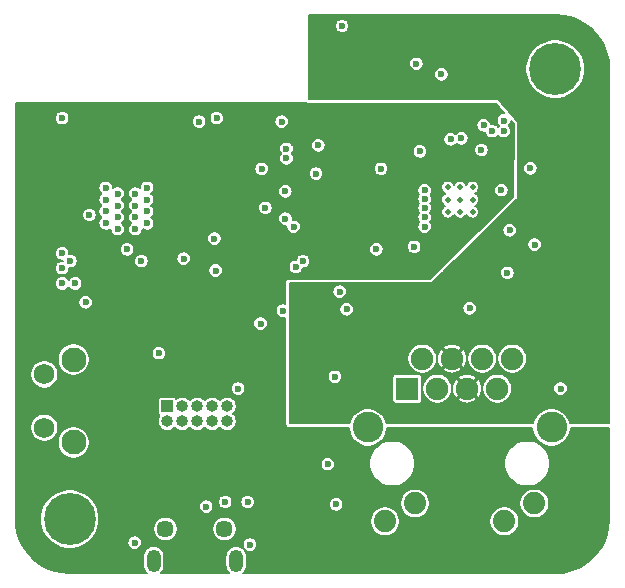
<source format=gbr>
G04 #@! TF.GenerationSoftware,KiCad,Pcbnew,(5.1.7)-1*
G04 #@! TF.CreationDate,2021-04-06T08:46:45-07:00*
G04 #@! TF.ProjectId,EsperDNS,45737065-7244-44e5-932e-6b696361645f,rev?*
G04 #@! TF.SameCoordinates,Original*
G04 #@! TF.FileFunction,Copper,L3,Inr*
G04 #@! TF.FilePolarity,Positive*
%FSLAX46Y46*%
G04 Gerber Fmt 4.6, Leading zero omitted, Abs format (unit mm)*
G04 Created by KiCad (PCBNEW (5.1.7)-1) date 2021-04-06 08:46:45*
%MOMM*%
%LPD*%
G01*
G04 APERTURE LIST*
G04 #@! TA.AperFunction,ComponentPad*
%ADD10O,1.000000X1.000000*%
G04 #@! TD*
G04 #@! TA.AperFunction,ComponentPad*
%ADD11R,1.000000X1.000000*%
G04 #@! TD*
G04 #@! TA.AperFunction,ComponentPad*
%ADD12O,1.200000X1.900000*%
G04 #@! TD*
G04 #@! TA.AperFunction,ComponentPad*
%ADD13C,1.450000*%
G04 #@! TD*
G04 #@! TA.AperFunction,ComponentPad*
%ADD14C,0.500000*%
G04 #@! TD*
G04 #@! TA.AperFunction,ComponentPad*
%ADD15C,2.100000*%
G04 #@! TD*
G04 #@! TA.AperFunction,ComponentPad*
%ADD16C,1.750000*%
G04 #@! TD*
G04 #@! TA.AperFunction,ComponentPad*
%ADD17C,2.600000*%
G04 #@! TD*
G04 #@! TA.AperFunction,ComponentPad*
%ADD18C,1.890000*%
G04 #@! TD*
G04 #@! TA.AperFunction,ComponentPad*
%ADD19C,1.900000*%
G04 #@! TD*
G04 #@! TA.AperFunction,ComponentPad*
%ADD20R,1.900000X1.900000*%
G04 #@! TD*
G04 #@! TA.AperFunction,ComponentPad*
%ADD21C,4.400000*%
G04 #@! TD*
G04 #@! TA.AperFunction,ViaPad*
%ADD22C,0.600000*%
G04 #@! TD*
G04 #@! TA.AperFunction,Conductor*
%ADD23C,0.127000*%
G04 #@! TD*
G04 #@! TA.AperFunction,Conductor*
%ADD24C,0.100000*%
G04 #@! TD*
G04 APERTURE END LIST*
D10*
X-7220000Y-10770000D03*
X-7220000Y-9500000D03*
X-8490000Y-10770000D03*
X-8490000Y-9500000D03*
X-9760000Y-10770000D03*
X-9760000Y-9500000D03*
X-11030000Y-10770000D03*
X-11030000Y-9500000D03*
X-12300000Y-10770000D03*
D11*
X-12300000Y-9500000D03*
D12*
X-6450000Y-22587500D03*
X-13450000Y-22587500D03*
D13*
X-7450000Y-19887500D03*
X-12450000Y-19887500D03*
D14*
X11450000Y9050000D03*
X12500000Y9050000D03*
X13550000Y9050000D03*
X11450000Y8000000D03*
X12500000Y8000000D03*
X13550000Y8000000D03*
X11450000Y6950000D03*
X12500000Y6950000D03*
X13550000Y6950000D03*
D15*
X-20210000Y-12550000D03*
D16*
X-22700000Y-11300000D03*
X-22700000Y-6800000D03*
D15*
X-20210000Y-5540000D03*
D17*
X20240000Y-11290000D03*
X4690000Y-11290000D03*
D18*
X6140000Y-19240000D03*
X8680000Y-17720000D03*
X16250000Y-19240000D03*
X18790000Y-17720000D03*
D19*
X16910000Y-5460000D03*
X15640000Y-8000000D03*
X14370000Y-5460000D03*
X13100000Y-8000000D03*
X11830000Y-5460000D03*
X10560000Y-8000000D03*
X9290000Y-5460000D03*
D20*
X8020000Y-8000000D03*
D21*
X20550000Y19050000D03*
X-20550000Y-19050000D03*
D22*
X-16500000Y5500000D03*
X-17500000Y6000000D03*
X-16500000Y6500000D03*
X-17500000Y7000000D03*
X-15000000Y5500000D03*
X-14000000Y6000000D03*
X-15000000Y6500000D03*
X-14000000Y7000000D03*
X-15000000Y7500000D03*
X-16500000Y7500000D03*
X-17500000Y8000000D03*
X-14000000Y8000000D03*
X-15000000Y8500000D03*
X-16500000Y8500000D03*
X-14000000Y9000000D03*
X-17500000Y9000000D03*
X-9000000Y-18000000D03*
X500000Y12600000D03*
X300000Y10200000D03*
X-1600000Y5700000D03*
X-20100000Y900000D03*
X-20500000Y2800000D03*
X14500000Y14300000D03*
X12600000Y13200000D03*
X-800000Y2800000D03*
X-21200000Y14900000D03*
X-2200000Y11500000D03*
X16200000Y14700000D03*
X2500000Y22700000D03*
X16700000Y5400000D03*
X18440000Y10660000D03*
X13300000Y-1200000D03*
X8600000Y4000000D03*
X10900000Y18600000D03*
X8800000Y19500000D03*
X2000000Y-17800000D03*
X-5500000Y-17600000D03*
X-7400000Y-17600000D03*
X1300000Y-14400000D03*
X-8100000Y14900000D03*
X14300000Y12200000D03*
X1900000Y-7000000D03*
X-19200000Y-700000D03*
X-13000000Y-5000000D03*
X21000000Y-8000000D03*
X-2500000Y-1400000D03*
X2900000Y-1300000D03*
X16500000Y1799994D03*
X18800000Y4200000D03*
X-21200000Y13600000D03*
X900000Y-18500000D03*
X900000Y-19900000D03*
X-3200000Y-20000000D03*
X-3200000Y-18400000D03*
X13300000Y12200000D03*
X-2000000Y9500000D03*
X-6300000Y-4900000D03*
X5700000Y14900000D03*
X-1000000Y-18400000D03*
X-1000000Y-20000000D03*
X-1125000Y-12265000D03*
X-21200000Y3450000D03*
X15200000Y13800000D03*
X-21200000Y2200000D03*
X16200000Y13800000D03*
X-8300000Y4700000D03*
X5400000Y3800000D03*
X5800000Y10600000D03*
X9093750Y12093750D03*
X9500000Y6500000D03*
X-2300000Y6400000D03*
X9500000Y7300000D03*
X-2300000Y8700000D03*
X9500000Y5699994D03*
X-2200000Y12300000D03*
X16000000Y8800000D03*
X-1400000Y2300000D03*
X-8200000Y2000000D03*
X-10900000Y3000000D03*
X-9600000Y14600000D03*
X-2600000Y14600000D03*
X-14500000Y2800000D03*
X-4000000Y7300000D03*
X-15700000Y3800000D03*
X-4300000Y10600000D03*
X-15050000Y-21050000D03*
X-5300000Y-21200000D03*
X-6300000Y-8000000D03*
X-4400000Y-2500000D03*
X9500000Y8777001D03*
X2300000Y200000D03*
X-18900000Y6700000D03*
X-21200000Y900000D03*
X11700000Y13100000D03*
X9500006Y8050000D03*
X16700000Y6400000D03*
X12300000Y-3700000D03*
X17700000Y-1300000D03*
X7500000Y-3800000D03*
X13300000Y-3700000D03*
X11300000Y-3800000D03*
X10900000Y17600000D03*
X6600000Y18600000D03*
X8400000Y200000D03*
X4600000Y-1900000D03*
X20000000Y4200000D03*
X-900000Y-8180000D03*
D23*
X21361231Y23558639D02*
X22146823Y23343726D01*
X22881939Y22993093D01*
X23543347Y22517824D01*
X24110137Y21932940D01*
X24564396Y21256932D01*
X24891765Y20511165D01*
X25082574Y19716385D01*
X25132500Y19036525D01*
X25132501Y-10936500D01*
X21818873Y-10936500D01*
X21795340Y-10818193D01*
X21673410Y-10523827D01*
X21496394Y-10258904D01*
X21271096Y-10033606D01*
X21006173Y-9856590D01*
X20711807Y-9734660D01*
X20399310Y-9672500D01*
X20080690Y-9672500D01*
X19768193Y-9734660D01*
X19473827Y-9856590D01*
X19208904Y-10033606D01*
X18983606Y-10258904D01*
X18806590Y-10523827D01*
X18684660Y-10818193D01*
X18661127Y-10936500D01*
X6268873Y-10936500D01*
X6245340Y-10818193D01*
X6123410Y-10523827D01*
X5946394Y-10258904D01*
X5721096Y-10033606D01*
X5456173Y-9856590D01*
X5161807Y-9734660D01*
X4849310Y-9672500D01*
X4530690Y-9672500D01*
X4218193Y-9734660D01*
X3923827Y-9856590D01*
X3658904Y-10033606D01*
X3433606Y-10258904D01*
X3256590Y-10523827D01*
X3134660Y-10818193D01*
X3111127Y-10936500D01*
X-1936500Y-10936500D01*
X-1936500Y-6939182D01*
X1282500Y-6939182D01*
X1282500Y-7060818D01*
X1306230Y-7180118D01*
X1352778Y-7292496D01*
X1420356Y-7393633D01*
X1506367Y-7479644D01*
X1607504Y-7547222D01*
X1719882Y-7593770D01*
X1839182Y-7617500D01*
X1960818Y-7617500D01*
X2080118Y-7593770D01*
X2192496Y-7547222D01*
X2293633Y-7479644D01*
X2379644Y-7393633D01*
X2447222Y-7292496D01*
X2493770Y-7180118D01*
X2517500Y-7060818D01*
X2517500Y-7050000D01*
X6750964Y-7050000D01*
X6750964Y-8950000D01*
X6757094Y-9012241D01*
X6775249Y-9072090D01*
X6804731Y-9127247D01*
X6844407Y-9175593D01*
X6892753Y-9215269D01*
X6947910Y-9244751D01*
X7007759Y-9262906D01*
X7070000Y-9269036D01*
X8970000Y-9269036D01*
X9032241Y-9262906D01*
X9092090Y-9244751D01*
X9147247Y-9215269D01*
X9195593Y-9175593D01*
X9235269Y-9127247D01*
X9264751Y-9072090D01*
X9282906Y-9012241D01*
X9289036Y-8950000D01*
X9289036Y-7875162D01*
X9292500Y-7875162D01*
X9292500Y-8124838D01*
X9341209Y-8369716D01*
X9436756Y-8600386D01*
X9575468Y-8807984D01*
X9752016Y-8984532D01*
X9959614Y-9123244D01*
X10190284Y-9218791D01*
X10435162Y-9267500D01*
X10684838Y-9267500D01*
X10929716Y-9218791D01*
X11160386Y-9123244D01*
X11367984Y-8984532D01*
X11464341Y-8888175D01*
X12301628Y-8888175D01*
X12403682Y-9066434D01*
X12625112Y-9181787D01*
X12864792Y-9251725D01*
X13113511Y-9273561D01*
X13361710Y-9246454D01*
X13599852Y-9171447D01*
X13796318Y-9066434D01*
X13898372Y-8888175D01*
X13100000Y-8089803D01*
X12301628Y-8888175D01*
X11464341Y-8888175D01*
X11544532Y-8807984D01*
X11683244Y-8600386D01*
X11778791Y-8369716D01*
X11827500Y-8124838D01*
X11827500Y-8023226D01*
X11853546Y-8261710D01*
X11928553Y-8499852D01*
X12033566Y-8696318D01*
X12211825Y-8798372D01*
X13010197Y-8000000D01*
X13189803Y-8000000D01*
X13988175Y-8798372D01*
X14166434Y-8696318D01*
X14281787Y-8474888D01*
X14351725Y-8235208D01*
X14372500Y-7998574D01*
X14372500Y-8124838D01*
X14421209Y-8369716D01*
X14516756Y-8600386D01*
X14655468Y-8807984D01*
X14832016Y-8984532D01*
X15039614Y-9123244D01*
X15270284Y-9218791D01*
X15515162Y-9267500D01*
X15764838Y-9267500D01*
X16009716Y-9218791D01*
X16240386Y-9123244D01*
X16447984Y-8984532D01*
X16624532Y-8807984D01*
X16763244Y-8600386D01*
X16858791Y-8369716D01*
X16907500Y-8124838D01*
X16907500Y-7939182D01*
X20382500Y-7939182D01*
X20382500Y-8060818D01*
X20406230Y-8180118D01*
X20452778Y-8292496D01*
X20520356Y-8393633D01*
X20606367Y-8479644D01*
X20707504Y-8547222D01*
X20819882Y-8593770D01*
X20939182Y-8617500D01*
X21060818Y-8617500D01*
X21180118Y-8593770D01*
X21292496Y-8547222D01*
X21393633Y-8479644D01*
X21479644Y-8393633D01*
X21547222Y-8292496D01*
X21593770Y-8180118D01*
X21617500Y-8060818D01*
X21617500Y-7939182D01*
X21593770Y-7819882D01*
X21547222Y-7707504D01*
X21479644Y-7606367D01*
X21393633Y-7520356D01*
X21292496Y-7452778D01*
X21180118Y-7406230D01*
X21060818Y-7382500D01*
X20939182Y-7382500D01*
X20819882Y-7406230D01*
X20707504Y-7452778D01*
X20606367Y-7520356D01*
X20520356Y-7606367D01*
X20452778Y-7707504D01*
X20406230Y-7819882D01*
X20382500Y-7939182D01*
X16907500Y-7939182D01*
X16907500Y-7875162D01*
X16858791Y-7630284D01*
X16763244Y-7399614D01*
X16624532Y-7192016D01*
X16447984Y-7015468D01*
X16240386Y-6876756D01*
X16009716Y-6781209D01*
X15764838Y-6732500D01*
X15515162Y-6732500D01*
X15270284Y-6781209D01*
X15039614Y-6876756D01*
X14832016Y-7015468D01*
X14655468Y-7192016D01*
X14516756Y-7399614D01*
X14421209Y-7630284D01*
X14372500Y-7875162D01*
X14372500Y-7976774D01*
X14346454Y-7738290D01*
X14271447Y-7500148D01*
X14166434Y-7303682D01*
X13988175Y-7201628D01*
X13189803Y-8000000D01*
X13010197Y-8000000D01*
X12211825Y-7201628D01*
X12033566Y-7303682D01*
X11918213Y-7525112D01*
X11848275Y-7764792D01*
X11827500Y-8001426D01*
X11827500Y-7875162D01*
X11778791Y-7630284D01*
X11683244Y-7399614D01*
X11544532Y-7192016D01*
X11464341Y-7111825D01*
X12301628Y-7111825D01*
X13100000Y-7910197D01*
X13898372Y-7111825D01*
X13796318Y-6933566D01*
X13574888Y-6818213D01*
X13335208Y-6748275D01*
X13086489Y-6726439D01*
X12838290Y-6753546D01*
X12600148Y-6828553D01*
X12403682Y-6933566D01*
X12301628Y-7111825D01*
X11464341Y-7111825D01*
X11367984Y-7015468D01*
X11160386Y-6876756D01*
X10929716Y-6781209D01*
X10684838Y-6732500D01*
X10435162Y-6732500D01*
X10190284Y-6781209D01*
X9959614Y-6876756D01*
X9752016Y-7015468D01*
X9575468Y-7192016D01*
X9436756Y-7399614D01*
X9341209Y-7630284D01*
X9292500Y-7875162D01*
X9289036Y-7875162D01*
X9289036Y-7050000D01*
X9282906Y-6987759D01*
X9264751Y-6927910D01*
X9235269Y-6872753D01*
X9195593Y-6824407D01*
X9147247Y-6784731D01*
X9092090Y-6755249D01*
X9032241Y-6737094D01*
X8970000Y-6730964D01*
X7070000Y-6730964D01*
X7007759Y-6737094D01*
X6947910Y-6755249D01*
X6892753Y-6784731D01*
X6844407Y-6824407D01*
X6804731Y-6872753D01*
X6775249Y-6927910D01*
X6757094Y-6987759D01*
X6750964Y-7050000D01*
X2517500Y-7050000D01*
X2517500Y-6939182D01*
X2493770Y-6819882D01*
X2447222Y-6707504D01*
X2379644Y-6606367D01*
X2293633Y-6520356D01*
X2192496Y-6452778D01*
X2080118Y-6406230D01*
X1960818Y-6382500D01*
X1839182Y-6382500D01*
X1719882Y-6406230D01*
X1607504Y-6452778D01*
X1506367Y-6520356D01*
X1420356Y-6606367D01*
X1352778Y-6707504D01*
X1306230Y-6819882D01*
X1282500Y-6939182D01*
X-1936500Y-6939182D01*
X-1936500Y-5335162D01*
X8022500Y-5335162D01*
X8022500Y-5584838D01*
X8071209Y-5829716D01*
X8166756Y-6060386D01*
X8305468Y-6267984D01*
X8482016Y-6444532D01*
X8689614Y-6583244D01*
X8920284Y-6678791D01*
X9165162Y-6727500D01*
X9414838Y-6727500D01*
X9659716Y-6678791D01*
X9890386Y-6583244D01*
X10097984Y-6444532D01*
X10194341Y-6348175D01*
X11031628Y-6348175D01*
X11133682Y-6526434D01*
X11355112Y-6641787D01*
X11594792Y-6711725D01*
X11843511Y-6733561D01*
X12091710Y-6706454D01*
X12329852Y-6631447D01*
X12526318Y-6526434D01*
X12628372Y-6348175D01*
X11830000Y-5549803D01*
X11031628Y-6348175D01*
X10194341Y-6348175D01*
X10274532Y-6267984D01*
X10413244Y-6060386D01*
X10508791Y-5829716D01*
X10557500Y-5584838D01*
X10557500Y-5483226D01*
X10583546Y-5721710D01*
X10658553Y-5959852D01*
X10763566Y-6156318D01*
X10941825Y-6258372D01*
X11740197Y-5460000D01*
X11919803Y-5460000D01*
X12718175Y-6258372D01*
X12896434Y-6156318D01*
X13011787Y-5934888D01*
X13081725Y-5695208D01*
X13102500Y-5458574D01*
X13102500Y-5584838D01*
X13151209Y-5829716D01*
X13246756Y-6060386D01*
X13385468Y-6267984D01*
X13562016Y-6444532D01*
X13769614Y-6583244D01*
X14000284Y-6678791D01*
X14245162Y-6727500D01*
X14494838Y-6727500D01*
X14739716Y-6678791D01*
X14970386Y-6583244D01*
X15177984Y-6444532D01*
X15354532Y-6267984D01*
X15493244Y-6060386D01*
X15588791Y-5829716D01*
X15637500Y-5584838D01*
X15637500Y-5335162D01*
X15642500Y-5335162D01*
X15642500Y-5584838D01*
X15691209Y-5829716D01*
X15786756Y-6060386D01*
X15925468Y-6267984D01*
X16102016Y-6444532D01*
X16309614Y-6583244D01*
X16540284Y-6678791D01*
X16785162Y-6727500D01*
X17034838Y-6727500D01*
X17279716Y-6678791D01*
X17510386Y-6583244D01*
X17717984Y-6444532D01*
X17894532Y-6267984D01*
X18033244Y-6060386D01*
X18128791Y-5829716D01*
X18177500Y-5584838D01*
X18177500Y-5335162D01*
X18128791Y-5090284D01*
X18033244Y-4859614D01*
X17894532Y-4652016D01*
X17717984Y-4475468D01*
X17510386Y-4336756D01*
X17279716Y-4241209D01*
X17034838Y-4192500D01*
X16785162Y-4192500D01*
X16540284Y-4241209D01*
X16309614Y-4336756D01*
X16102016Y-4475468D01*
X15925468Y-4652016D01*
X15786756Y-4859614D01*
X15691209Y-5090284D01*
X15642500Y-5335162D01*
X15637500Y-5335162D01*
X15588791Y-5090284D01*
X15493244Y-4859614D01*
X15354532Y-4652016D01*
X15177984Y-4475468D01*
X14970386Y-4336756D01*
X14739716Y-4241209D01*
X14494838Y-4192500D01*
X14245162Y-4192500D01*
X14000284Y-4241209D01*
X13769614Y-4336756D01*
X13562016Y-4475468D01*
X13385468Y-4652016D01*
X13246756Y-4859614D01*
X13151209Y-5090284D01*
X13102500Y-5335162D01*
X13102500Y-5436774D01*
X13076454Y-5198290D01*
X13001447Y-4960148D01*
X12896434Y-4763682D01*
X12718175Y-4661628D01*
X11919803Y-5460000D01*
X11740197Y-5460000D01*
X10941825Y-4661628D01*
X10763566Y-4763682D01*
X10648213Y-4985112D01*
X10578275Y-5224792D01*
X10557500Y-5461426D01*
X10557500Y-5335162D01*
X10508791Y-5090284D01*
X10413244Y-4859614D01*
X10274532Y-4652016D01*
X10194341Y-4571825D01*
X11031628Y-4571825D01*
X11830000Y-5370197D01*
X12628372Y-4571825D01*
X12526318Y-4393566D01*
X12304888Y-4278213D01*
X12065208Y-4208275D01*
X11816489Y-4186439D01*
X11568290Y-4213546D01*
X11330148Y-4288553D01*
X11133682Y-4393566D01*
X11031628Y-4571825D01*
X10194341Y-4571825D01*
X10097984Y-4475468D01*
X9890386Y-4336756D01*
X9659716Y-4241209D01*
X9414838Y-4192500D01*
X9165162Y-4192500D01*
X8920284Y-4241209D01*
X8689614Y-4336756D01*
X8482016Y-4475468D01*
X8305468Y-4652016D01*
X8166756Y-4859614D01*
X8071209Y-5090284D01*
X8022500Y-5335162D01*
X-1936500Y-5335162D01*
X-1936500Y-1653197D01*
X-1906230Y-1580118D01*
X-1882500Y-1460818D01*
X-1882500Y-1339182D01*
X-1902391Y-1239182D01*
X2282500Y-1239182D01*
X2282500Y-1360818D01*
X2306230Y-1480118D01*
X2352778Y-1592496D01*
X2420356Y-1693633D01*
X2506367Y-1779644D01*
X2607504Y-1847222D01*
X2719882Y-1893770D01*
X2839182Y-1917500D01*
X2960818Y-1917500D01*
X3080118Y-1893770D01*
X3192496Y-1847222D01*
X3293633Y-1779644D01*
X3379644Y-1693633D01*
X3447222Y-1592496D01*
X3493770Y-1480118D01*
X3517500Y-1360818D01*
X3517500Y-1239182D01*
X3497609Y-1139182D01*
X12682500Y-1139182D01*
X12682500Y-1260818D01*
X12706230Y-1380118D01*
X12752778Y-1492496D01*
X12820356Y-1593633D01*
X12906367Y-1679644D01*
X13007504Y-1747222D01*
X13119882Y-1793770D01*
X13239182Y-1817500D01*
X13360818Y-1817500D01*
X13480118Y-1793770D01*
X13592496Y-1747222D01*
X13693633Y-1679644D01*
X13779644Y-1593633D01*
X13847222Y-1492496D01*
X13893770Y-1380118D01*
X13917500Y-1260818D01*
X13917500Y-1139182D01*
X13893770Y-1019882D01*
X13847222Y-907504D01*
X13779644Y-806367D01*
X13693633Y-720356D01*
X13592496Y-652778D01*
X13480118Y-606230D01*
X13360818Y-582500D01*
X13239182Y-582500D01*
X13119882Y-606230D01*
X13007504Y-652778D01*
X12906367Y-720356D01*
X12820356Y-806367D01*
X12752778Y-907504D01*
X12706230Y-1019882D01*
X12682500Y-1139182D01*
X3497609Y-1139182D01*
X3493770Y-1119882D01*
X3447222Y-1007504D01*
X3379644Y-906367D01*
X3293633Y-820356D01*
X3192496Y-752778D01*
X3080118Y-706230D01*
X2960818Y-682500D01*
X2839182Y-682500D01*
X2719882Y-706230D01*
X2607504Y-752778D01*
X2506367Y-820356D01*
X2420356Y-906367D01*
X2352778Y-1007504D01*
X2306230Y-1119882D01*
X2282500Y-1239182D01*
X-1902391Y-1239182D01*
X-1906230Y-1219882D01*
X-1936500Y-1146803D01*
X-1936500Y260818D01*
X1682500Y260818D01*
X1682500Y139182D01*
X1706230Y19882D01*
X1752778Y-92496D01*
X1820356Y-193633D01*
X1906367Y-279644D01*
X2007504Y-347222D01*
X2119882Y-393770D01*
X2239182Y-417500D01*
X2360818Y-417500D01*
X2480118Y-393770D01*
X2592496Y-347222D01*
X2693633Y-279644D01*
X2779644Y-193633D01*
X2847222Y-92496D01*
X2893770Y19882D01*
X2917500Y139182D01*
X2917500Y260818D01*
X2893770Y380118D01*
X2847222Y492496D01*
X2779644Y593633D01*
X2693633Y679644D01*
X2592496Y747222D01*
X2480118Y793770D01*
X2360818Y817500D01*
X2239182Y817500D01*
X2119882Y793770D01*
X2007504Y747222D01*
X1906367Y679644D01*
X1820356Y593633D01*
X1752778Y492496D01*
X1706230Y380118D01*
X1682500Y260818D01*
X-1936500Y260818D01*
X-1936500Y936433D01*
X10112626Y923673D01*
X10125015Y924880D01*
X10136931Y928481D01*
X10147916Y934337D01*
X10157360Y942038D01*
X11085754Y1860812D01*
X15882500Y1860812D01*
X15882500Y1739176D01*
X15906230Y1619876D01*
X15952778Y1507498D01*
X16020356Y1406361D01*
X16106367Y1320350D01*
X16207504Y1252772D01*
X16319882Y1206224D01*
X16439182Y1182494D01*
X16560818Y1182494D01*
X16680118Y1206224D01*
X16792496Y1252772D01*
X16893633Y1320350D01*
X16979644Y1406361D01*
X17047222Y1507498D01*
X17093770Y1619876D01*
X17117500Y1739176D01*
X17117500Y1860812D01*
X17093770Y1980112D01*
X17047222Y2092490D01*
X16979644Y2193627D01*
X16893633Y2279638D01*
X16792496Y2347216D01*
X16680118Y2393764D01*
X16560818Y2417494D01*
X16439182Y2417494D01*
X16319882Y2393764D01*
X16207504Y2347216D01*
X16106367Y2279638D01*
X16020356Y2193627D01*
X15952778Y2092490D01*
X15906230Y1980112D01*
X15882500Y1860812D01*
X11085754Y1860812D01*
X13510890Y4260818D01*
X18182500Y4260818D01*
X18182500Y4139182D01*
X18206230Y4019882D01*
X18252778Y3907504D01*
X18320356Y3806367D01*
X18406367Y3720356D01*
X18507504Y3652778D01*
X18619882Y3606230D01*
X18739182Y3582500D01*
X18860818Y3582500D01*
X18980118Y3606230D01*
X19092496Y3652778D01*
X19193633Y3720356D01*
X19279644Y3806367D01*
X19347222Y3907504D01*
X19393770Y4019882D01*
X19417500Y4139182D01*
X19417500Y4260818D01*
X19393770Y4380118D01*
X19347222Y4492496D01*
X19279644Y4593633D01*
X19193633Y4679644D01*
X19092496Y4747222D01*
X18980118Y4793770D01*
X18860818Y4817500D01*
X18739182Y4817500D01*
X18619882Y4793770D01*
X18507504Y4747222D01*
X18406367Y4679644D01*
X18320356Y4593633D01*
X18252778Y4492496D01*
X18206230Y4380118D01*
X18182500Y4260818D01*
X13510890Y4260818D01*
X14723456Y5460818D01*
X16082500Y5460818D01*
X16082500Y5339182D01*
X16106230Y5219882D01*
X16152778Y5107504D01*
X16220356Y5006367D01*
X16306367Y4920356D01*
X16407504Y4852778D01*
X16519882Y4806230D01*
X16639182Y4782500D01*
X16760818Y4782500D01*
X16880118Y4806230D01*
X16992496Y4852778D01*
X17093633Y4920356D01*
X17179644Y5006367D01*
X17247222Y5107504D01*
X17293770Y5219882D01*
X17317500Y5339182D01*
X17317500Y5460818D01*
X17293770Y5580118D01*
X17247222Y5692496D01*
X17179644Y5793633D01*
X17093633Y5879644D01*
X16992496Y5947222D01*
X16880118Y5993770D01*
X16760818Y6017500D01*
X16639182Y6017500D01*
X16519882Y5993770D01*
X16407504Y5947222D01*
X16306367Y5879644D01*
X16220356Y5793633D01*
X16152778Y5692496D01*
X16106230Y5580118D01*
X16082500Y5460818D01*
X14723456Y5460818D01*
X17344667Y8054865D01*
X17352614Y8064447D01*
X17358539Y8075394D01*
X17362214Y8087288D01*
X17363498Y8099508D01*
X17383818Y10720818D01*
X17822500Y10720818D01*
X17822500Y10599182D01*
X17846230Y10479882D01*
X17892778Y10367504D01*
X17960356Y10266367D01*
X18046367Y10180356D01*
X18147504Y10112778D01*
X18259882Y10066230D01*
X18379182Y10042500D01*
X18500818Y10042500D01*
X18620118Y10066230D01*
X18732496Y10112778D01*
X18833633Y10180356D01*
X18919644Y10266367D01*
X18987222Y10367504D01*
X19033770Y10479882D01*
X19057500Y10599182D01*
X19057500Y10720818D01*
X19033770Y10840118D01*
X18987222Y10952496D01*
X18919644Y11053633D01*
X18833633Y11139644D01*
X18732496Y11207222D01*
X18620118Y11253770D01*
X18500818Y11277500D01*
X18379182Y11277500D01*
X18259882Y11253770D01*
X18147504Y11207222D01*
X18046367Y11139644D01*
X17960356Y11053633D01*
X17892778Y10952496D01*
X17846230Y10840118D01*
X17822500Y10720818D01*
X17383818Y10720818D01*
X17413498Y14549508D01*
X17412374Y14561905D01*
X17408853Y14573845D01*
X17403070Y14584868D01*
X17397323Y14592341D01*
X15697323Y16492341D01*
X15688153Y16500760D01*
X15677517Y16507228D01*
X15665824Y16511497D01*
X15650000Y16513500D01*
X-336500Y16513500D01*
X-336500Y18660818D01*
X10282500Y18660818D01*
X10282500Y18539182D01*
X10306230Y18419882D01*
X10352778Y18307504D01*
X10420356Y18206367D01*
X10506367Y18120356D01*
X10607504Y18052778D01*
X10719882Y18006230D01*
X10839182Y17982500D01*
X10960818Y17982500D01*
X11080118Y18006230D01*
X11192496Y18052778D01*
X11293633Y18120356D01*
X11379644Y18206367D01*
X11447222Y18307504D01*
X11493770Y18419882D01*
X11517500Y18539182D01*
X11517500Y18660818D01*
X11493770Y18780118D01*
X11447222Y18892496D01*
X11379644Y18993633D01*
X11293633Y19079644D01*
X11192496Y19147222D01*
X11080118Y19193770D01*
X10960818Y19217500D01*
X10839182Y19217500D01*
X10719882Y19193770D01*
X10607504Y19147222D01*
X10506367Y19079644D01*
X10420356Y18993633D01*
X10352778Y18892496D01*
X10306230Y18780118D01*
X10282500Y18660818D01*
X-336500Y18660818D01*
X-336500Y19560818D01*
X8182500Y19560818D01*
X8182500Y19439182D01*
X8206230Y19319882D01*
X8252778Y19207504D01*
X8320356Y19106367D01*
X8406367Y19020356D01*
X8507504Y18952778D01*
X8619882Y18906230D01*
X8739182Y18882500D01*
X8860818Y18882500D01*
X8980118Y18906230D01*
X9092496Y18952778D01*
X9193633Y19020356D01*
X9279644Y19106367D01*
X9347222Y19207504D01*
X9384686Y19297952D01*
X18032500Y19297952D01*
X18032500Y18802048D01*
X18129246Y18315672D01*
X18319021Y17857517D01*
X18594530Y17445187D01*
X18945187Y17094530D01*
X19357517Y16819021D01*
X19815672Y16629246D01*
X20302048Y16532500D01*
X20797952Y16532500D01*
X21284328Y16629246D01*
X21742483Y16819021D01*
X22154813Y17094530D01*
X22505470Y17445187D01*
X22780979Y17857517D01*
X22970754Y18315672D01*
X23067500Y18802048D01*
X23067500Y19297952D01*
X22970754Y19784328D01*
X22780979Y20242483D01*
X22505470Y20654813D01*
X22154813Y21005470D01*
X21742483Y21280979D01*
X21284328Y21470754D01*
X20797952Y21567500D01*
X20302048Y21567500D01*
X19815672Y21470754D01*
X19357517Y21280979D01*
X18945187Y21005470D01*
X18594530Y20654813D01*
X18319021Y20242483D01*
X18129246Y19784328D01*
X18032500Y19297952D01*
X9384686Y19297952D01*
X9393770Y19319882D01*
X9417500Y19439182D01*
X9417500Y19560818D01*
X9393770Y19680118D01*
X9347222Y19792496D01*
X9279644Y19893633D01*
X9193633Y19979644D01*
X9092496Y20047222D01*
X8980118Y20093770D01*
X8860818Y20117500D01*
X8739182Y20117500D01*
X8619882Y20093770D01*
X8507504Y20047222D01*
X8406367Y19979644D01*
X8320356Y19893633D01*
X8252778Y19792496D01*
X8206230Y19680118D01*
X8182500Y19560818D01*
X-336500Y19560818D01*
X-336500Y22760818D01*
X1882500Y22760818D01*
X1882500Y22639182D01*
X1906230Y22519882D01*
X1952778Y22407504D01*
X2020356Y22306367D01*
X2106367Y22220356D01*
X2207504Y22152778D01*
X2319882Y22106230D01*
X2439182Y22082500D01*
X2560818Y22082500D01*
X2680118Y22106230D01*
X2792496Y22152778D01*
X2893633Y22220356D01*
X2979644Y22306367D01*
X3047222Y22407504D01*
X3093770Y22519882D01*
X3117500Y22639182D01*
X3117500Y22760818D01*
X3093770Y22880118D01*
X3047222Y22992496D01*
X2979644Y23093633D01*
X2893633Y23179644D01*
X2792496Y23247222D01*
X2680118Y23293770D01*
X2560818Y23317500D01*
X2439182Y23317500D01*
X2319882Y23293770D01*
X2207504Y23247222D01*
X2106367Y23179644D01*
X2020356Y23093633D01*
X1952778Y22992496D01*
X1906230Y22880118D01*
X1882500Y22760818D01*
X-336500Y22760818D01*
X-336500Y23632500D01*
X20533634Y23632500D01*
X21361231Y23558639D01*
G04 #@! TA.AperFunction,Conductor*
D24*
G36*
X21361231Y23558639D02*
G01*
X22146823Y23343726D01*
X22881939Y22993093D01*
X23543347Y22517824D01*
X24110137Y21932940D01*
X24564396Y21256932D01*
X24891765Y20511165D01*
X25082574Y19716385D01*
X25132500Y19036525D01*
X25132501Y-10936500D01*
X21818873Y-10936500D01*
X21795340Y-10818193D01*
X21673410Y-10523827D01*
X21496394Y-10258904D01*
X21271096Y-10033606D01*
X21006173Y-9856590D01*
X20711807Y-9734660D01*
X20399310Y-9672500D01*
X20080690Y-9672500D01*
X19768193Y-9734660D01*
X19473827Y-9856590D01*
X19208904Y-10033606D01*
X18983606Y-10258904D01*
X18806590Y-10523827D01*
X18684660Y-10818193D01*
X18661127Y-10936500D01*
X6268873Y-10936500D01*
X6245340Y-10818193D01*
X6123410Y-10523827D01*
X5946394Y-10258904D01*
X5721096Y-10033606D01*
X5456173Y-9856590D01*
X5161807Y-9734660D01*
X4849310Y-9672500D01*
X4530690Y-9672500D01*
X4218193Y-9734660D01*
X3923827Y-9856590D01*
X3658904Y-10033606D01*
X3433606Y-10258904D01*
X3256590Y-10523827D01*
X3134660Y-10818193D01*
X3111127Y-10936500D01*
X-1936500Y-10936500D01*
X-1936500Y-6939182D01*
X1282500Y-6939182D01*
X1282500Y-7060818D01*
X1306230Y-7180118D01*
X1352778Y-7292496D01*
X1420356Y-7393633D01*
X1506367Y-7479644D01*
X1607504Y-7547222D01*
X1719882Y-7593770D01*
X1839182Y-7617500D01*
X1960818Y-7617500D01*
X2080118Y-7593770D01*
X2192496Y-7547222D01*
X2293633Y-7479644D01*
X2379644Y-7393633D01*
X2447222Y-7292496D01*
X2493770Y-7180118D01*
X2517500Y-7060818D01*
X2517500Y-7050000D01*
X6750964Y-7050000D01*
X6750964Y-8950000D01*
X6757094Y-9012241D01*
X6775249Y-9072090D01*
X6804731Y-9127247D01*
X6844407Y-9175593D01*
X6892753Y-9215269D01*
X6947910Y-9244751D01*
X7007759Y-9262906D01*
X7070000Y-9269036D01*
X8970000Y-9269036D01*
X9032241Y-9262906D01*
X9092090Y-9244751D01*
X9147247Y-9215269D01*
X9195593Y-9175593D01*
X9235269Y-9127247D01*
X9264751Y-9072090D01*
X9282906Y-9012241D01*
X9289036Y-8950000D01*
X9289036Y-7875162D01*
X9292500Y-7875162D01*
X9292500Y-8124838D01*
X9341209Y-8369716D01*
X9436756Y-8600386D01*
X9575468Y-8807984D01*
X9752016Y-8984532D01*
X9959614Y-9123244D01*
X10190284Y-9218791D01*
X10435162Y-9267500D01*
X10684838Y-9267500D01*
X10929716Y-9218791D01*
X11160386Y-9123244D01*
X11367984Y-8984532D01*
X11464341Y-8888175D01*
X12301628Y-8888175D01*
X12403682Y-9066434D01*
X12625112Y-9181787D01*
X12864792Y-9251725D01*
X13113511Y-9273561D01*
X13361710Y-9246454D01*
X13599852Y-9171447D01*
X13796318Y-9066434D01*
X13898372Y-8888175D01*
X13100000Y-8089803D01*
X12301628Y-8888175D01*
X11464341Y-8888175D01*
X11544532Y-8807984D01*
X11683244Y-8600386D01*
X11778791Y-8369716D01*
X11827500Y-8124838D01*
X11827500Y-8023226D01*
X11853546Y-8261710D01*
X11928553Y-8499852D01*
X12033566Y-8696318D01*
X12211825Y-8798372D01*
X13010197Y-8000000D01*
X13189803Y-8000000D01*
X13988175Y-8798372D01*
X14166434Y-8696318D01*
X14281787Y-8474888D01*
X14351725Y-8235208D01*
X14372500Y-7998574D01*
X14372500Y-8124838D01*
X14421209Y-8369716D01*
X14516756Y-8600386D01*
X14655468Y-8807984D01*
X14832016Y-8984532D01*
X15039614Y-9123244D01*
X15270284Y-9218791D01*
X15515162Y-9267500D01*
X15764838Y-9267500D01*
X16009716Y-9218791D01*
X16240386Y-9123244D01*
X16447984Y-8984532D01*
X16624532Y-8807984D01*
X16763244Y-8600386D01*
X16858791Y-8369716D01*
X16907500Y-8124838D01*
X16907500Y-7939182D01*
X20382500Y-7939182D01*
X20382500Y-8060818D01*
X20406230Y-8180118D01*
X20452778Y-8292496D01*
X20520356Y-8393633D01*
X20606367Y-8479644D01*
X20707504Y-8547222D01*
X20819882Y-8593770D01*
X20939182Y-8617500D01*
X21060818Y-8617500D01*
X21180118Y-8593770D01*
X21292496Y-8547222D01*
X21393633Y-8479644D01*
X21479644Y-8393633D01*
X21547222Y-8292496D01*
X21593770Y-8180118D01*
X21617500Y-8060818D01*
X21617500Y-7939182D01*
X21593770Y-7819882D01*
X21547222Y-7707504D01*
X21479644Y-7606367D01*
X21393633Y-7520356D01*
X21292496Y-7452778D01*
X21180118Y-7406230D01*
X21060818Y-7382500D01*
X20939182Y-7382500D01*
X20819882Y-7406230D01*
X20707504Y-7452778D01*
X20606367Y-7520356D01*
X20520356Y-7606367D01*
X20452778Y-7707504D01*
X20406230Y-7819882D01*
X20382500Y-7939182D01*
X16907500Y-7939182D01*
X16907500Y-7875162D01*
X16858791Y-7630284D01*
X16763244Y-7399614D01*
X16624532Y-7192016D01*
X16447984Y-7015468D01*
X16240386Y-6876756D01*
X16009716Y-6781209D01*
X15764838Y-6732500D01*
X15515162Y-6732500D01*
X15270284Y-6781209D01*
X15039614Y-6876756D01*
X14832016Y-7015468D01*
X14655468Y-7192016D01*
X14516756Y-7399614D01*
X14421209Y-7630284D01*
X14372500Y-7875162D01*
X14372500Y-7976774D01*
X14346454Y-7738290D01*
X14271447Y-7500148D01*
X14166434Y-7303682D01*
X13988175Y-7201628D01*
X13189803Y-8000000D01*
X13010197Y-8000000D01*
X12211825Y-7201628D01*
X12033566Y-7303682D01*
X11918213Y-7525112D01*
X11848275Y-7764792D01*
X11827500Y-8001426D01*
X11827500Y-7875162D01*
X11778791Y-7630284D01*
X11683244Y-7399614D01*
X11544532Y-7192016D01*
X11464341Y-7111825D01*
X12301628Y-7111825D01*
X13100000Y-7910197D01*
X13898372Y-7111825D01*
X13796318Y-6933566D01*
X13574888Y-6818213D01*
X13335208Y-6748275D01*
X13086489Y-6726439D01*
X12838290Y-6753546D01*
X12600148Y-6828553D01*
X12403682Y-6933566D01*
X12301628Y-7111825D01*
X11464341Y-7111825D01*
X11367984Y-7015468D01*
X11160386Y-6876756D01*
X10929716Y-6781209D01*
X10684838Y-6732500D01*
X10435162Y-6732500D01*
X10190284Y-6781209D01*
X9959614Y-6876756D01*
X9752016Y-7015468D01*
X9575468Y-7192016D01*
X9436756Y-7399614D01*
X9341209Y-7630284D01*
X9292500Y-7875162D01*
X9289036Y-7875162D01*
X9289036Y-7050000D01*
X9282906Y-6987759D01*
X9264751Y-6927910D01*
X9235269Y-6872753D01*
X9195593Y-6824407D01*
X9147247Y-6784731D01*
X9092090Y-6755249D01*
X9032241Y-6737094D01*
X8970000Y-6730964D01*
X7070000Y-6730964D01*
X7007759Y-6737094D01*
X6947910Y-6755249D01*
X6892753Y-6784731D01*
X6844407Y-6824407D01*
X6804731Y-6872753D01*
X6775249Y-6927910D01*
X6757094Y-6987759D01*
X6750964Y-7050000D01*
X2517500Y-7050000D01*
X2517500Y-6939182D01*
X2493770Y-6819882D01*
X2447222Y-6707504D01*
X2379644Y-6606367D01*
X2293633Y-6520356D01*
X2192496Y-6452778D01*
X2080118Y-6406230D01*
X1960818Y-6382500D01*
X1839182Y-6382500D01*
X1719882Y-6406230D01*
X1607504Y-6452778D01*
X1506367Y-6520356D01*
X1420356Y-6606367D01*
X1352778Y-6707504D01*
X1306230Y-6819882D01*
X1282500Y-6939182D01*
X-1936500Y-6939182D01*
X-1936500Y-5335162D01*
X8022500Y-5335162D01*
X8022500Y-5584838D01*
X8071209Y-5829716D01*
X8166756Y-6060386D01*
X8305468Y-6267984D01*
X8482016Y-6444532D01*
X8689614Y-6583244D01*
X8920284Y-6678791D01*
X9165162Y-6727500D01*
X9414838Y-6727500D01*
X9659716Y-6678791D01*
X9890386Y-6583244D01*
X10097984Y-6444532D01*
X10194341Y-6348175D01*
X11031628Y-6348175D01*
X11133682Y-6526434D01*
X11355112Y-6641787D01*
X11594792Y-6711725D01*
X11843511Y-6733561D01*
X12091710Y-6706454D01*
X12329852Y-6631447D01*
X12526318Y-6526434D01*
X12628372Y-6348175D01*
X11830000Y-5549803D01*
X11031628Y-6348175D01*
X10194341Y-6348175D01*
X10274532Y-6267984D01*
X10413244Y-6060386D01*
X10508791Y-5829716D01*
X10557500Y-5584838D01*
X10557500Y-5483226D01*
X10583546Y-5721710D01*
X10658553Y-5959852D01*
X10763566Y-6156318D01*
X10941825Y-6258372D01*
X11740197Y-5460000D01*
X11919803Y-5460000D01*
X12718175Y-6258372D01*
X12896434Y-6156318D01*
X13011787Y-5934888D01*
X13081725Y-5695208D01*
X13102500Y-5458574D01*
X13102500Y-5584838D01*
X13151209Y-5829716D01*
X13246756Y-6060386D01*
X13385468Y-6267984D01*
X13562016Y-6444532D01*
X13769614Y-6583244D01*
X14000284Y-6678791D01*
X14245162Y-6727500D01*
X14494838Y-6727500D01*
X14739716Y-6678791D01*
X14970386Y-6583244D01*
X15177984Y-6444532D01*
X15354532Y-6267984D01*
X15493244Y-6060386D01*
X15588791Y-5829716D01*
X15637500Y-5584838D01*
X15637500Y-5335162D01*
X15642500Y-5335162D01*
X15642500Y-5584838D01*
X15691209Y-5829716D01*
X15786756Y-6060386D01*
X15925468Y-6267984D01*
X16102016Y-6444532D01*
X16309614Y-6583244D01*
X16540284Y-6678791D01*
X16785162Y-6727500D01*
X17034838Y-6727500D01*
X17279716Y-6678791D01*
X17510386Y-6583244D01*
X17717984Y-6444532D01*
X17894532Y-6267984D01*
X18033244Y-6060386D01*
X18128791Y-5829716D01*
X18177500Y-5584838D01*
X18177500Y-5335162D01*
X18128791Y-5090284D01*
X18033244Y-4859614D01*
X17894532Y-4652016D01*
X17717984Y-4475468D01*
X17510386Y-4336756D01*
X17279716Y-4241209D01*
X17034838Y-4192500D01*
X16785162Y-4192500D01*
X16540284Y-4241209D01*
X16309614Y-4336756D01*
X16102016Y-4475468D01*
X15925468Y-4652016D01*
X15786756Y-4859614D01*
X15691209Y-5090284D01*
X15642500Y-5335162D01*
X15637500Y-5335162D01*
X15588791Y-5090284D01*
X15493244Y-4859614D01*
X15354532Y-4652016D01*
X15177984Y-4475468D01*
X14970386Y-4336756D01*
X14739716Y-4241209D01*
X14494838Y-4192500D01*
X14245162Y-4192500D01*
X14000284Y-4241209D01*
X13769614Y-4336756D01*
X13562016Y-4475468D01*
X13385468Y-4652016D01*
X13246756Y-4859614D01*
X13151209Y-5090284D01*
X13102500Y-5335162D01*
X13102500Y-5436774D01*
X13076454Y-5198290D01*
X13001447Y-4960148D01*
X12896434Y-4763682D01*
X12718175Y-4661628D01*
X11919803Y-5460000D01*
X11740197Y-5460000D01*
X10941825Y-4661628D01*
X10763566Y-4763682D01*
X10648213Y-4985112D01*
X10578275Y-5224792D01*
X10557500Y-5461426D01*
X10557500Y-5335162D01*
X10508791Y-5090284D01*
X10413244Y-4859614D01*
X10274532Y-4652016D01*
X10194341Y-4571825D01*
X11031628Y-4571825D01*
X11830000Y-5370197D01*
X12628372Y-4571825D01*
X12526318Y-4393566D01*
X12304888Y-4278213D01*
X12065208Y-4208275D01*
X11816489Y-4186439D01*
X11568290Y-4213546D01*
X11330148Y-4288553D01*
X11133682Y-4393566D01*
X11031628Y-4571825D01*
X10194341Y-4571825D01*
X10097984Y-4475468D01*
X9890386Y-4336756D01*
X9659716Y-4241209D01*
X9414838Y-4192500D01*
X9165162Y-4192500D01*
X8920284Y-4241209D01*
X8689614Y-4336756D01*
X8482016Y-4475468D01*
X8305468Y-4652016D01*
X8166756Y-4859614D01*
X8071209Y-5090284D01*
X8022500Y-5335162D01*
X-1936500Y-5335162D01*
X-1936500Y-1653197D01*
X-1906230Y-1580118D01*
X-1882500Y-1460818D01*
X-1882500Y-1339182D01*
X-1902391Y-1239182D01*
X2282500Y-1239182D01*
X2282500Y-1360818D01*
X2306230Y-1480118D01*
X2352778Y-1592496D01*
X2420356Y-1693633D01*
X2506367Y-1779644D01*
X2607504Y-1847222D01*
X2719882Y-1893770D01*
X2839182Y-1917500D01*
X2960818Y-1917500D01*
X3080118Y-1893770D01*
X3192496Y-1847222D01*
X3293633Y-1779644D01*
X3379644Y-1693633D01*
X3447222Y-1592496D01*
X3493770Y-1480118D01*
X3517500Y-1360818D01*
X3517500Y-1239182D01*
X3497609Y-1139182D01*
X12682500Y-1139182D01*
X12682500Y-1260818D01*
X12706230Y-1380118D01*
X12752778Y-1492496D01*
X12820356Y-1593633D01*
X12906367Y-1679644D01*
X13007504Y-1747222D01*
X13119882Y-1793770D01*
X13239182Y-1817500D01*
X13360818Y-1817500D01*
X13480118Y-1793770D01*
X13592496Y-1747222D01*
X13693633Y-1679644D01*
X13779644Y-1593633D01*
X13847222Y-1492496D01*
X13893770Y-1380118D01*
X13917500Y-1260818D01*
X13917500Y-1139182D01*
X13893770Y-1019882D01*
X13847222Y-907504D01*
X13779644Y-806367D01*
X13693633Y-720356D01*
X13592496Y-652778D01*
X13480118Y-606230D01*
X13360818Y-582500D01*
X13239182Y-582500D01*
X13119882Y-606230D01*
X13007504Y-652778D01*
X12906367Y-720356D01*
X12820356Y-806367D01*
X12752778Y-907504D01*
X12706230Y-1019882D01*
X12682500Y-1139182D01*
X3497609Y-1139182D01*
X3493770Y-1119882D01*
X3447222Y-1007504D01*
X3379644Y-906367D01*
X3293633Y-820356D01*
X3192496Y-752778D01*
X3080118Y-706230D01*
X2960818Y-682500D01*
X2839182Y-682500D01*
X2719882Y-706230D01*
X2607504Y-752778D01*
X2506367Y-820356D01*
X2420356Y-906367D01*
X2352778Y-1007504D01*
X2306230Y-1119882D01*
X2282500Y-1239182D01*
X-1902391Y-1239182D01*
X-1906230Y-1219882D01*
X-1936500Y-1146803D01*
X-1936500Y260818D01*
X1682500Y260818D01*
X1682500Y139182D01*
X1706230Y19882D01*
X1752778Y-92496D01*
X1820356Y-193633D01*
X1906367Y-279644D01*
X2007504Y-347222D01*
X2119882Y-393770D01*
X2239182Y-417500D01*
X2360818Y-417500D01*
X2480118Y-393770D01*
X2592496Y-347222D01*
X2693633Y-279644D01*
X2779644Y-193633D01*
X2847222Y-92496D01*
X2893770Y19882D01*
X2917500Y139182D01*
X2917500Y260818D01*
X2893770Y380118D01*
X2847222Y492496D01*
X2779644Y593633D01*
X2693633Y679644D01*
X2592496Y747222D01*
X2480118Y793770D01*
X2360818Y817500D01*
X2239182Y817500D01*
X2119882Y793770D01*
X2007504Y747222D01*
X1906367Y679644D01*
X1820356Y593633D01*
X1752778Y492496D01*
X1706230Y380118D01*
X1682500Y260818D01*
X-1936500Y260818D01*
X-1936500Y936433D01*
X10112626Y923673D01*
X10125015Y924880D01*
X10136931Y928481D01*
X10147916Y934337D01*
X10157360Y942038D01*
X11085754Y1860812D01*
X15882500Y1860812D01*
X15882500Y1739176D01*
X15906230Y1619876D01*
X15952778Y1507498D01*
X16020356Y1406361D01*
X16106367Y1320350D01*
X16207504Y1252772D01*
X16319882Y1206224D01*
X16439182Y1182494D01*
X16560818Y1182494D01*
X16680118Y1206224D01*
X16792496Y1252772D01*
X16893633Y1320350D01*
X16979644Y1406361D01*
X17047222Y1507498D01*
X17093770Y1619876D01*
X17117500Y1739176D01*
X17117500Y1860812D01*
X17093770Y1980112D01*
X17047222Y2092490D01*
X16979644Y2193627D01*
X16893633Y2279638D01*
X16792496Y2347216D01*
X16680118Y2393764D01*
X16560818Y2417494D01*
X16439182Y2417494D01*
X16319882Y2393764D01*
X16207504Y2347216D01*
X16106367Y2279638D01*
X16020356Y2193627D01*
X15952778Y2092490D01*
X15906230Y1980112D01*
X15882500Y1860812D01*
X11085754Y1860812D01*
X13510890Y4260818D01*
X18182500Y4260818D01*
X18182500Y4139182D01*
X18206230Y4019882D01*
X18252778Y3907504D01*
X18320356Y3806367D01*
X18406367Y3720356D01*
X18507504Y3652778D01*
X18619882Y3606230D01*
X18739182Y3582500D01*
X18860818Y3582500D01*
X18980118Y3606230D01*
X19092496Y3652778D01*
X19193633Y3720356D01*
X19279644Y3806367D01*
X19347222Y3907504D01*
X19393770Y4019882D01*
X19417500Y4139182D01*
X19417500Y4260818D01*
X19393770Y4380118D01*
X19347222Y4492496D01*
X19279644Y4593633D01*
X19193633Y4679644D01*
X19092496Y4747222D01*
X18980118Y4793770D01*
X18860818Y4817500D01*
X18739182Y4817500D01*
X18619882Y4793770D01*
X18507504Y4747222D01*
X18406367Y4679644D01*
X18320356Y4593633D01*
X18252778Y4492496D01*
X18206230Y4380118D01*
X18182500Y4260818D01*
X13510890Y4260818D01*
X14723456Y5460818D01*
X16082500Y5460818D01*
X16082500Y5339182D01*
X16106230Y5219882D01*
X16152778Y5107504D01*
X16220356Y5006367D01*
X16306367Y4920356D01*
X16407504Y4852778D01*
X16519882Y4806230D01*
X16639182Y4782500D01*
X16760818Y4782500D01*
X16880118Y4806230D01*
X16992496Y4852778D01*
X17093633Y4920356D01*
X17179644Y5006367D01*
X17247222Y5107504D01*
X17293770Y5219882D01*
X17317500Y5339182D01*
X17317500Y5460818D01*
X17293770Y5580118D01*
X17247222Y5692496D01*
X17179644Y5793633D01*
X17093633Y5879644D01*
X16992496Y5947222D01*
X16880118Y5993770D01*
X16760818Y6017500D01*
X16639182Y6017500D01*
X16519882Y5993770D01*
X16407504Y5947222D01*
X16306367Y5879644D01*
X16220356Y5793633D01*
X16152778Y5692496D01*
X16106230Y5580118D01*
X16082500Y5460818D01*
X14723456Y5460818D01*
X17344667Y8054865D01*
X17352614Y8064447D01*
X17358539Y8075394D01*
X17362214Y8087288D01*
X17363498Y8099508D01*
X17383818Y10720818D01*
X17822500Y10720818D01*
X17822500Y10599182D01*
X17846230Y10479882D01*
X17892778Y10367504D01*
X17960356Y10266367D01*
X18046367Y10180356D01*
X18147504Y10112778D01*
X18259882Y10066230D01*
X18379182Y10042500D01*
X18500818Y10042500D01*
X18620118Y10066230D01*
X18732496Y10112778D01*
X18833633Y10180356D01*
X18919644Y10266367D01*
X18987222Y10367504D01*
X19033770Y10479882D01*
X19057500Y10599182D01*
X19057500Y10720818D01*
X19033770Y10840118D01*
X18987222Y10952496D01*
X18919644Y11053633D01*
X18833633Y11139644D01*
X18732496Y11207222D01*
X18620118Y11253770D01*
X18500818Y11277500D01*
X18379182Y11277500D01*
X18259882Y11253770D01*
X18147504Y11207222D01*
X18046367Y11139644D01*
X17960356Y11053633D01*
X17892778Y10952496D01*
X17846230Y10840118D01*
X17822500Y10720818D01*
X17383818Y10720818D01*
X17413498Y14549508D01*
X17412374Y14561905D01*
X17408853Y14573845D01*
X17403070Y14584868D01*
X17397323Y14592341D01*
X15697323Y16492341D01*
X15688153Y16500760D01*
X15677517Y16507228D01*
X15665824Y16511497D01*
X15650000Y16513500D01*
X-336500Y16513500D01*
X-336500Y18660818D01*
X10282500Y18660818D01*
X10282500Y18539182D01*
X10306230Y18419882D01*
X10352778Y18307504D01*
X10420356Y18206367D01*
X10506367Y18120356D01*
X10607504Y18052778D01*
X10719882Y18006230D01*
X10839182Y17982500D01*
X10960818Y17982500D01*
X11080118Y18006230D01*
X11192496Y18052778D01*
X11293633Y18120356D01*
X11379644Y18206367D01*
X11447222Y18307504D01*
X11493770Y18419882D01*
X11517500Y18539182D01*
X11517500Y18660818D01*
X11493770Y18780118D01*
X11447222Y18892496D01*
X11379644Y18993633D01*
X11293633Y19079644D01*
X11192496Y19147222D01*
X11080118Y19193770D01*
X10960818Y19217500D01*
X10839182Y19217500D01*
X10719882Y19193770D01*
X10607504Y19147222D01*
X10506367Y19079644D01*
X10420356Y18993633D01*
X10352778Y18892496D01*
X10306230Y18780118D01*
X10282500Y18660818D01*
X-336500Y18660818D01*
X-336500Y19560818D01*
X8182500Y19560818D01*
X8182500Y19439182D01*
X8206230Y19319882D01*
X8252778Y19207504D01*
X8320356Y19106367D01*
X8406367Y19020356D01*
X8507504Y18952778D01*
X8619882Y18906230D01*
X8739182Y18882500D01*
X8860818Y18882500D01*
X8980118Y18906230D01*
X9092496Y18952778D01*
X9193633Y19020356D01*
X9279644Y19106367D01*
X9347222Y19207504D01*
X9384686Y19297952D01*
X18032500Y19297952D01*
X18032500Y18802048D01*
X18129246Y18315672D01*
X18319021Y17857517D01*
X18594530Y17445187D01*
X18945187Y17094530D01*
X19357517Y16819021D01*
X19815672Y16629246D01*
X20302048Y16532500D01*
X20797952Y16532500D01*
X21284328Y16629246D01*
X21742483Y16819021D01*
X22154813Y17094530D01*
X22505470Y17445187D01*
X22780979Y17857517D01*
X22970754Y18315672D01*
X23067500Y18802048D01*
X23067500Y19297952D01*
X22970754Y19784328D01*
X22780979Y20242483D01*
X22505470Y20654813D01*
X22154813Y21005470D01*
X21742483Y21280979D01*
X21284328Y21470754D01*
X20797952Y21567500D01*
X20302048Y21567500D01*
X19815672Y21470754D01*
X19357517Y21280979D01*
X18945187Y21005470D01*
X18594530Y20654813D01*
X18319021Y20242483D01*
X18129246Y19784328D01*
X18032500Y19297952D01*
X9384686Y19297952D01*
X9393770Y19319882D01*
X9417500Y19439182D01*
X9417500Y19560818D01*
X9393770Y19680118D01*
X9347222Y19792496D01*
X9279644Y19893633D01*
X9193633Y19979644D01*
X9092496Y20047222D01*
X8980118Y20093770D01*
X8860818Y20117500D01*
X8739182Y20117500D01*
X8619882Y20093770D01*
X8507504Y20047222D01*
X8406367Y19979644D01*
X8320356Y19893633D01*
X8252778Y19792496D01*
X8206230Y19680118D01*
X8182500Y19560818D01*
X-336500Y19560818D01*
X-336500Y22760818D01*
X1882500Y22760818D01*
X1882500Y22639182D01*
X1906230Y22519882D01*
X1952778Y22407504D01*
X2020356Y22306367D01*
X2106367Y22220356D01*
X2207504Y22152778D01*
X2319882Y22106230D01*
X2439182Y22082500D01*
X2560818Y22082500D01*
X2680118Y22106230D01*
X2792496Y22152778D01*
X2893633Y22220356D01*
X2979644Y22306367D01*
X3047222Y22407504D01*
X3093770Y22519882D01*
X3117500Y22639182D01*
X3117500Y22760818D01*
X3093770Y22880118D01*
X3047222Y22992496D01*
X2979644Y23093633D01*
X2893633Y23179644D01*
X2792496Y23247222D01*
X2680118Y23293770D01*
X2560818Y23317500D01*
X2439182Y23317500D01*
X2319882Y23293770D01*
X2207504Y23247222D01*
X2106367Y23179644D01*
X2020356Y23093633D01*
X1952778Y22992496D01*
X1906230Y22880118D01*
X1882500Y22760818D01*
X-336500Y22760818D01*
X-336500Y23632500D01*
X20533634Y23632500D01*
X21361231Y23558639D01*
G37*
G04 #@! TD.AperFunction*
D23*
X-576394Y16186008D02*
X-521502Y16156668D01*
X-461941Y16138601D01*
X-400000Y16132500D01*
X15508043Y16132500D01*
X16237254Y15317500D01*
X16139182Y15317500D01*
X16019882Y15293770D01*
X15907504Y15247222D01*
X15806367Y15179644D01*
X15720356Y15093633D01*
X15652778Y14992496D01*
X15606230Y14880118D01*
X15582500Y14760818D01*
X15582500Y14639182D01*
X15606230Y14519882D01*
X15652778Y14407504D01*
X15720356Y14306367D01*
X15776723Y14250000D01*
X15720356Y14193633D01*
X15700000Y14163168D01*
X15679644Y14193633D01*
X15593633Y14279644D01*
X15492496Y14347222D01*
X15380118Y14393770D01*
X15260818Y14417500D01*
X15139182Y14417500D01*
X15107480Y14411194D01*
X15093770Y14480118D01*
X15047222Y14592496D01*
X14979644Y14693633D01*
X14893633Y14779644D01*
X14792496Y14847222D01*
X14680118Y14893770D01*
X14560818Y14917500D01*
X14439182Y14917500D01*
X14319882Y14893770D01*
X14207504Y14847222D01*
X14106367Y14779644D01*
X14020356Y14693633D01*
X13952778Y14592496D01*
X13906230Y14480118D01*
X13882500Y14360818D01*
X13882500Y14239182D01*
X13906230Y14119882D01*
X13952778Y14007504D01*
X14020356Y13906367D01*
X14106367Y13820356D01*
X14207504Y13752778D01*
X14319882Y13706230D01*
X14439182Y13682500D01*
X14560818Y13682500D01*
X14592520Y13688806D01*
X14606230Y13619882D01*
X14652778Y13507504D01*
X14720356Y13406367D01*
X14806367Y13320356D01*
X14907504Y13252778D01*
X15019882Y13206230D01*
X15139182Y13182500D01*
X15260818Y13182500D01*
X15380118Y13206230D01*
X15492496Y13252778D01*
X15593633Y13320356D01*
X15679644Y13406367D01*
X15700000Y13436832D01*
X15720356Y13406367D01*
X15806367Y13320356D01*
X15907504Y13252778D01*
X16019882Y13206230D01*
X16139182Y13182500D01*
X16260818Y13182500D01*
X16380118Y13206230D01*
X16492496Y13252778D01*
X16593633Y13320356D01*
X16679644Y13406367D01*
X16747222Y13507504D01*
X16793770Y13619882D01*
X16817500Y13739182D01*
X16817500Y13860818D01*
X16793770Y13980118D01*
X16747222Y14092496D01*
X16679644Y14193633D01*
X16623277Y14250000D01*
X16679644Y14306367D01*
X16747222Y14407504D01*
X16793770Y14519882D01*
X16817500Y14639182D01*
X16817500Y14668989D01*
X17031559Y14429747D01*
X16983526Y8233498D01*
X9982287Y1304811D01*
X-1999664Y1317500D01*
X-2061941Y1311399D01*
X-2121502Y1293332D01*
X-2176394Y1263992D01*
X-2224506Y1224506D01*
X-2263992Y1176394D01*
X-2293332Y1121502D01*
X-2311399Y1061941D01*
X-2317500Y1000000D01*
X-2317500Y-807217D01*
X-2319882Y-806230D01*
X-2439182Y-782500D01*
X-2560818Y-782500D01*
X-2680118Y-806230D01*
X-2792496Y-852778D01*
X-2893633Y-920356D01*
X-2979644Y-1006367D01*
X-3047222Y-1107504D01*
X-3093770Y-1219882D01*
X-3117500Y-1339182D01*
X-3117500Y-1460818D01*
X-3093770Y-1580118D01*
X-3047222Y-1692496D01*
X-2979644Y-1793633D01*
X-2893633Y-1879644D01*
X-2792496Y-1947222D01*
X-2680118Y-1993770D01*
X-2560818Y-2017500D01*
X-2439182Y-2017500D01*
X-2319882Y-1993770D01*
X-2317500Y-1992783D01*
X-2317500Y-11000000D01*
X-2311399Y-11061941D01*
X-2293332Y-11121502D01*
X-2263992Y-11176394D01*
X-2224506Y-11224506D01*
X-2176394Y-11263992D01*
X-2121502Y-11293332D01*
X-2061941Y-11311399D01*
X-2000000Y-11317500D01*
X3072500Y-11317500D01*
X3072500Y-11449310D01*
X3134660Y-11761807D01*
X3256590Y-12056173D01*
X3433606Y-12321096D01*
X3658904Y-12546394D01*
X3923827Y-12723410D01*
X4218193Y-12845340D01*
X4530690Y-12907500D01*
X4849310Y-12907500D01*
X5161807Y-12845340D01*
X5456173Y-12723410D01*
X5721096Y-12546394D01*
X5946394Y-12321096D01*
X6123410Y-12056173D01*
X6245340Y-11761807D01*
X6307500Y-11449310D01*
X6307500Y-11317500D01*
X18622500Y-11317500D01*
X18622500Y-11449310D01*
X18684660Y-11761807D01*
X18806590Y-12056173D01*
X18983606Y-12321096D01*
X19208904Y-12546394D01*
X19473827Y-12723410D01*
X19768193Y-12845340D01*
X20080690Y-12907500D01*
X20399310Y-12907500D01*
X20711807Y-12845340D01*
X21006173Y-12723410D01*
X21271096Y-12546394D01*
X21496394Y-12321096D01*
X21673410Y-12056173D01*
X21795340Y-11761807D01*
X21857500Y-11449310D01*
X21857500Y-11317500D01*
X25132501Y-11317500D01*
X25132501Y-19033623D01*
X25058639Y-19861231D01*
X24843726Y-20646823D01*
X24493093Y-21381939D01*
X24017824Y-22043347D01*
X23432944Y-22610135D01*
X22756932Y-23064396D01*
X22011165Y-23391765D01*
X21216385Y-23582574D01*
X20536525Y-23632500D01*
X-5850597Y-23632500D01*
X-5798091Y-23589409D01*
X-5683436Y-23449702D01*
X-5598239Y-23290311D01*
X-5545776Y-23117361D01*
X-5532500Y-22982569D01*
X-5532500Y-22192431D01*
X-5545776Y-22057639D01*
X-5598239Y-21884689D01*
X-5683436Y-21725298D01*
X-5798091Y-21585591D01*
X-5937799Y-21470936D01*
X-6097190Y-21385739D01*
X-6270140Y-21333276D01*
X-6450000Y-21315561D01*
X-6629861Y-21333276D01*
X-6802811Y-21385739D01*
X-6962202Y-21470936D01*
X-7101909Y-21585591D01*
X-7216564Y-21725299D01*
X-7301761Y-21884690D01*
X-7354224Y-22057640D01*
X-7367500Y-22192432D01*
X-7367500Y-22982569D01*
X-7354224Y-23117361D01*
X-7301760Y-23290311D01*
X-7216563Y-23449702D01*
X-7101908Y-23589409D01*
X-7049402Y-23632500D01*
X-12850598Y-23632500D01*
X-12798091Y-23589409D01*
X-12683436Y-23449702D01*
X-12598239Y-23290311D01*
X-12545776Y-23117361D01*
X-12532500Y-22982569D01*
X-12532500Y-22192431D01*
X-12545776Y-22057639D01*
X-12598239Y-21884689D01*
X-12683436Y-21725298D01*
X-12798091Y-21585591D01*
X-12937798Y-21470936D01*
X-13097189Y-21385739D01*
X-13270139Y-21333276D01*
X-13450000Y-21315561D01*
X-13629860Y-21333276D01*
X-13802810Y-21385739D01*
X-13962201Y-21470936D01*
X-14101908Y-21585591D01*
X-14216563Y-21725298D01*
X-14301760Y-21884689D01*
X-14354224Y-22057639D01*
X-14367500Y-22192431D01*
X-14367500Y-22982568D01*
X-14354224Y-23117360D01*
X-14301761Y-23290310D01*
X-14216564Y-23449701D01*
X-14101909Y-23589409D01*
X-14049403Y-23632500D01*
X-20533634Y-23632500D01*
X-21361231Y-23558639D01*
X-22146823Y-23343726D01*
X-22881939Y-22993093D01*
X-23543347Y-22517824D01*
X-24110135Y-21932944D01*
X-24564396Y-21256932D01*
X-24891765Y-20511165D01*
X-25082574Y-19716385D01*
X-25132500Y-19036525D01*
X-25132500Y-18802048D01*
X-23067500Y-18802048D01*
X-23067500Y-19297952D01*
X-22970754Y-19784328D01*
X-22780979Y-20242483D01*
X-22505470Y-20654813D01*
X-22154813Y-21005470D01*
X-21742483Y-21280979D01*
X-21284328Y-21470754D01*
X-20797952Y-21567500D01*
X-20302048Y-21567500D01*
X-19815672Y-21470754D01*
X-19357517Y-21280979D01*
X-18945187Y-21005470D01*
X-18928899Y-20989182D01*
X-15667500Y-20989182D01*
X-15667500Y-21110818D01*
X-15643770Y-21230118D01*
X-15597222Y-21342496D01*
X-15529644Y-21443633D01*
X-15443633Y-21529644D01*
X-15342496Y-21597222D01*
X-15230118Y-21643770D01*
X-15110818Y-21667500D01*
X-14989182Y-21667500D01*
X-14869882Y-21643770D01*
X-14757504Y-21597222D01*
X-14656367Y-21529644D01*
X-14570356Y-21443633D01*
X-14502778Y-21342496D01*
X-14456230Y-21230118D01*
X-14438142Y-21139182D01*
X-5917500Y-21139182D01*
X-5917500Y-21260818D01*
X-5893770Y-21380118D01*
X-5847222Y-21492496D01*
X-5779644Y-21593633D01*
X-5693633Y-21679644D01*
X-5592496Y-21747222D01*
X-5480118Y-21793770D01*
X-5360818Y-21817500D01*
X-5239182Y-21817500D01*
X-5119882Y-21793770D01*
X-5007504Y-21747222D01*
X-4906367Y-21679644D01*
X-4820356Y-21593633D01*
X-4752778Y-21492496D01*
X-4706230Y-21380118D01*
X-4682500Y-21260818D01*
X-4682500Y-21139182D01*
X-4706230Y-21019882D01*
X-4752778Y-20907504D01*
X-4820356Y-20806367D01*
X-4906367Y-20720356D01*
X-5007504Y-20652778D01*
X-5119882Y-20606230D01*
X-5239182Y-20582500D01*
X-5360818Y-20582500D01*
X-5480118Y-20606230D01*
X-5592496Y-20652778D01*
X-5693633Y-20720356D01*
X-5779644Y-20806367D01*
X-5847222Y-20907504D01*
X-5893770Y-21019882D01*
X-5917500Y-21139182D01*
X-14438142Y-21139182D01*
X-14432500Y-21110818D01*
X-14432500Y-20989182D01*
X-14456230Y-20869882D01*
X-14502778Y-20757504D01*
X-14570356Y-20656367D01*
X-14656367Y-20570356D01*
X-14757504Y-20502778D01*
X-14869882Y-20456230D01*
X-14989182Y-20432500D01*
X-15110818Y-20432500D01*
X-15230118Y-20456230D01*
X-15342496Y-20502778D01*
X-15443633Y-20570356D01*
X-15529644Y-20656367D01*
X-15597222Y-20757504D01*
X-15643770Y-20869882D01*
X-15667500Y-20989182D01*
X-18928899Y-20989182D01*
X-18594530Y-20654813D01*
X-18319021Y-20242483D01*
X-18129452Y-19784823D01*
X-13492500Y-19784823D01*
X-13492500Y-19990177D01*
X-13452437Y-20191586D01*
X-13373851Y-20381309D01*
X-13259762Y-20552055D01*
X-13114555Y-20697262D01*
X-12943809Y-20811351D01*
X-12754086Y-20889937D01*
X-12552677Y-20930000D01*
X-12347323Y-20930000D01*
X-12145914Y-20889937D01*
X-11956191Y-20811351D01*
X-11785445Y-20697262D01*
X-11640238Y-20552055D01*
X-11526149Y-20381309D01*
X-11447563Y-20191586D01*
X-11407500Y-19990177D01*
X-11407500Y-19784823D01*
X-8492500Y-19784823D01*
X-8492500Y-19990177D01*
X-8452437Y-20191586D01*
X-8373851Y-20381309D01*
X-8259762Y-20552055D01*
X-8114555Y-20697262D01*
X-7943809Y-20811351D01*
X-7754086Y-20889937D01*
X-7552677Y-20930000D01*
X-7347323Y-20930000D01*
X-7145914Y-20889937D01*
X-6956191Y-20811351D01*
X-6785445Y-20697262D01*
X-6640238Y-20552055D01*
X-6526149Y-20381309D01*
X-6447563Y-20191586D01*
X-6407500Y-19990177D01*
X-6407500Y-19784823D01*
X-6447563Y-19583414D01*
X-6526149Y-19393691D01*
X-6640238Y-19222945D01*
X-6747528Y-19115655D01*
X4877500Y-19115655D01*
X4877500Y-19364345D01*
X4926017Y-19608258D01*
X5021187Y-19838018D01*
X5159352Y-20044797D01*
X5335203Y-20220648D01*
X5541982Y-20358813D01*
X5771742Y-20453983D01*
X6015655Y-20502500D01*
X6264345Y-20502500D01*
X6508258Y-20453983D01*
X6738018Y-20358813D01*
X6944797Y-20220648D01*
X7120648Y-20044797D01*
X7258813Y-19838018D01*
X7353983Y-19608258D01*
X7402500Y-19364345D01*
X7402500Y-19115655D01*
X14987500Y-19115655D01*
X14987500Y-19364345D01*
X15036017Y-19608258D01*
X15131187Y-19838018D01*
X15269352Y-20044797D01*
X15445203Y-20220648D01*
X15651982Y-20358813D01*
X15881742Y-20453983D01*
X16125655Y-20502500D01*
X16374345Y-20502500D01*
X16618258Y-20453983D01*
X16848018Y-20358813D01*
X17054797Y-20220648D01*
X17230648Y-20044797D01*
X17368813Y-19838018D01*
X17463983Y-19608258D01*
X17512500Y-19364345D01*
X17512500Y-19115655D01*
X17463983Y-18871742D01*
X17368813Y-18641982D01*
X17230648Y-18435203D01*
X17054797Y-18259352D01*
X16848018Y-18121187D01*
X16618258Y-18026017D01*
X16374345Y-17977500D01*
X16125655Y-17977500D01*
X15881742Y-18026017D01*
X15651982Y-18121187D01*
X15445203Y-18259352D01*
X15269352Y-18435203D01*
X15131187Y-18641982D01*
X15036017Y-18871742D01*
X14987500Y-19115655D01*
X7402500Y-19115655D01*
X7353983Y-18871742D01*
X7258813Y-18641982D01*
X7120648Y-18435203D01*
X6944797Y-18259352D01*
X6738018Y-18121187D01*
X6508258Y-18026017D01*
X6264345Y-17977500D01*
X6015655Y-17977500D01*
X5771742Y-18026017D01*
X5541982Y-18121187D01*
X5335203Y-18259352D01*
X5159352Y-18435203D01*
X5021187Y-18641982D01*
X4926017Y-18871742D01*
X4877500Y-19115655D01*
X-6747528Y-19115655D01*
X-6785445Y-19077738D01*
X-6956191Y-18963649D01*
X-7145914Y-18885063D01*
X-7347323Y-18845000D01*
X-7552677Y-18845000D01*
X-7754086Y-18885063D01*
X-7943809Y-18963649D01*
X-8114555Y-19077738D01*
X-8259762Y-19222945D01*
X-8373851Y-19393691D01*
X-8452437Y-19583414D01*
X-8492500Y-19784823D01*
X-11407500Y-19784823D01*
X-11447563Y-19583414D01*
X-11526149Y-19393691D01*
X-11640238Y-19222945D01*
X-11785445Y-19077738D01*
X-11956191Y-18963649D01*
X-12145914Y-18885063D01*
X-12347323Y-18845000D01*
X-12552677Y-18845000D01*
X-12754086Y-18885063D01*
X-12943809Y-18963649D01*
X-13114555Y-19077738D01*
X-13259762Y-19222945D01*
X-13373851Y-19393691D01*
X-13452437Y-19583414D01*
X-13492500Y-19784823D01*
X-18129452Y-19784823D01*
X-18129246Y-19784328D01*
X-18032500Y-19297952D01*
X-18032500Y-18802048D01*
X-18129246Y-18315672D01*
X-18285194Y-17939182D01*
X-9617500Y-17939182D01*
X-9617500Y-18060818D01*
X-9593770Y-18180118D01*
X-9547222Y-18292496D01*
X-9479644Y-18393633D01*
X-9393633Y-18479644D01*
X-9292496Y-18547222D01*
X-9180118Y-18593770D01*
X-9060818Y-18617500D01*
X-8939182Y-18617500D01*
X-8819882Y-18593770D01*
X-8707504Y-18547222D01*
X-8606367Y-18479644D01*
X-8520356Y-18393633D01*
X-8452778Y-18292496D01*
X-8406230Y-18180118D01*
X-8382500Y-18060818D01*
X-8382500Y-17939182D01*
X-8406230Y-17819882D01*
X-8452778Y-17707504D01*
X-8520356Y-17606367D01*
X-8587541Y-17539182D01*
X-8017500Y-17539182D01*
X-8017500Y-17660818D01*
X-7993770Y-17780118D01*
X-7947222Y-17892496D01*
X-7879644Y-17993633D01*
X-7793633Y-18079644D01*
X-7692496Y-18147222D01*
X-7580118Y-18193770D01*
X-7460818Y-18217500D01*
X-7339182Y-18217500D01*
X-7219882Y-18193770D01*
X-7107504Y-18147222D01*
X-7006367Y-18079644D01*
X-6920356Y-17993633D01*
X-6852778Y-17892496D01*
X-6806230Y-17780118D01*
X-6782500Y-17660818D01*
X-6782500Y-17539182D01*
X-6117500Y-17539182D01*
X-6117500Y-17660818D01*
X-6093770Y-17780118D01*
X-6047222Y-17892496D01*
X-5979644Y-17993633D01*
X-5893633Y-18079644D01*
X-5792496Y-18147222D01*
X-5680118Y-18193770D01*
X-5560818Y-18217500D01*
X-5439182Y-18217500D01*
X-5319882Y-18193770D01*
X-5207504Y-18147222D01*
X-5106367Y-18079644D01*
X-5020356Y-17993633D01*
X-4952778Y-17892496D01*
X-4906230Y-17780118D01*
X-4898088Y-17739182D01*
X1382500Y-17739182D01*
X1382500Y-17860818D01*
X1406230Y-17980118D01*
X1452778Y-18092496D01*
X1520356Y-18193633D01*
X1606367Y-18279644D01*
X1707504Y-18347222D01*
X1819882Y-18393770D01*
X1939182Y-18417500D01*
X2060818Y-18417500D01*
X2180118Y-18393770D01*
X2292496Y-18347222D01*
X2393633Y-18279644D01*
X2479644Y-18193633D01*
X2547222Y-18092496D01*
X2593770Y-17980118D01*
X2617500Y-17860818D01*
X2617500Y-17739182D01*
X2593770Y-17619882D01*
X2583735Y-17595655D01*
X7417500Y-17595655D01*
X7417500Y-17844345D01*
X7466017Y-18088258D01*
X7561187Y-18318018D01*
X7699352Y-18524797D01*
X7875203Y-18700648D01*
X8081982Y-18838813D01*
X8311742Y-18933983D01*
X8555655Y-18982500D01*
X8804345Y-18982500D01*
X9048258Y-18933983D01*
X9278018Y-18838813D01*
X9484797Y-18700648D01*
X9660648Y-18524797D01*
X9798813Y-18318018D01*
X9893983Y-18088258D01*
X9942500Y-17844345D01*
X9942500Y-17595655D01*
X17527500Y-17595655D01*
X17527500Y-17844345D01*
X17576017Y-18088258D01*
X17671187Y-18318018D01*
X17809352Y-18524797D01*
X17985203Y-18700648D01*
X18191982Y-18838813D01*
X18421742Y-18933983D01*
X18665655Y-18982500D01*
X18914345Y-18982500D01*
X19158258Y-18933983D01*
X19388018Y-18838813D01*
X19594797Y-18700648D01*
X19770648Y-18524797D01*
X19908813Y-18318018D01*
X20003983Y-18088258D01*
X20052500Y-17844345D01*
X20052500Y-17595655D01*
X20003983Y-17351742D01*
X19908813Y-17121982D01*
X19770648Y-16915203D01*
X19594797Y-16739352D01*
X19388018Y-16601187D01*
X19158258Y-16506017D01*
X18914345Y-16457500D01*
X18665655Y-16457500D01*
X18421742Y-16506017D01*
X18191982Y-16601187D01*
X17985203Y-16739352D01*
X17809352Y-16915203D01*
X17671187Y-17121982D01*
X17576017Y-17351742D01*
X17527500Y-17595655D01*
X9942500Y-17595655D01*
X9893983Y-17351742D01*
X9798813Y-17121982D01*
X9660648Y-16915203D01*
X9484797Y-16739352D01*
X9278018Y-16601187D01*
X9048258Y-16506017D01*
X8804345Y-16457500D01*
X8555655Y-16457500D01*
X8311742Y-16506017D01*
X8081982Y-16601187D01*
X7875203Y-16739352D01*
X7699352Y-16915203D01*
X7561187Y-17121982D01*
X7466017Y-17351742D01*
X7417500Y-17595655D01*
X2583735Y-17595655D01*
X2547222Y-17507504D01*
X2479644Y-17406367D01*
X2393633Y-17320356D01*
X2292496Y-17252778D01*
X2180118Y-17206230D01*
X2060818Y-17182500D01*
X1939182Y-17182500D01*
X1819882Y-17206230D01*
X1707504Y-17252778D01*
X1606367Y-17320356D01*
X1520356Y-17406367D01*
X1452778Y-17507504D01*
X1406230Y-17619882D01*
X1382500Y-17739182D01*
X-4898088Y-17739182D01*
X-4882500Y-17660818D01*
X-4882500Y-17539182D01*
X-4906230Y-17419882D01*
X-4952778Y-17307504D01*
X-5020356Y-17206367D01*
X-5106367Y-17120356D01*
X-5207504Y-17052778D01*
X-5319882Y-17006230D01*
X-5439182Y-16982500D01*
X-5560818Y-16982500D01*
X-5680118Y-17006230D01*
X-5792496Y-17052778D01*
X-5893633Y-17120356D01*
X-5979644Y-17206367D01*
X-6047222Y-17307504D01*
X-6093770Y-17419882D01*
X-6117500Y-17539182D01*
X-6782500Y-17539182D01*
X-6806230Y-17419882D01*
X-6852778Y-17307504D01*
X-6920356Y-17206367D01*
X-7006367Y-17120356D01*
X-7107504Y-17052778D01*
X-7219882Y-17006230D01*
X-7339182Y-16982500D01*
X-7460818Y-16982500D01*
X-7580118Y-17006230D01*
X-7692496Y-17052778D01*
X-7793633Y-17120356D01*
X-7879644Y-17206367D01*
X-7947222Y-17307504D01*
X-7993770Y-17419882D01*
X-8017500Y-17539182D01*
X-8587541Y-17539182D01*
X-8606367Y-17520356D01*
X-8707504Y-17452778D01*
X-8819882Y-17406230D01*
X-8939182Y-17382500D01*
X-9060818Y-17382500D01*
X-9180118Y-17406230D01*
X-9292496Y-17452778D01*
X-9393633Y-17520356D01*
X-9479644Y-17606367D01*
X-9547222Y-17707504D01*
X-9593770Y-17819882D01*
X-9617500Y-17939182D01*
X-18285194Y-17939182D01*
X-18319021Y-17857517D01*
X-18594530Y-17445187D01*
X-18945187Y-17094530D01*
X-19357517Y-16819021D01*
X-19815672Y-16629246D01*
X-20302048Y-16532500D01*
X-20797952Y-16532500D01*
X-21284328Y-16629246D01*
X-21742483Y-16819021D01*
X-22154813Y-17094530D01*
X-22505470Y-17445187D01*
X-22780979Y-17857517D01*
X-22970754Y-18315672D01*
X-23067500Y-18802048D01*
X-25132500Y-18802048D01*
X-25132500Y-14339182D01*
X682500Y-14339182D01*
X682500Y-14460818D01*
X706230Y-14580118D01*
X752778Y-14692496D01*
X820356Y-14793633D01*
X906367Y-14879644D01*
X1007504Y-14947222D01*
X1119882Y-14993770D01*
X1239182Y-15017500D01*
X1360818Y-15017500D01*
X1480118Y-14993770D01*
X1592496Y-14947222D01*
X1693633Y-14879644D01*
X1779644Y-14793633D01*
X1847222Y-14692496D01*
X1893770Y-14580118D01*
X1917500Y-14460818D01*
X1917500Y-14339182D01*
X1893770Y-14219882D01*
X1864278Y-14148680D01*
X4807500Y-14148680D01*
X4807500Y-14531320D01*
X4882149Y-14906606D01*
X5028579Y-15260119D01*
X5241162Y-15578272D01*
X5511728Y-15848838D01*
X5829881Y-16061421D01*
X6183394Y-16207851D01*
X6558680Y-16282500D01*
X6941320Y-16282500D01*
X7316606Y-16207851D01*
X7670119Y-16061421D01*
X7988272Y-15848838D01*
X8258838Y-15578272D01*
X8471421Y-15260119D01*
X8617851Y-14906606D01*
X8692500Y-14531320D01*
X8692500Y-14148680D01*
X16237500Y-14148680D01*
X16237500Y-14531320D01*
X16312149Y-14906606D01*
X16458579Y-15260119D01*
X16671162Y-15578272D01*
X16941728Y-15848838D01*
X17259881Y-16061421D01*
X17613394Y-16207851D01*
X17988680Y-16282500D01*
X18371320Y-16282500D01*
X18746606Y-16207851D01*
X19100119Y-16061421D01*
X19418272Y-15848838D01*
X19688838Y-15578272D01*
X19901421Y-15260119D01*
X20047851Y-14906606D01*
X20122500Y-14531320D01*
X20122500Y-14148680D01*
X20047851Y-13773394D01*
X19901421Y-13419881D01*
X19688838Y-13101728D01*
X19418272Y-12831162D01*
X19100119Y-12618579D01*
X18746606Y-12472149D01*
X18371320Y-12397500D01*
X17988680Y-12397500D01*
X17613394Y-12472149D01*
X17259881Y-12618579D01*
X16941728Y-12831162D01*
X16671162Y-13101728D01*
X16458579Y-13419881D01*
X16312149Y-13773394D01*
X16237500Y-14148680D01*
X8692500Y-14148680D01*
X8617851Y-13773394D01*
X8471421Y-13419881D01*
X8258838Y-13101728D01*
X7988272Y-12831162D01*
X7670119Y-12618579D01*
X7316606Y-12472149D01*
X6941320Y-12397500D01*
X6558680Y-12397500D01*
X6183394Y-12472149D01*
X5829881Y-12618579D01*
X5511728Y-12831162D01*
X5241162Y-13101728D01*
X5028579Y-13419881D01*
X4882149Y-13773394D01*
X4807500Y-14148680D01*
X1864278Y-14148680D01*
X1847222Y-14107504D01*
X1779644Y-14006367D01*
X1693633Y-13920356D01*
X1592496Y-13852778D01*
X1480118Y-13806230D01*
X1360818Y-13782500D01*
X1239182Y-13782500D01*
X1119882Y-13806230D01*
X1007504Y-13852778D01*
X906367Y-13920356D01*
X820356Y-14006367D01*
X752778Y-14107504D01*
X706230Y-14219882D01*
X682500Y-14339182D01*
X-25132500Y-14339182D01*
X-25132500Y-11182549D01*
X-23892500Y-11182549D01*
X-23892500Y-11417451D01*
X-23846673Y-11647839D01*
X-23756780Y-11864861D01*
X-23626275Y-12060174D01*
X-23460174Y-12226275D01*
X-23264861Y-12356780D01*
X-23047839Y-12446673D01*
X-22817451Y-12492500D01*
X-22582549Y-12492500D01*
X-22352161Y-12446673D01*
X-22276451Y-12415313D01*
X-21577500Y-12415313D01*
X-21577500Y-12684687D01*
X-21524948Y-12948885D01*
X-21421863Y-13197754D01*
X-21272207Y-13421731D01*
X-21081731Y-13612207D01*
X-20857754Y-13761863D01*
X-20608885Y-13864948D01*
X-20344687Y-13917500D01*
X-20075313Y-13917500D01*
X-19811115Y-13864948D01*
X-19562246Y-13761863D01*
X-19338269Y-13612207D01*
X-19147793Y-13421731D01*
X-18998137Y-13197754D01*
X-18895052Y-12948885D01*
X-18842500Y-12684687D01*
X-18842500Y-12415313D01*
X-18895052Y-12151115D01*
X-18998137Y-11902246D01*
X-19147793Y-11678269D01*
X-19338269Y-11487793D01*
X-19562246Y-11338137D01*
X-19811115Y-11235052D01*
X-20075313Y-11182500D01*
X-20344687Y-11182500D01*
X-20608885Y-11235052D01*
X-20857754Y-11338137D01*
X-21081731Y-11487793D01*
X-21272207Y-11678269D01*
X-21421863Y-11902246D01*
X-21524948Y-12151115D01*
X-21577500Y-12415313D01*
X-22276451Y-12415313D01*
X-22135139Y-12356780D01*
X-21939826Y-12226275D01*
X-21773725Y-12060174D01*
X-21643220Y-11864861D01*
X-21553327Y-11647839D01*
X-21507500Y-11417451D01*
X-21507500Y-11182549D01*
X-21553327Y-10952161D01*
X-21643220Y-10735139D01*
X-21773725Y-10539826D01*
X-21939826Y-10373725D01*
X-22135139Y-10243220D01*
X-22352161Y-10153327D01*
X-22582549Y-10107500D01*
X-22817451Y-10107500D01*
X-23047839Y-10153327D01*
X-23264861Y-10243220D01*
X-23460174Y-10373725D01*
X-23626275Y-10539826D01*
X-23756780Y-10735139D01*
X-23846673Y-10952161D01*
X-23892500Y-11182549D01*
X-25132500Y-11182549D01*
X-25132500Y-9000000D01*
X-13119036Y-9000000D01*
X-13119036Y-10000000D01*
X-13112906Y-10062241D01*
X-13094751Y-10122090D01*
X-13065269Y-10177247D01*
X-13025593Y-10225593D01*
X-12977247Y-10265269D01*
X-12954185Y-10277596D01*
X-13024460Y-10382768D01*
X-13086084Y-10531544D01*
X-13117500Y-10689483D01*
X-13117500Y-10850517D01*
X-13086084Y-11008456D01*
X-13024460Y-11157232D01*
X-12934994Y-11291126D01*
X-12821126Y-11404994D01*
X-12687232Y-11494460D01*
X-12538456Y-11556084D01*
X-12380517Y-11587500D01*
X-12219483Y-11587500D01*
X-12061544Y-11556084D01*
X-11912768Y-11494460D01*
X-11778874Y-11404994D01*
X-11665006Y-11291126D01*
X-11665000Y-11291117D01*
X-11664994Y-11291126D01*
X-11551126Y-11404994D01*
X-11417232Y-11494460D01*
X-11268456Y-11556084D01*
X-11110517Y-11587500D01*
X-10949483Y-11587500D01*
X-10791544Y-11556084D01*
X-10642768Y-11494460D01*
X-10508874Y-11404994D01*
X-10395006Y-11291126D01*
X-10395000Y-11291117D01*
X-10394994Y-11291126D01*
X-10281126Y-11404994D01*
X-10147232Y-11494460D01*
X-9998456Y-11556084D01*
X-9840517Y-11587500D01*
X-9679483Y-11587500D01*
X-9521544Y-11556084D01*
X-9372768Y-11494460D01*
X-9238874Y-11404994D01*
X-9125006Y-11291126D01*
X-9125000Y-11291117D01*
X-9124994Y-11291126D01*
X-9011126Y-11404994D01*
X-8877232Y-11494460D01*
X-8728456Y-11556084D01*
X-8570517Y-11587500D01*
X-8409483Y-11587500D01*
X-8251544Y-11556084D01*
X-8102768Y-11494460D01*
X-7968874Y-11404994D01*
X-7855006Y-11291126D01*
X-7855000Y-11291117D01*
X-7854994Y-11291126D01*
X-7741126Y-11404994D01*
X-7607232Y-11494460D01*
X-7458456Y-11556084D01*
X-7300517Y-11587500D01*
X-7139483Y-11587500D01*
X-6981544Y-11556084D01*
X-6832768Y-11494460D01*
X-6698874Y-11404994D01*
X-6585006Y-11291126D01*
X-6495540Y-11157232D01*
X-6433916Y-11008456D01*
X-6402500Y-10850517D01*
X-6402500Y-10689483D01*
X-6433916Y-10531544D01*
X-6495540Y-10382768D01*
X-6585006Y-10248874D01*
X-6698874Y-10135006D01*
X-6698883Y-10135000D01*
X-6698874Y-10134994D01*
X-6585006Y-10021126D01*
X-6495540Y-9887232D01*
X-6433916Y-9738456D01*
X-6402500Y-9580517D01*
X-6402500Y-9419483D01*
X-6433916Y-9261544D01*
X-6495540Y-9112768D01*
X-6585006Y-8978874D01*
X-6698874Y-8865006D01*
X-6832768Y-8775540D01*
X-6981544Y-8713916D01*
X-7139483Y-8682500D01*
X-7300517Y-8682500D01*
X-7458456Y-8713916D01*
X-7607232Y-8775540D01*
X-7741126Y-8865006D01*
X-7854994Y-8978874D01*
X-7855000Y-8978883D01*
X-7855006Y-8978874D01*
X-7968874Y-8865006D01*
X-8102768Y-8775540D01*
X-8251544Y-8713916D01*
X-8409483Y-8682500D01*
X-8570517Y-8682500D01*
X-8728456Y-8713916D01*
X-8877232Y-8775540D01*
X-9011126Y-8865006D01*
X-9124994Y-8978874D01*
X-9125000Y-8978883D01*
X-9125006Y-8978874D01*
X-9238874Y-8865006D01*
X-9372768Y-8775540D01*
X-9521544Y-8713916D01*
X-9679483Y-8682500D01*
X-9840517Y-8682500D01*
X-9998456Y-8713916D01*
X-10147232Y-8775540D01*
X-10281126Y-8865006D01*
X-10394994Y-8978874D01*
X-10395000Y-8978883D01*
X-10395006Y-8978874D01*
X-10508874Y-8865006D01*
X-10642768Y-8775540D01*
X-10791544Y-8713916D01*
X-10949483Y-8682500D01*
X-11110517Y-8682500D01*
X-11268456Y-8713916D01*
X-11417232Y-8775540D01*
X-11522404Y-8845815D01*
X-11534731Y-8822753D01*
X-11574407Y-8774407D01*
X-11622753Y-8734731D01*
X-11677910Y-8705249D01*
X-11737759Y-8687094D01*
X-11800000Y-8680964D01*
X-12800000Y-8680964D01*
X-12862241Y-8687094D01*
X-12922090Y-8705249D01*
X-12977247Y-8734731D01*
X-13025593Y-8774407D01*
X-13065269Y-8822753D01*
X-13094751Y-8877910D01*
X-13112906Y-8937759D01*
X-13119036Y-9000000D01*
X-25132500Y-9000000D01*
X-25132500Y-6682549D01*
X-23892500Y-6682549D01*
X-23892500Y-6917451D01*
X-23846673Y-7147839D01*
X-23756780Y-7364861D01*
X-23626275Y-7560174D01*
X-23460174Y-7726275D01*
X-23264861Y-7856780D01*
X-23047839Y-7946673D01*
X-22817451Y-7992500D01*
X-22582549Y-7992500D01*
X-22352161Y-7946673D01*
X-22334077Y-7939182D01*
X-6917500Y-7939182D01*
X-6917500Y-8060818D01*
X-6893770Y-8180118D01*
X-6847222Y-8292496D01*
X-6779644Y-8393633D01*
X-6693633Y-8479644D01*
X-6592496Y-8547222D01*
X-6480118Y-8593770D01*
X-6360818Y-8617500D01*
X-6239182Y-8617500D01*
X-6119882Y-8593770D01*
X-6007504Y-8547222D01*
X-5906367Y-8479644D01*
X-5820356Y-8393633D01*
X-5752778Y-8292496D01*
X-5706230Y-8180118D01*
X-5682500Y-8060818D01*
X-5682500Y-7939182D01*
X-5706230Y-7819882D01*
X-5752778Y-7707504D01*
X-5820356Y-7606367D01*
X-5906367Y-7520356D01*
X-6007504Y-7452778D01*
X-6119882Y-7406230D01*
X-6239182Y-7382500D01*
X-6360818Y-7382500D01*
X-6480118Y-7406230D01*
X-6592496Y-7452778D01*
X-6693633Y-7520356D01*
X-6779644Y-7606367D01*
X-6847222Y-7707504D01*
X-6893770Y-7819882D01*
X-6917500Y-7939182D01*
X-22334077Y-7939182D01*
X-22135139Y-7856780D01*
X-21939826Y-7726275D01*
X-21773725Y-7560174D01*
X-21643220Y-7364861D01*
X-21553327Y-7147839D01*
X-21507500Y-6917451D01*
X-21507500Y-6682549D01*
X-21553327Y-6452161D01*
X-21643220Y-6235139D01*
X-21773725Y-6039826D01*
X-21939826Y-5873725D01*
X-22135139Y-5743220D01*
X-22352161Y-5653327D01*
X-22582549Y-5607500D01*
X-22817451Y-5607500D01*
X-23047839Y-5653327D01*
X-23264861Y-5743220D01*
X-23460174Y-5873725D01*
X-23626275Y-6039826D01*
X-23756780Y-6235139D01*
X-23846673Y-6452161D01*
X-23892500Y-6682549D01*
X-25132500Y-6682549D01*
X-25132500Y-5405313D01*
X-21577500Y-5405313D01*
X-21577500Y-5674687D01*
X-21524948Y-5938885D01*
X-21421863Y-6187754D01*
X-21272207Y-6411731D01*
X-21081731Y-6602207D01*
X-20857754Y-6751863D01*
X-20608885Y-6854948D01*
X-20344687Y-6907500D01*
X-20075313Y-6907500D01*
X-19811115Y-6854948D01*
X-19562246Y-6751863D01*
X-19338269Y-6602207D01*
X-19147793Y-6411731D01*
X-18998137Y-6187754D01*
X-18895052Y-5938885D01*
X-18842500Y-5674687D01*
X-18842500Y-5405313D01*
X-18895052Y-5141115D01*
X-18978695Y-4939182D01*
X-13617500Y-4939182D01*
X-13617500Y-5060818D01*
X-13593770Y-5180118D01*
X-13547222Y-5292496D01*
X-13479644Y-5393633D01*
X-13393633Y-5479644D01*
X-13292496Y-5547222D01*
X-13180118Y-5593770D01*
X-13060818Y-5617500D01*
X-12939182Y-5617500D01*
X-12819882Y-5593770D01*
X-12707504Y-5547222D01*
X-12606367Y-5479644D01*
X-12520356Y-5393633D01*
X-12452778Y-5292496D01*
X-12406230Y-5180118D01*
X-12382500Y-5060818D01*
X-12382500Y-4939182D01*
X-12406230Y-4819882D01*
X-12452778Y-4707504D01*
X-12520356Y-4606367D01*
X-12606367Y-4520356D01*
X-12707504Y-4452778D01*
X-12819882Y-4406230D01*
X-12939182Y-4382500D01*
X-13060818Y-4382500D01*
X-13180118Y-4406230D01*
X-13292496Y-4452778D01*
X-13393633Y-4520356D01*
X-13479644Y-4606367D01*
X-13547222Y-4707504D01*
X-13593770Y-4819882D01*
X-13617500Y-4939182D01*
X-18978695Y-4939182D01*
X-18998137Y-4892246D01*
X-19147793Y-4668269D01*
X-19338269Y-4477793D01*
X-19562246Y-4328137D01*
X-19811115Y-4225052D01*
X-20075313Y-4172500D01*
X-20344687Y-4172500D01*
X-20608885Y-4225052D01*
X-20857754Y-4328137D01*
X-21081731Y-4477793D01*
X-21272207Y-4668269D01*
X-21421863Y-4892246D01*
X-21524948Y-5141115D01*
X-21577500Y-5405313D01*
X-25132500Y-5405313D01*
X-25132500Y-2439182D01*
X-5017500Y-2439182D01*
X-5017500Y-2560818D01*
X-4993770Y-2680118D01*
X-4947222Y-2792496D01*
X-4879644Y-2893633D01*
X-4793633Y-2979644D01*
X-4692496Y-3047222D01*
X-4580118Y-3093770D01*
X-4460818Y-3117500D01*
X-4339182Y-3117500D01*
X-4219882Y-3093770D01*
X-4107504Y-3047222D01*
X-4006367Y-2979644D01*
X-3920356Y-2893633D01*
X-3852778Y-2792496D01*
X-3806230Y-2680118D01*
X-3782500Y-2560818D01*
X-3782500Y-2439182D01*
X-3806230Y-2319882D01*
X-3852778Y-2207504D01*
X-3920356Y-2106367D01*
X-4006367Y-2020356D01*
X-4107504Y-1952778D01*
X-4219882Y-1906230D01*
X-4339182Y-1882500D01*
X-4460818Y-1882500D01*
X-4580118Y-1906230D01*
X-4692496Y-1952778D01*
X-4793633Y-2020356D01*
X-4879644Y-2106367D01*
X-4947222Y-2207504D01*
X-4993770Y-2319882D01*
X-5017500Y-2439182D01*
X-25132500Y-2439182D01*
X-25132500Y-639182D01*
X-19817500Y-639182D01*
X-19817500Y-760818D01*
X-19793770Y-880118D01*
X-19747222Y-992496D01*
X-19679644Y-1093633D01*
X-19593633Y-1179644D01*
X-19492496Y-1247222D01*
X-19380118Y-1293770D01*
X-19260818Y-1317500D01*
X-19139182Y-1317500D01*
X-19019882Y-1293770D01*
X-18907504Y-1247222D01*
X-18806367Y-1179644D01*
X-18720356Y-1093633D01*
X-18652778Y-992496D01*
X-18606230Y-880118D01*
X-18582500Y-760818D01*
X-18582500Y-639182D01*
X-18606230Y-519882D01*
X-18652778Y-407504D01*
X-18720356Y-306367D01*
X-18806367Y-220356D01*
X-18907504Y-152778D01*
X-19019882Y-106230D01*
X-19139182Y-82500D01*
X-19260818Y-82500D01*
X-19380118Y-106230D01*
X-19492496Y-152778D01*
X-19593633Y-220356D01*
X-19679644Y-306367D01*
X-19747222Y-407504D01*
X-19793770Y-519882D01*
X-19817500Y-639182D01*
X-25132500Y-639182D01*
X-25132500Y960818D01*
X-21817500Y960818D01*
X-21817500Y839182D01*
X-21793770Y719882D01*
X-21747222Y607504D01*
X-21679644Y506367D01*
X-21593633Y420356D01*
X-21492496Y352778D01*
X-21380118Y306230D01*
X-21260818Y282500D01*
X-21139182Y282500D01*
X-21019882Y306230D01*
X-20907504Y352778D01*
X-20806367Y420356D01*
X-20720356Y506367D01*
X-20652778Y607504D01*
X-20650000Y614211D01*
X-20647222Y607504D01*
X-20579644Y506367D01*
X-20493633Y420356D01*
X-20392496Y352778D01*
X-20280118Y306230D01*
X-20160818Y282500D01*
X-20039182Y282500D01*
X-19919882Y306230D01*
X-19807504Y352778D01*
X-19706367Y420356D01*
X-19620356Y506367D01*
X-19552778Y607504D01*
X-19506230Y719882D01*
X-19482500Y839182D01*
X-19482500Y960818D01*
X-19506230Y1080118D01*
X-19552778Y1192496D01*
X-19620356Y1293633D01*
X-19706367Y1379644D01*
X-19807504Y1447222D01*
X-19919882Y1493770D01*
X-20039182Y1517500D01*
X-20160818Y1517500D01*
X-20280118Y1493770D01*
X-20392496Y1447222D01*
X-20493633Y1379644D01*
X-20579644Y1293633D01*
X-20647222Y1192496D01*
X-20650000Y1185789D01*
X-20652778Y1192496D01*
X-20720356Y1293633D01*
X-20806367Y1379644D01*
X-20907504Y1447222D01*
X-21019882Y1493770D01*
X-21139182Y1517500D01*
X-21260818Y1517500D01*
X-21380118Y1493770D01*
X-21492496Y1447222D01*
X-21593633Y1379644D01*
X-21679644Y1293633D01*
X-21747222Y1192496D01*
X-21793770Y1080118D01*
X-21817500Y960818D01*
X-25132500Y960818D01*
X-25132500Y3510818D01*
X-21817500Y3510818D01*
X-21817500Y3389182D01*
X-21793770Y3269882D01*
X-21747222Y3157504D01*
X-21679644Y3056367D01*
X-21593633Y2970356D01*
X-21492496Y2902778D01*
X-21380118Y2856230D01*
X-21260818Y2832500D01*
X-21139182Y2832500D01*
X-21117500Y2836813D01*
X-21117500Y2813187D01*
X-21139182Y2817500D01*
X-21260818Y2817500D01*
X-21380118Y2793770D01*
X-21492496Y2747222D01*
X-21593633Y2679644D01*
X-21679644Y2593633D01*
X-21747222Y2492496D01*
X-21793770Y2380118D01*
X-21817500Y2260818D01*
X-21817500Y2139182D01*
X-21793770Y2019882D01*
X-21747222Y1907504D01*
X-21679644Y1806367D01*
X-21593633Y1720356D01*
X-21492496Y1652778D01*
X-21380118Y1606230D01*
X-21260818Y1582500D01*
X-21139182Y1582500D01*
X-21019882Y1606230D01*
X-20907504Y1652778D01*
X-20806367Y1720356D01*
X-20720356Y1806367D01*
X-20652778Y1907504D01*
X-20606230Y2019882D01*
X-20598088Y2060818D01*
X-8817500Y2060818D01*
X-8817500Y1939182D01*
X-8793770Y1819882D01*
X-8747222Y1707504D01*
X-8679644Y1606367D01*
X-8593633Y1520356D01*
X-8492496Y1452778D01*
X-8380118Y1406230D01*
X-8260818Y1382500D01*
X-8139182Y1382500D01*
X-8019882Y1406230D01*
X-7907504Y1452778D01*
X-7806367Y1520356D01*
X-7720356Y1606367D01*
X-7652778Y1707504D01*
X-7606230Y1819882D01*
X-7582500Y1939182D01*
X-7582500Y2060818D01*
X-7606230Y2180118D01*
X-7652778Y2292496D01*
X-7698429Y2360818D01*
X-2017500Y2360818D01*
X-2017500Y2239182D01*
X-1993770Y2119882D01*
X-1947222Y2007504D01*
X-1879644Y1906367D01*
X-1793633Y1820356D01*
X-1692496Y1752778D01*
X-1580118Y1706230D01*
X-1460818Y1682500D01*
X-1339182Y1682500D01*
X-1219882Y1706230D01*
X-1107504Y1752778D01*
X-1006367Y1820356D01*
X-920356Y1906367D01*
X-852778Y2007504D01*
X-806230Y2119882D01*
X-793775Y2182500D01*
X-739182Y2182500D01*
X-619882Y2206230D01*
X-507504Y2252778D01*
X-406367Y2320356D01*
X-320356Y2406367D01*
X-252778Y2507504D01*
X-206230Y2619882D01*
X-182500Y2739182D01*
X-182500Y2860818D01*
X-206230Y2980118D01*
X-252778Y3092496D01*
X-320356Y3193633D01*
X-406367Y3279644D01*
X-507504Y3347222D01*
X-619882Y3393770D01*
X-739182Y3417500D01*
X-860818Y3417500D01*
X-980118Y3393770D01*
X-1092496Y3347222D01*
X-1193633Y3279644D01*
X-1279644Y3193633D01*
X-1347222Y3092496D01*
X-1393770Y2980118D01*
X-1406225Y2917500D01*
X-1460818Y2917500D01*
X-1580118Y2893770D01*
X-1692496Y2847222D01*
X-1793633Y2779644D01*
X-1879644Y2693633D01*
X-1947222Y2592496D01*
X-1993770Y2480118D01*
X-2017500Y2360818D01*
X-7698429Y2360818D01*
X-7720356Y2393633D01*
X-7806367Y2479644D01*
X-7907504Y2547222D01*
X-8019882Y2593770D01*
X-8139182Y2617500D01*
X-8260818Y2617500D01*
X-8380118Y2593770D01*
X-8492496Y2547222D01*
X-8593633Y2479644D01*
X-8679644Y2393633D01*
X-8747222Y2292496D01*
X-8793770Y2180118D01*
X-8817500Y2060818D01*
X-20598088Y2060818D01*
X-20582500Y2139182D01*
X-20582500Y2186813D01*
X-20560818Y2182500D01*
X-20439182Y2182500D01*
X-20319882Y2206230D01*
X-20207504Y2252778D01*
X-20106367Y2320356D01*
X-20020356Y2406367D01*
X-19952778Y2507504D01*
X-19906230Y2619882D01*
X-19882500Y2739182D01*
X-19882500Y2860818D01*
X-15117500Y2860818D01*
X-15117500Y2739182D01*
X-15093770Y2619882D01*
X-15047222Y2507504D01*
X-14979644Y2406367D01*
X-14893633Y2320356D01*
X-14792496Y2252778D01*
X-14680118Y2206230D01*
X-14560818Y2182500D01*
X-14439182Y2182500D01*
X-14319882Y2206230D01*
X-14207504Y2252778D01*
X-14106367Y2320356D01*
X-14020356Y2406367D01*
X-13952778Y2507504D01*
X-13906230Y2619882D01*
X-13882500Y2739182D01*
X-13882500Y2860818D01*
X-13906230Y2980118D01*
X-13939656Y3060818D01*
X-11517500Y3060818D01*
X-11517500Y2939182D01*
X-11493770Y2819882D01*
X-11447222Y2707504D01*
X-11379644Y2606367D01*
X-11293633Y2520356D01*
X-11192496Y2452778D01*
X-11080118Y2406230D01*
X-10960818Y2382500D01*
X-10839182Y2382500D01*
X-10719882Y2406230D01*
X-10607504Y2452778D01*
X-10506367Y2520356D01*
X-10420356Y2606367D01*
X-10352778Y2707504D01*
X-10306230Y2819882D01*
X-10282500Y2939182D01*
X-10282500Y3060818D01*
X-10306230Y3180118D01*
X-10352778Y3292496D01*
X-10420356Y3393633D01*
X-10506367Y3479644D01*
X-10607504Y3547222D01*
X-10719882Y3593770D01*
X-10839182Y3617500D01*
X-10960818Y3617500D01*
X-11080118Y3593770D01*
X-11192496Y3547222D01*
X-11293633Y3479644D01*
X-11379644Y3393633D01*
X-11447222Y3292496D01*
X-11493770Y3180118D01*
X-11517500Y3060818D01*
X-13939656Y3060818D01*
X-13952778Y3092496D01*
X-14020356Y3193633D01*
X-14106367Y3279644D01*
X-14207504Y3347222D01*
X-14319882Y3393770D01*
X-14439182Y3417500D01*
X-14560818Y3417500D01*
X-14680118Y3393770D01*
X-14792496Y3347222D01*
X-14893633Y3279644D01*
X-14979644Y3193633D01*
X-15047222Y3092496D01*
X-15093770Y2980118D01*
X-15117500Y2860818D01*
X-19882500Y2860818D01*
X-19906230Y2980118D01*
X-19952778Y3092496D01*
X-20020356Y3193633D01*
X-20106367Y3279644D01*
X-20207504Y3347222D01*
X-20319882Y3393770D01*
X-20439182Y3417500D01*
X-20560818Y3417500D01*
X-20582500Y3413187D01*
X-20582500Y3510818D01*
X-20606230Y3630118D01*
X-20652778Y3742496D01*
X-20720356Y3843633D01*
X-20737541Y3860818D01*
X-16317500Y3860818D01*
X-16317500Y3739182D01*
X-16293770Y3619882D01*
X-16247222Y3507504D01*
X-16179644Y3406367D01*
X-16093633Y3320356D01*
X-15992496Y3252778D01*
X-15880118Y3206230D01*
X-15760818Y3182500D01*
X-15639182Y3182500D01*
X-15519882Y3206230D01*
X-15407504Y3252778D01*
X-15306367Y3320356D01*
X-15220356Y3406367D01*
X-15152778Y3507504D01*
X-15106230Y3619882D01*
X-15082500Y3739182D01*
X-15082500Y3860818D01*
X4782500Y3860818D01*
X4782500Y3739182D01*
X4806230Y3619882D01*
X4852778Y3507504D01*
X4920356Y3406367D01*
X5006367Y3320356D01*
X5107504Y3252778D01*
X5219882Y3206230D01*
X5339182Y3182500D01*
X5460818Y3182500D01*
X5580118Y3206230D01*
X5692496Y3252778D01*
X5793633Y3320356D01*
X5879644Y3406367D01*
X5947222Y3507504D01*
X5993770Y3619882D01*
X6017500Y3739182D01*
X6017500Y3860818D01*
X5993770Y3980118D01*
X5960344Y4060818D01*
X7982500Y4060818D01*
X7982500Y3939182D01*
X8006230Y3819882D01*
X8052778Y3707504D01*
X8120356Y3606367D01*
X8206367Y3520356D01*
X8307504Y3452778D01*
X8419882Y3406230D01*
X8539182Y3382500D01*
X8660818Y3382500D01*
X8780118Y3406230D01*
X8892496Y3452778D01*
X8993633Y3520356D01*
X9079644Y3606367D01*
X9147222Y3707504D01*
X9193770Y3819882D01*
X9217500Y3939182D01*
X9217500Y4060818D01*
X9193770Y4180118D01*
X9147222Y4292496D01*
X9079644Y4393633D01*
X8993633Y4479644D01*
X8892496Y4547222D01*
X8780118Y4593770D01*
X8660818Y4617500D01*
X8539182Y4617500D01*
X8419882Y4593770D01*
X8307504Y4547222D01*
X8206367Y4479644D01*
X8120356Y4393633D01*
X8052778Y4292496D01*
X8006230Y4180118D01*
X7982500Y4060818D01*
X5960344Y4060818D01*
X5947222Y4092496D01*
X5879644Y4193633D01*
X5793633Y4279644D01*
X5692496Y4347222D01*
X5580118Y4393770D01*
X5460818Y4417500D01*
X5339182Y4417500D01*
X5219882Y4393770D01*
X5107504Y4347222D01*
X5006367Y4279644D01*
X4920356Y4193633D01*
X4852778Y4092496D01*
X4806230Y3980118D01*
X4782500Y3860818D01*
X-15082500Y3860818D01*
X-15106230Y3980118D01*
X-15152778Y4092496D01*
X-15220356Y4193633D01*
X-15306367Y4279644D01*
X-15407504Y4347222D01*
X-15519882Y4393770D01*
X-15639182Y4417500D01*
X-15760818Y4417500D01*
X-15880118Y4393770D01*
X-15992496Y4347222D01*
X-16093633Y4279644D01*
X-16179644Y4193633D01*
X-16247222Y4092496D01*
X-16293770Y3980118D01*
X-16317500Y3860818D01*
X-20737541Y3860818D01*
X-20806367Y3929644D01*
X-20907504Y3997222D01*
X-21019882Y4043770D01*
X-21139182Y4067500D01*
X-21260818Y4067500D01*
X-21380118Y4043770D01*
X-21492496Y3997222D01*
X-21593633Y3929644D01*
X-21679644Y3843633D01*
X-21747222Y3742496D01*
X-21793770Y3630118D01*
X-21817500Y3510818D01*
X-25132500Y3510818D01*
X-25132500Y4760818D01*
X-8917500Y4760818D01*
X-8917500Y4639182D01*
X-8893770Y4519882D01*
X-8847222Y4407504D01*
X-8779644Y4306367D01*
X-8693633Y4220356D01*
X-8592496Y4152778D01*
X-8480118Y4106230D01*
X-8360818Y4082500D01*
X-8239182Y4082500D01*
X-8119882Y4106230D01*
X-8007504Y4152778D01*
X-7906367Y4220356D01*
X-7820356Y4306367D01*
X-7752778Y4407504D01*
X-7706230Y4519882D01*
X-7682500Y4639182D01*
X-7682500Y4760818D01*
X-7706230Y4880118D01*
X-7752778Y4992496D01*
X-7820356Y5093633D01*
X-7906367Y5179644D01*
X-8007504Y5247222D01*
X-8119882Y5293770D01*
X-8239182Y5317500D01*
X-8360818Y5317500D01*
X-8480118Y5293770D01*
X-8592496Y5247222D01*
X-8693633Y5179644D01*
X-8779644Y5093633D01*
X-8847222Y4992496D01*
X-8893770Y4880118D01*
X-8917500Y4760818D01*
X-25132500Y4760818D01*
X-25132500Y6760818D01*
X-19517500Y6760818D01*
X-19517500Y6639182D01*
X-19493770Y6519882D01*
X-19447222Y6407504D01*
X-19379644Y6306367D01*
X-19293633Y6220356D01*
X-19192496Y6152778D01*
X-19080118Y6106230D01*
X-18960818Y6082500D01*
X-18839182Y6082500D01*
X-18719882Y6106230D01*
X-18607504Y6152778D01*
X-18506367Y6220356D01*
X-18420356Y6306367D01*
X-18352778Y6407504D01*
X-18306230Y6519882D01*
X-18282500Y6639182D01*
X-18282500Y6760818D01*
X-18306230Y6880118D01*
X-18352778Y6992496D01*
X-18420356Y7093633D01*
X-18506367Y7179644D01*
X-18607504Y7247222D01*
X-18719882Y7293770D01*
X-18839182Y7317500D01*
X-18960818Y7317500D01*
X-19080118Y7293770D01*
X-19192496Y7247222D01*
X-19293633Y7179644D01*
X-19379644Y7093633D01*
X-19447222Y6992496D01*
X-19493770Y6880118D01*
X-19517500Y6760818D01*
X-25132500Y6760818D01*
X-25132500Y9060818D01*
X-18117500Y9060818D01*
X-18117500Y8939182D01*
X-18093770Y8819882D01*
X-18047222Y8707504D01*
X-17979644Y8606367D01*
X-17893633Y8520356D01*
X-17863168Y8500000D01*
X-17893633Y8479644D01*
X-17979644Y8393633D01*
X-18047222Y8292496D01*
X-18093770Y8180118D01*
X-18117500Y8060818D01*
X-18117500Y7939182D01*
X-18093770Y7819882D01*
X-18047222Y7707504D01*
X-17979644Y7606367D01*
X-17893633Y7520356D01*
X-17863168Y7500000D01*
X-17893633Y7479644D01*
X-17979644Y7393633D01*
X-18047222Y7292496D01*
X-18093770Y7180118D01*
X-18117500Y7060818D01*
X-18117500Y6939182D01*
X-18093770Y6819882D01*
X-18047222Y6707504D01*
X-17979644Y6606367D01*
X-17893633Y6520356D01*
X-17863168Y6500000D01*
X-17893633Y6479644D01*
X-17979644Y6393633D01*
X-18047222Y6292496D01*
X-18093770Y6180118D01*
X-18117500Y6060818D01*
X-18117500Y5939182D01*
X-18093770Y5819882D01*
X-18047222Y5707504D01*
X-17979644Y5606367D01*
X-17893633Y5520356D01*
X-17792496Y5452778D01*
X-17680118Y5406230D01*
X-17560818Y5382500D01*
X-17439182Y5382500D01*
X-17319882Y5406230D01*
X-17207504Y5452778D01*
X-17117500Y5512917D01*
X-17117500Y5439182D01*
X-17093770Y5319882D01*
X-17047222Y5207504D01*
X-16979644Y5106367D01*
X-16893633Y5020356D01*
X-16792496Y4952778D01*
X-16680118Y4906230D01*
X-16560818Y4882500D01*
X-16439182Y4882500D01*
X-16319882Y4906230D01*
X-16207504Y4952778D01*
X-16106367Y5020356D01*
X-16020356Y5106367D01*
X-15952778Y5207504D01*
X-15906230Y5319882D01*
X-15882500Y5439182D01*
X-15882500Y5560818D01*
X-15906230Y5680118D01*
X-15952778Y5792496D01*
X-16020356Y5893633D01*
X-16106367Y5979644D01*
X-16136832Y6000000D01*
X-16106367Y6020356D01*
X-16020356Y6106367D01*
X-15952778Y6207504D01*
X-15906230Y6319882D01*
X-15882500Y6439182D01*
X-15882500Y6560818D01*
X-15906230Y6680118D01*
X-15952778Y6792496D01*
X-16020356Y6893633D01*
X-16106367Y6979644D01*
X-16136832Y7000000D01*
X-16106367Y7020356D01*
X-16020356Y7106367D01*
X-15952778Y7207504D01*
X-15906230Y7319882D01*
X-15882500Y7439182D01*
X-15882500Y7560818D01*
X-15906230Y7680118D01*
X-15952778Y7792496D01*
X-16020356Y7893633D01*
X-16106367Y7979644D01*
X-16136832Y8000000D01*
X-16106367Y8020356D01*
X-16020356Y8106367D01*
X-15952778Y8207504D01*
X-15906230Y8319882D01*
X-15882500Y8439182D01*
X-15882500Y8560818D01*
X-15617500Y8560818D01*
X-15617500Y8439182D01*
X-15593770Y8319882D01*
X-15547222Y8207504D01*
X-15479644Y8106367D01*
X-15393633Y8020356D01*
X-15363168Y8000000D01*
X-15393633Y7979644D01*
X-15479644Y7893633D01*
X-15547222Y7792496D01*
X-15593770Y7680118D01*
X-15617500Y7560818D01*
X-15617500Y7439182D01*
X-15593770Y7319882D01*
X-15547222Y7207504D01*
X-15479644Y7106367D01*
X-15393633Y7020356D01*
X-15363168Y7000000D01*
X-15393633Y6979644D01*
X-15479644Y6893633D01*
X-15547222Y6792496D01*
X-15593770Y6680118D01*
X-15617500Y6560818D01*
X-15617500Y6439182D01*
X-15593770Y6319882D01*
X-15547222Y6207504D01*
X-15479644Y6106367D01*
X-15393633Y6020356D01*
X-15363168Y6000000D01*
X-15393633Y5979644D01*
X-15479644Y5893633D01*
X-15547222Y5792496D01*
X-15593770Y5680118D01*
X-15617500Y5560818D01*
X-15617500Y5439182D01*
X-15593770Y5319882D01*
X-15547222Y5207504D01*
X-15479644Y5106367D01*
X-15393633Y5020356D01*
X-15292496Y4952778D01*
X-15180118Y4906230D01*
X-15060818Y4882500D01*
X-14939182Y4882500D01*
X-14819882Y4906230D01*
X-14707504Y4952778D01*
X-14606367Y5020356D01*
X-14520356Y5106367D01*
X-14452778Y5207504D01*
X-14406230Y5319882D01*
X-14382500Y5439182D01*
X-14382500Y5512917D01*
X-14292496Y5452778D01*
X-14180118Y5406230D01*
X-14060818Y5382500D01*
X-13939182Y5382500D01*
X-13819882Y5406230D01*
X-13707504Y5452778D01*
X-13606367Y5520356D01*
X-13520356Y5606367D01*
X-13452778Y5707504D01*
X-13406230Y5819882D01*
X-13382500Y5939182D01*
X-13382500Y6060818D01*
X-13406230Y6180118D01*
X-13452778Y6292496D01*
X-13520356Y6393633D01*
X-13587541Y6460818D01*
X-2917500Y6460818D01*
X-2917500Y6339182D01*
X-2893770Y6219882D01*
X-2847222Y6107504D01*
X-2779644Y6006367D01*
X-2693633Y5920356D01*
X-2592496Y5852778D01*
X-2480118Y5806230D01*
X-2360818Y5782500D01*
X-2239182Y5782500D01*
X-2212116Y5787884D01*
X-2217500Y5760818D01*
X-2217500Y5639182D01*
X-2193770Y5519882D01*
X-2147222Y5407504D01*
X-2079644Y5306367D01*
X-1993633Y5220356D01*
X-1892496Y5152778D01*
X-1780118Y5106230D01*
X-1660818Y5082500D01*
X-1539182Y5082500D01*
X-1419882Y5106230D01*
X-1307504Y5152778D01*
X-1206367Y5220356D01*
X-1120356Y5306367D01*
X-1052778Y5407504D01*
X-1006230Y5519882D01*
X-982500Y5639182D01*
X-982500Y5760818D01*
X-1006230Y5880118D01*
X-1052778Y5992496D01*
X-1120356Y6093633D01*
X-1206367Y6179644D01*
X-1307504Y6247222D01*
X-1419882Y6293770D01*
X-1539182Y6317500D01*
X-1660818Y6317500D01*
X-1687884Y6312116D01*
X-1682500Y6339182D01*
X-1682500Y6460818D01*
X-1706230Y6580118D01*
X-1752778Y6692496D01*
X-1820356Y6793633D01*
X-1906367Y6879644D01*
X-2007504Y6947222D01*
X-2119882Y6993770D01*
X-2239182Y7017500D01*
X-2360818Y7017500D01*
X-2480118Y6993770D01*
X-2592496Y6947222D01*
X-2693633Y6879644D01*
X-2779644Y6793633D01*
X-2847222Y6692496D01*
X-2893770Y6580118D01*
X-2917500Y6460818D01*
X-13587541Y6460818D01*
X-13606367Y6479644D01*
X-13636832Y6500000D01*
X-13606367Y6520356D01*
X-13520356Y6606367D01*
X-13452778Y6707504D01*
X-13406230Y6819882D01*
X-13382500Y6939182D01*
X-13382500Y7060818D01*
X-13406230Y7180118D01*
X-13452778Y7292496D01*
X-13498429Y7360818D01*
X-4617500Y7360818D01*
X-4617500Y7239182D01*
X-4593770Y7119882D01*
X-4547222Y7007504D01*
X-4479644Y6906367D01*
X-4393633Y6820356D01*
X-4292496Y6752778D01*
X-4180118Y6706230D01*
X-4060818Y6682500D01*
X-3939182Y6682500D01*
X-3819882Y6706230D01*
X-3707504Y6752778D01*
X-3606367Y6820356D01*
X-3520356Y6906367D01*
X-3452778Y7007504D01*
X-3406230Y7119882D01*
X-3382500Y7239182D01*
X-3382500Y7360818D01*
X-3406230Y7480118D01*
X-3452778Y7592496D01*
X-3520356Y7693633D01*
X-3606367Y7779644D01*
X-3707504Y7847222D01*
X-3819882Y7893770D01*
X-3939182Y7917500D01*
X-4060818Y7917500D01*
X-4180118Y7893770D01*
X-4292496Y7847222D01*
X-4393633Y7779644D01*
X-4479644Y7693633D01*
X-4547222Y7592496D01*
X-4593770Y7480118D01*
X-4617500Y7360818D01*
X-13498429Y7360818D01*
X-13520356Y7393633D01*
X-13606367Y7479644D01*
X-13636832Y7500000D01*
X-13606367Y7520356D01*
X-13520356Y7606367D01*
X-13452778Y7707504D01*
X-13406230Y7819882D01*
X-13382500Y7939182D01*
X-13382500Y8060818D01*
X-13406230Y8180118D01*
X-13452778Y8292496D01*
X-13520356Y8393633D01*
X-13606367Y8479644D01*
X-13636832Y8500000D01*
X-13606367Y8520356D01*
X-13520356Y8606367D01*
X-13452778Y8707504D01*
X-13430695Y8760818D01*
X-2917500Y8760818D01*
X-2917500Y8639182D01*
X-2893770Y8519882D01*
X-2847222Y8407504D01*
X-2779644Y8306367D01*
X-2693633Y8220356D01*
X-2592496Y8152778D01*
X-2480118Y8106230D01*
X-2360818Y8082500D01*
X-2239182Y8082500D01*
X-2119882Y8106230D01*
X-2007504Y8152778D01*
X-1906367Y8220356D01*
X-1820356Y8306367D01*
X-1752778Y8407504D01*
X-1706230Y8519882D01*
X-1682500Y8639182D01*
X-1682500Y8760818D01*
X-1697816Y8837819D01*
X8882500Y8837819D01*
X8882500Y8716183D01*
X8906230Y8596883D01*
X8952778Y8484505D01*
X9000225Y8413496D01*
X8952784Y8342496D01*
X8906236Y8230118D01*
X8882506Y8110818D01*
X8882506Y7989182D01*
X8906236Y7869882D01*
X8952784Y7757504D01*
X9007909Y7675004D01*
X8952778Y7592496D01*
X8906230Y7480118D01*
X8882500Y7360818D01*
X8882500Y7239182D01*
X8906230Y7119882D01*
X8952778Y7007504D01*
X9020356Y6906367D01*
X9026723Y6900000D01*
X9020356Y6893633D01*
X8952778Y6792496D01*
X8906230Y6680118D01*
X8882500Y6560818D01*
X8882500Y6439182D01*
X8906230Y6319882D01*
X8952778Y6207504D01*
X9020356Y6106367D01*
X9026726Y6099997D01*
X9020356Y6093627D01*
X8952778Y5992490D01*
X8906230Y5880112D01*
X8882500Y5760812D01*
X8882500Y5639176D01*
X8906230Y5519876D01*
X8952778Y5407498D01*
X9020356Y5306361D01*
X9106367Y5220350D01*
X9207504Y5152772D01*
X9319882Y5106224D01*
X9439182Y5082494D01*
X9560818Y5082494D01*
X9680118Y5106224D01*
X9792496Y5152772D01*
X9893633Y5220350D01*
X9979644Y5306361D01*
X10047222Y5407498D01*
X10093770Y5519876D01*
X10117500Y5639176D01*
X10117500Y5760812D01*
X10093770Y5880112D01*
X10047222Y5992490D01*
X9979644Y6093627D01*
X9973274Y6099997D01*
X9979644Y6106367D01*
X10047222Y6207504D01*
X10093770Y6319882D01*
X10117500Y6439182D01*
X10117500Y6560818D01*
X10093770Y6680118D01*
X10047222Y6792496D01*
X9979644Y6893633D01*
X9973277Y6900000D01*
X9979644Y6906367D01*
X10047222Y7007504D01*
X10093770Y7119882D01*
X10117500Y7239182D01*
X10117500Y7360818D01*
X10093770Y7480118D01*
X10047222Y7592496D01*
X9992097Y7674996D01*
X10047228Y7757504D01*
X10093776Y7869882D01*
X10117506Y7989182D01*
X10117506Y8110818D01*
X10093776Y8230118D01*
X10047228Y8342496D01*
X9999781Y8413505D01*
X10047222Y8484505D01*
X10093770Y8596883D01*
X10117500Y8716183D01*
X10117500Y8837819D01*
X10093770Y8957119D01*
X10047222Y9069497D01*
X10022903Y9105894D01*
X10882500Y9105894D01*
X10882500Y8994106D01*
X10904309Y8884466D01*
X10947088Y8781188D01*
X11009194Y8688240D01*
X11088240Y8609194D01*
X11181188Y8547088D01*
X11234513Y8525000D01*
X11181188Y8502912D01*
X11088240Y8440806D01*
X11009194Y8361760D01*
X10947088Y8268812D01*
X10904309Y8165534D01*
X10882500Y8055894D01*
X10882500Y7944106D01*
X10904309Y7834466D01*
X10947088Y7731188D01*
X11009194Y7638240D01*
X11088240Y7559194D01*
X11181188Y7497088D01*
X11234513Y7475000D01*
X11181188Y7452912D01*
X11088240Y7390806D01*
X11009194Y7311760D01*
X10947088Y7218812D01*
X10904309Y7115534D01*
X10882500Y7005894D01*
X10882500Y6894106D01*
X10904309Y6784466D01*
X10947088Y6681188D01*
X11009194Y6588240D01*
X11088240Y6509194D01*
X11181188Y6447088D01*
X11284466Y6404309D01*
X11394106Y6382500D01*
X11505894Y6382500D01*
X11615534Y6404309D01*
X11718812Y6447088D01*
X11811760Y6509194D01*
X11890806Y6588240D01*
X11952912Y6681188D01*
X11975000Y6734513D01*
X11997088Y6681188D01*
X12059194Y6588240D01*
X12138240Y6509194D01*
X12231188Y6447088D01*
X12334466Y6404309D01*
X12444106Y6382500D01*
X12555894Y6382500D01*
X12665534Y6404309D01*
X12768812Y6447088D01*
X12861760Y6509194D01*
X12940806Y6588240D01*
X13002912Y6681188D01*
X13025000Y6734513D01*
X13047088Y6681188D01*
X13109194Y6588240D01*
X13188240Y6509194D01*
X13281188Y6447088D01*
X13384466Y6404309D01*
X13494106Y6382500D01*
X13605894Y6382500D01*
X13715534Y6404309D01*
X13818812Y6447088D01*
X13911760Y6509194D01*
X13990806Y6588240D01*
X14052912Y6681188D01*
X14095691Y6784466D01*
X14117500Y6894106D01*
X14117500Y7005894D01*
X14095691Y7115534D01*
X14052912Y7218812D01*
X13990806Y7311760D01*
X13911760Y7390806D01*
X13818812Y7452912D01*
X13765487Y7475000D01*
X13818812Y7497088D01*
X13911760Y7559194D01*
X13990806Y7638240D01*
X14052912Y7731188D01*
X14095691Y7834466D01*
X14117500Y7944106D01*
X14117500Y8055894D01*
X14095691Y8165534D01*
X14052912Y8268812D01*
X13990806Y8361760D01*
X13911760Y8440806D01*
X13818812Y8502912D01*
X13765487Y8525000D01*
X13818812Y8547088D01*
X13911760Y8609194D01*
X13990806Y8688240D01*
X14052912Y8781188D01*
X14085895Y8860818D01*
X15382500Y8860818D01*
X15382500Y8739182D01*
X15406230Y8619882D01*
X15452778Y8507504D01*
X15520356Y8406367D01*
X15606367Y8320356D01*
X15707504Y8252778D01*
X15819882Y8206230D01*
X15939182Y8182500D01*
X16060818Y8182500D01*
X16180118Y8206230D01*
X16292496Y8252778D01*
X16393633Y8320356D01*
X16479644Y8406367D01*
X16547222Y8507504D01*
X16593770Y8619882D01*
X16617500Y8739182D01*
X16617500Y8860818D01*
X16593770Y8980118D01*
X16547222Y9092496D01*
X16479644Y9193633D01*
X16393633Y9279644D01*
X16292496Y9347222D01*
X16180118Y9393770D01*
X16060818Y9417500D01*
X15939182Y9417500D01*
X15819882Y9393770D01*
X15707504Y9347222D01*
X15606367Y9279644D01*
X15520356Y9193633D01*
X15452778Y9092496D01*
X15406230Y8980118D01*
X15382500Y8860818D01*
X14085895Y8860818D01*
X14095691Y8884466D01*
X14117500Y8994106D01*
X14117500Y9105894D01*
X14095691Y9215534D01*
X14052912Y9318812D01*
X13990806Y9411760D01*
X13911760Y9490806D01*
X13818812Y9552912D01*
X13715534Y9595691D01*
X13605894Y9617500D01*
X13494106Y9617500D01*
X13384466Y9595691D01*
X13281188Y9552912D01*
X13188240Y9490806D01*
X13109194Y9411760D01*
X13047088Y9318812D01*
X13025000Y9265487D01*
X13002912Y9318812D01*
X12940806Y9411760D01*
X12861760Y9490806D01*
X12768812Y9552912D01*
X12665534Y9595691D01*
X12555894Y9617500D01*
X12444106Y9617500D01*
X12334466Y9595691D01*
X12231188Y9552912D01*
X12138240Y9490806D01*
X12059194Y9411760D01*
X11997088Y9318812D01*
X11975000Y9265487D01*
X11952912Y9318812D01*
X11890806Y9411760D01*
X11811760Y9490806D01*
X11718812Y9552912D01*
X11615534Y9595691D01*
X11505894Y9617500D01*
X11394106Y9617500D01*
X11284466Y9595691D01*
X11181188Y9552912D01*
X11088240Y9490806D01*
X11009194Y9411760D01*
X10947088Y9318812D01*
X10904309Y9215534D01*
X10882500Y9105894D01*
X10022903Y9105894D01*
X9979644Y9170634D01*
X9893633Y9256645D01*
X9792496Y9324223D01*
X9680118Y9370771D01*
X9560818Y9394501D01*
X9439182Y9394501D01*
X9319882Y9370771D01*
X9207504Y9324223D01*
X9106367Y9256645D01*
X9020356Y9170634D01*
X8952778Y9069497D01*
X8906230Y8957119D01*
X8882500Y8837819D01*
X-1697816Y8837819D01*
X-1706230Y8880118D01*
X-1752778Y8992496D01*
X-1820356Y9093633D01*
X-1906367Y9179644D01*
X-2007504Y9247222D01*
X-2119882Y9293770D01*
X-2239182Y9317500D01*
X-2360818Y9317500D01*
X-2480118Y9293770D01*
X-2592496Y9247222D01*
X-2693633Y9179644D01*
X-2779644Y9093633D01*
X-2847222Y8992496D01*
X-2893770Y8880118D01*
X-2917500Y8760818D01*
X-13430695Y8760818D01*
X-13406230Y8819882D01*
X-13382500Y8939182D01*
X-13382500Y9060818D01*
X-13406230Y9180118D01*
X-13452778Y9292496D01*
X-13520356Y9393633D01*
X-13606367Y9479644D01*
X-13707504Y9547222D01*
X-13819882Y9593770D01*
X-13939182Y9617500D01*
X-14060818Y9617500D01*
X-14180118Y9593770D01*
X-14292496Y9547222D01*
X-14393633Y9479644D01*
X-14479644Y9393633D01*
X-14547222Y9292496D01*
X-14593770Y9180118D01*
X-14617500Y9060818D01*
X-14617500Y8987083D01*
X-14707504Y9047222D01*
X-14819882Y9093770D01*
X-14939182Y9117500D01*
X-15060818Y9117500D01*
X-15180118Y9093770D01*
X-15292496Y9047222D01*
X-15393633Y8979644D01*
X-15479644Y8893633D01*
X-15547222Y8792496D01*
X-15593770Y8680118D01*
X-15617500Y8560818D01*
X-15882500Y8560818D01*
X-15906230Y8680118D01*
X-15952778Y8792496D01*
X-16020356Y8893633D01*
X-16106367Y8979644D01*
X-16207504Y9047222D01*
X-16319882Y9093770D01*
X-16439182Y9117500D01*
X-16560818Y9117500D01*
X-16680118Y9093770D01*
X-16792496Y9047222D01*
X-16882500Y8987083D01*
X-16882500Y9060818D01*
X-16906230Y9180118D01*
X-16952778Y9292496D01*
X-17020356Y9393633D01*
X-17106367Y9479644D01*
X-17207504Y9547222D01*
X-17319882Y9593770D01*
X-17439182Y9617500D01*
X-17560818Y9617500D01*
X-17680118Y9593770D01*
X-17792496Y9547222D01*
X-17893633Y9479644D01*
X-17979644Y9393633D01*
X-18047222Y9292496D01*
X-18093770Y9180118D01*
X-18117500Y9060818D01*
X-25132500Y9060818D01*
X-25132500Y10660818D01*
X-4917500Y10660818D01*
X-4917500Y10539182D01*
X-4893770Y10419882D01*
X-4847222Y10307504D01*
X-4779644Y10206367D01*
X-4693633Y10120356D01*
X-4592496Y10052778D01*
X-4480118Y10006230D01*
X-4360818Y9982500D01*
X-4239182Y9982500D01*
X-4119882Y10006230D01*
X-4007504Y10052778D01*
X-3906367Y10120356D01*
X-3820356Y10206367D01*
X-3783973Y10260818D01*
X-317500Y10260818D01*
X-317500Y10139182D01*
X-293770Y10019882D01*
X-247222Y9907504D01*
X-179644Y9806367D01*
X-93633Y9720356D01*
X7504Y9652778D01*
X119882Y9606230D01*
X239182Y9582500D01*
X360818Y9582500D01*
X480118Y9606230D01*
X592496Y9652778D01*
X693633Y9720356D01*
X779644Y9806367D01*
X847222Y9907504D01*
X893770Y10019882D01*
X917500Y10139182D01*
X917500Y10260818D01*
X893770Y10380118D01*
X847222Y10492496D01*
X779644Y10593633D01*
X712459Y10660818D01*
X5182500Y10660818D01*
X5182500Y10539182D01*
X5206230Y10419882D01*
X5252778Y10307504D01*
X5320356Y10206367D01*
X5406367Y10120356D01*
X5507504Y10052778D01*
X5619882Y10006230D01*
X5739182Y9982500D01*
X5860818Y9982500D01*
X5980118Y10006230D01*
X6092496Y10052778D01*
X6193633Y10120356D01*
X6279644Y10206367D01*
X6347222Y10307504D01*
X6393770Y10419882D01*
X6417500Y10539182D01*
X6417500Y10660818D01*
X6393770Y10780118D01*
X6347222Y10892496D01*
X6279644Y10993633D01*
X6193633Y11079644D01*
X6092496Y11147222D01*
X5980118Y11193770D01*
X5860818Y11217500D01*
X5739182Y11217500D01*
X5619882Y11193770D01*
X5507504Y11147222D01*
X5406367Y11079644D01*
X5320356Y10993633D01*
X5252778Y10892496D01*
X5206230Y10780118D01*
X5182500Y10660818D01*
X712459Y10660818D01*
X693633Y10679644D01*
X592496Y10747222D01*
X480118Y10793770D01*
X360818Y10817500D01*
X239182Y10817500D01*
X119882Y10793770D01*
X7504Y10747222D01*
X-93633Y10679644D01*
X-179644Y10593633D01*
X-247222Y10492496D01*
X-293770Y10380118D01*
X-317500Y10260818D01*
X-3783973Y10260818D01*
X-3752778Y10307504D01*
X-3706230Y10419882D01*
X-3682500Y10539182D01*
X-3682500Y10660818D01*
X-3706230Y10780118D01*
X-3752778Y10892496D01*
X-3820356Y10993633D01*
X-3906367Y11079644D01*
X-4007504Y11147222D01*
X-4119882Y11193770D01*
X-4239182Y11217500D01*
X-4360818Y11217500D01*
X-4480118Y11193770D01*
X-4592496Y11147222D01*
X-4693633Y11079644D01*
X-4779644Y10993633D01*
X-4847222Y10892496D01*
X-4893770Y10780118D01*
X-4917500Y10660818D01*
X-25132500Y10660818D01*
X-25132500Y12360818D01*
X-2817500Y12360818D01*
X-2817500Y12239182D01*
X-2793770Y12119882D01*
X-2747222Y12007504D01*
X-2679644Y11906367D01*
X-2673277Y11900000D01*
X-2679644Y11893633D01*
X-2747222Y11792496D01*
X-2793770Y11680118D01*
X-2817500Y11560818D01*
X-2817500Y11439182D01*
X-2793770Y11319882D01*
X-2747222Y11207504D01*
X-2679644Y11106367D01*
X-2593633Y11020356D01*
X-2492496Y10952778D01*
X-2380118Y10906230D01*
X-2260818Y10882500D01*
X-2139182Y10882500D01*
X-2019882Y10906230D01*
X-1907504Y10952778D01*
X-1806367Y11020356D01*
X-1720356Y11106367D01*
X-1652778Y11207504D01*
X-1606230Y11319882D01*
X-1582500Y11439182D01*
X-1582500Y11560818D01*
X-1606230Y11680118D01*
X-1652778Y11792496D01*
X-1720356Y11893633D01*
X-1726723Y11900000D01*
X-1720356Y11906367D01*
X-1652778Y12007504D01*
X-1606230Y12119882D01*
X-1582500Y12239182D01*
X-1582500Y12360818D01*
X-1606230Y12480118D01*
X-1652778Y12592496D01*
X-1698429Y12660818D01*
X-117500Y12660818D01*
X-117500Y12539182D01*
X-93770Y12419882D01*
X-47222Y12307504D01*
X20356Y12206367D01*
X106367Y12120356D01*
X207504Y12052778D01*
X319882Y12006230D01*
X439182Y11982500D01*
X560818Y11982500D01*
X680118Y12006230D01*
X792496Y12052778D01*
X893633Y12120356D01*
X927845Y12154568D01*
X8476250Y12154568D01*
X8476250Y12032932D01*
X8499980Y11913632D01*
X8546528Y11801254D01*
X8614106Y11700117D01*
X8700117Y11614106D01*
X8801254Y11546528D01*
X8913632Y11499980D01*
X9032932Y11476250D01*
X9154568Y11476250D01*
X9273868Y11499980D01*
X9386246Y11546528D01*
X9487383Y11614106D01*
X9573394Y11700117D01*
X9640972Y11801254D01*
X9687520Y11913632D01*
X9711250Y12032932D01*
X9711250Y12154568D01*
X9690116Y12260818D01*
X13682500Y12260818D01*
X13682500Y12139182D01*
X13706230Y12019882D01*
X13752778Y11907504D01*
X13820356Y11806367D01*
X13906367Y11720356D01*
X14007504Y11652778D01*
X14119882Y11606230D01*
X14239182Y11582500D01*
X14360818Y11582500D01*
X14480118Y11606230D01*
X14592496Y11652778D01*
X14693633Y11720356D01*
X14779644Y11806367D01*
X14847222Y11907504D01*
X14893770Y12019882D01*
X14917500Y12139182D01*
X14917500Y12260818D01*
X14893770Y12380118D01*
X14847222Y12492496D01*
X14779644Y12593633D01*
X14693633Y12679644D01*
X14592496Y12747222D01*
X14480118Y12793770D01*
X14360818Y12817500D01*
X14239182Y12817500D01*
X14119882Y12793770D01*
X14007504Y12747222D01*
X13906367Y12679644D01*
X13820356Y12593633D01*
X13752778Y12492496D01*
X13706230Y12380118D01*
X13682500Y12260818D01*
X9690116Y12260818D01*
X9687520Y12273868D01*
X9640972Y12386246D01*
X9573394Y12487383D01*
X9487383Y12573394D01*
X9386246Y12640972D01*
X9273868Y12687520D01*
X9154568Y12711250D01*
X9032932Y12711250D01*
X8913632Y12687520D01*
X8801254Y12640972D01*
X8700117Y12573394D01*
X8614106Y12487383D01*
X8546528Y12386246D01*
X8499980Y12273868D01*
X8476250Y12154568D01*
X927845Y12154568D01*
X979644Y12206367D01*
X1047222Y12307504D01*
X1093770Y12419882D01*
X1117500Y12539182D01*
X1117500Y12660818D01*
X1093770Y12780118D01*
X1047222Y12892496D01*
X979644Y12993633D01*
X893633Y13079644D01*
X792496Y13147222D01*
X759673Y13160818D01*
X11082500Y13160818D01*
X11082500Y13039182D01*
X11106230Y12919882D01*
X11152778Y12807504D01*
X11220356Y12706367D01*
X11306367Y12620356D01*
X11407504Y12552778D01*
X11519882Y12506230D01*
X11639182Y12482500D01*
X11760818Y12482500D01*
X11880118Y12506230D01*
X11992496Y12552778D01*
X12093633Y12620356D01*
X12179644Y12706367D01*
X12195951Y12730772D01*
X12206367Y12720356D01*
X12307504Y12652778D01*
X12419882Y12606230D01*
X12539182Y12582500D01*
X12660818Y12582500D01*
X12780118Y12606230D01*
X12892496Y12652778D01*
X12993633Y12720356D01*
X13079644Y12806367D01*
X13147222Y12907504D01*
X13193770Y13019882D01*
X13217500Y13139182D01*
X13217500Y13260818D01*
X13193770Y13380118D01*
X13147222Y13492496D01*
X13079644Y13593633D01*
X12993633Y13679644D01*
X12892496Y13747222D01*
X12780118Y13793770D01*
X12660818Y13817500D01*
X12539182Y13817500D01*
X12419882Y13793770D01*
X12307504Y13747222D01*
X12206367Y13679644D01*
X12120356Y13593633D01*
X12104049Y13569228D01*
X12093633Y13579644D01*
X11992496Y13647222D01*
X11880118Y13693770D01*
X11760818Y13717500D01*
X11639182Y13717500D01*
X11519882Y13693770D01*
X11407504Y13647222D01*
X11306367Y13579644D01*
X11220356Y13493633D01*
X11152778Y13392496D01*
X11106230Y13280118D01*
X11082500Y13160818D01*
X759673Y13160818D01*
X680118Y13193770D01*
X560818Y13217500D01*
X439182Y13217500D01*
X319882Y13193770D01*
X207504Y13147222D01*
X106367Y13079644D01*
X20356Y12993633D01*
X-47222Y12892496D01*
X-93770Y12780118D01*
X-117500Y12660818D01*
X-1698429Y12660818D01*
X-1720356Y12693633D01*
X-1806367Y12779644D01*
X-1907504Y12847222D01*
X-2019882Y12893770D01*
X-2139182Y12917500D01*
X-2260818Y12917500D01*
X-2380118Y12893770D01*
X-2492496Y12847222D01*
X-2593633Y12779644D01*
X-2679644Y12693633D01*
X-2747222Y12592496D01*
X-2793770Y12480118D01*
X-2817500Y12360818D01*
X-25132500Y12360818D01*
X-25132500Y14960818D01*
X-21817500Y14960818D01*
X-21817500Y14839182D01*
X-21793770Y14719882D01*
X-21747222Y14607504D01*
X-21679644Y14506367D01*
X-21593633Y14420356D01*
X-21492496Y14352778D01*
X-21380118Y14306230D01*
X-21260818Y14282500D01*
X-21139182Y14282500D01*
X-21019882Y14306230D01*
X-20907504Y14352778D01*
X-20806367Y14420356D01*
X-20720356Y14506367D01*
X-20652778Y14607504D01*
X-20630695Y14660818D01*
X-10217500Y14660818D01*
X-10217500Y14539182D01*
X-10193770Y14419882D01*
X-10147222Y14307504D01*
X-10079644Y14206367D01*
X-9993633Y14120356D01*
X-9892496Y14052778D01*
X-9780118Y14006230D01*
X-9660818Y13982500D01*
X-9539182Y13982500D01*
X-9419882Y14006230D01*
X-9307504Y14052778D01*
X-9206367Y14120356D01*
X-9120356Y14206367D01*
X-9052778Y14307504D01*
X-9006230Y14419882D01*
X-8982500Y14539182D01*
X-8982500Y14660818D01*
X-9006230Y14780118D01*
X-9052778Y14892496D01*
X-9098429Y14960818D01*
X-8717500Y14960818D01*
X-8717500Y14839182D01*
X-8693770Y14719882D01*
X-8647222Y14607504D01*
X-8579644Y14506367D01*
X-8493633Y14420356D01*
X-8392496Y14352778D01*
X-8280118Y14306230D01*
X-8160818Y14282500D01*
X-8039182Y14282500D01*
X-7919882Y14306230D01*
X-7807504Y14352778D01*
X-7706367Y14420356D01*
X-7620356Y14506367D01*
X-7552778Y14607504D01*
X-7530695Y14660818D01*
X-3217500Y14660818D01*
X-3217500Y14539182D01*
X-3193770Y14419882D01*
X-3147222Y14307504D01*
X-3079644Y14206367D01*
X-2993633Y14120356D01*
X-2892496Y14052778D01*
X-2780118Y14006230D01*
X-2660818Y13982500D01*
X-2539182Y13982500D01*
X-2419882Y14006230D01*
X-2307504Y14052778D01*
X-2206367Y14120356D01*
X-2120356Y14206367D01*
X-2052778Y14307504D01*
X-2006230Y14419882D01*
X-1982500Y14539182D01*
X-1982500Y14660818D01*
X-2006230Y14780118D01*
X-2052778Y14892496D01*
X-2120356Y14993633D01*
X-2206367Y15079644D01*
X-2307504Y15147222D01*
X-2419882Y15193770D01*
X-2539182Y15217500D01*
X-2660818Y15217500D01*
X-2780118Y15193770D01*
X-2892496Y15147222D01*
X-2993633Y15079644D01*
X-3079644Y14993633D01*
X-3147222Y14892496D01*
X-3193770Y14780118D01*
X-3217500Y14660818D01*
X-7530695Y14660818D01*
X-7506230Y14719882D01*
X-7482500Y14839182D01*
X-7482500Y14960818D01*
X-7506230Y15080118D01*
X-7552778Y15192496D01*
X-7620356Y15293633D01*
X-7706367Y15379644D01*
X-7807504Y15447222D01*
X-7919882Y15493770D01*
X-8039182Y15517500D01*
X-8160818Y15517500D01*
X-8280118Y15493770D01*
X-8392496Y15447222D01*
X-8493633Y15379644D01*
X-8579644Y15293633D01*
X-8647222Y15192496D01*
X-8693770Y15080118D01*
X-8717500Y14960818D01*
X-9098429Y14960818D01*
X-9120356Y14993633D01*
X-9206367Y15079644D01*
X-9307504Y15147222D01*
X-9419882Y15193770D01*
X-9539182Y15217500D01*
X-9660818Y15217500D01*
X-9780118Y15193770D01*
X-9892496Y15147222D01*
X-9993633Y15079644D01*
X-10079644Y14993633D01*
X-10147222Y14892496D01*
X-10193770Y14780118D01*
X-10217500Y14660818D01*
X-20630695Y14660818D01*
X-20606230Y14719882D01*
X-20582500Y14839182D01*
X-20582500Y14960818D01*
X-20606230Y15080118D01*
X-20652778Y15192496D01*
X-20720356Y15293633D01*
X-20806367Y15379644D01*
X-20907504Y15447222D01*
X-21019882Y15493770D01*
X-21139182Y15517500D01*
X-21260818Y15517500D01*
X-21380118Y15493770D01*
X-21492496Y15447222D01*
X-21593633Y15379644D01*
X-21679644Y15293633D01*
X-21747222Y15192496D01*
X-21793770Y15080118D01*
X-21817500Y14960818D01*
X-25132500Y14960818D01*
X-25132500Y16186500D01*
X-576993Y16186500D01*
X-576394Y16186008D01*
G04 #@! TA.AperFunction,Conductor*
D24*
G36*
X-576394Y16186008D02*
G01*
X-521502Y16156668D01*
X-461941Y16138601D01*
X-400000Y16132500D01*
X15508043Y16132500D01*
X16237254Y15317500D01*
X16139182Y15317500D01*
X16019882Y15293770D01*
X15907504Y15247222D01*
X15806367Y15179644D01*
X15720356Y15093633D01*
X15652778Y14992496D01*
X15606230Y14880118D01*
X15582500Y14760818D01*
X15582500Y14639182D01*
X15606230Y14519882D01*
X15652778Y14407504D01*
X15720356Y14306367D01*
X15776723Y14250000D01*
X15720356Y14193633D01*
X15700000Y14163168D01*
X15679644Y14193633D01*
X15593633Y14279644D01*
X15492496Y14347222D01*
X15380118Y14393770D01*
X15260818Y14417500D01*
X15139182Y14417500D01*
X15107480Y14411194D01*
X15093770Y14480118D01*
X15047222Y14592496D01*
X14979644Y14693633D01*
X14893633Y14779644D01*
X14792496Y14847222D01*
X14680118Y14893770D01*
X14560818Y14917500D01*
X14439182Y14917500D01*
X14319882Y14893770D01*
X14207504Y14847222D01*
X14106367Y14779644D01*
X14020356Y14693633D01*
X13952778Y14592496D01*
X13906230Y14480118D01*
X13882500Y14360818D01*
X13882500Y14239182D01*
X13906230Y14119882D01*
X13952778Y14007504D01*
X14020356Y13906367D01*
X14106367Y13820356D01*
X14207504Y13752778D01*
X14319882Y13706230D01*
X14439182Y13682500D01*
X14560818Y13682500D01*
X14592520Y13688806D01*
X14606230Y13619882D01*
X14652778Y13507504D01*
X14720356Y13406367D01*
X14806367Y13320356D01*
X14907504Y13252778D01*
X15019882Y13206230D01*
X15139182Y13182500D01*
X15260818Y13182500D01*
X15380118Y13206230D01*
X15492496Y13252778D01*
X15593633Y13320356D01*
X15679644Y13406367D01*
X15700000Y13436832D01*
X15720356Y13406367D01*
X15806367Y13320356D01*
X15907504Y13252778D01*
X16019882Y13206230D01*
X16139182Y13182500D01*
X16260818Y13182500D01*
X16380118Y13206230D01*
X16492496Y13252778D01*
X16593633Y13320356D01*
X16679644Y13406367D01*
X16747222Y13507504D01*
X16793770Y13619882D01*
X16817500Y13739182D01*
X16817500Y13860818D01*
X16793770Y13980118D01*
X16747222Y14092496D01*
X16679644Y14193633D01*
X16623277Y14250000D01*
X16679644Y14306367D01*
X16747222Y14407504D01*
X16793770Y14519882D01*
X16817500Y14639182D01*
X16817500Y14668989D01*
X17031559Y14429747D01*
X16983526Y8233498D01*
X9982287Y1304811D01*
X-1999664Y1317500D01*
X-2061941Y1311399D01*
X-2121502Y1293332D01*
X-2176394Y1263992D01*
X-2224506Y1224506D01*
X-2263992Y1176394D01*
X-2293332Y1121502D01*
X-2311399Y1061941D01*
X-2317500Y1000000D01*
X-2317500Y-807217D01*
X-2319882Y-806230D01*
X-2439182Y-782500D01*
X-2560818Y-782500D01*
X-2680118Y-806230D01*
X-2792496Y-852778D01*
X-2893633Y-920356D01*
X-2979644Y-1006367D01*
X-3047222Y-1107504D01*
X-3093770Y-1219882D01*
X-3117500Y-1339182D01*
X-3117500Y-1460818D01*
X-3093770Y-1580118D01*
X-3047222Y-1692496D01*
X-2979644Y-1793633D01*
X-2893633Y-1879644D01*
X-2792496Y-1947222D01*
X-2680118Y-1993770D01*
X-2560818Y-2017500D01*
X-2439182Y-2017500D01*
X-2319882Y-1993770D01*
X-2317500Y-1992783D01*
X-2317500Y-11000000D01*
X-2311399Y-11061941D01*
X-2293332Y-11121502D01*
X-2263992Y-11176394D01*
X-2224506Y-11224506D01*
X-2176394Y-11263992D01*
X-2121502Y-11293332D01*
X-2061941Y-11311399D01*
X-2000000Y-11317500D01*
X3072500Y-11317500D01*
X3072500Y-11449310D01*
X3134660Y-11761807D01*
X3256590Y-12056173D01*
X3433606Y-12321096D01*
X3658904Y-12546394D01*
X3923827Y-12723410D01*
X4218193Y-12845340D01*
X4530690Y-12907500D01*
X4849310Y-12907500D01*
X5161807Y-12845340D01*
X5456173Y-12723410D01*
X5721096Y-12546394D01*
X5946394Y-12321096D01*
X6123410Y-12056173D01*
X6245340Y-11761807D01*
X6307500Y-11449310D01*
X6307500Y-11317500D01*
X18622500Y-11317500D01*
X18622500Y-11449310D01*
X18684660Y-11761807D01*
X18806590Y-12056173D01*
X18983606Y-12321096D01*
X19208904Y-12546394D01*
X19473827Y-12723410D01*
X19768193Y-12845340D01*
X20080690Y-12907500D01*
X20399310Y-12907500D01*
X20711807Y-12845340D01*
X21006173Y-12723410D01*
X21271096Y-12546394D01*
X21496394Y-12321096D01*
X21673410Y-12056173D01*
X21795340Y-11761807D01*
X21857500Y-11449310D01*
X21857500Y-11317500D01*
X25132501Y-11317500D01*
X25132501Y-19033623D01*
X25058639Y-19861231D01*
X24843726Y-20646823D01*
X24493093Y-21381939D01*
X24017824Y-22043347D01*
X23432944Y-22610135D01*
X22756932Y-23064396D01*
X22011165Y-23391765D01*
X21216385Y-23582574D01*
X20536525Y-23632500D01*
X-5850597Y-23632500D01*
X-5798091Y-23589409D01*
X-5683436Y-23449702D01*
X-5598239Y-23290311D01*
X-5545776Y-23117361D01*
X-5532500Y-22982569D01*
X-5532500Y-22192431D01*
X-5545776Y-22057639D01*
X-5598239Y-21884689D01*
X-5683436Y-21725298D01*
X-5798091Y-21585591D01*
X-5937799Y-21470936D01*
X-6097190Y-21385739D01*
X-6270140Y-21333276D01*
X-6450000Y-21315561D01*
X-6629861Y-21333276D01*
X-6802811Y-21385739D01*
X-6962202Y-21470936D01*
X-7101909Y-21585591D01*
X-7216564Y-21725299D01*
X-7301761Y-21884690D01*
X-7354224Y-22057640D01*
X-7367500Y-22192432D01*
X-7367500Y-22982569D01*
X-7354224Y-23117361D01*
X-7301760Y-23290311D01*
X-7216563Y-23449702D01*
X-7101908Y-23589409D01*
X-7049402Y-23632500D01*
X-12850598Y-23632500D01*
X-12798091Y-23589409D01*
X-12683436Y-23449702D01*
X-12598239Y-23290311D01*
X-12545776Y-23117361D01*
X-12532500Y-22982569D01*
X-12532500Y-22192431D01*
X-12545776Y-22057639D01*
X-12598239Y-21884689D01*
X-12683436Y-21725298D01*
X-12798091Y-21585591D01*
X-12937798Y-21470936D01*
X-13097189Y-21385739D01*
X-13270139Y-21333276D01*
X-13450000Y-21315561D01*
X-13629860Y-21333276D01*
X-13802810Y-21385739D01*
X-13962201Y-21470936D01*
X-14101908Y-21585591D01*
X-14216563Y-21725298D01*
X-14301760Y-21884689D01*
X-14354224Y-22057639D01*
X-14367500Y-22192431D01*
X-14367500Y-22982568D01*
X-14354224Y-23117360D01*
X-14301761Y-23290310D01*
X-14216564Y-23449701D01*
X-14101909Y-23589409D01*
X-14049403Y-23632500D01*
X-20533634Y-23632500D01*
X-21361231Y-23558639D01*
X-22146823Y-23343726D01*
X-22881939Y-22993093D01*
X-23543347Y-22517824D01*
X-24110135Y-21932944D01*
X-24564396Y-21256932D01*
X-24891765Y-20511165D01*
X-25082574Y-19716385D01*
X-25132500Y-19036525D01*
X-25132500Y-18802048D01*
X-23067500Y-18802048D01*
X-23067500Y-19297952D01*
X-22970754Y-19784328D01*
X-22780979Y-20242483D01*
X-22505470Y-20654813D01*
X-22154813Y-21005470D01*
X-21742483Y-21280979D01*
X-21284328Y-21470754D01*
X-20797952Y-21567500D01*
X-20302048Y-21567500D01*
X-19815672Y-21470754D01*
X-19357517Y-21280979D01*
X-18945187Y-21005470D01*
X-18928899Y-20989182D01*
X-15667500Y-20989182D01*
X-15667500Y-21110818D01*
X-15643770Y-21230118D01*
X-15597222Y-21342496D01*
X-15529644Y-21443633D01*
X-15443633Y-21529644D01*
X-15342496Y-21597222D01*
X-15230118Y-21643770D01*
X-15110818Y-21667500D01*
X-14989182Y-21667500D01*
X-14869882Y-21643770D01*
X-14757504Y-21597222D01*
X-14656367Y-21529644D01*
X-14570356Y-21443633D01*
X-14502778Y-21342496D01*
X-14456230Y-21230118D01*
X-14438142Y-21139182D01*
X-5917500Y-21139182D01*
X-5917500Y-21260818D01*
X-5893770Y-21380118D01*
X-5847222Y-21492496D01*
X-5779644Y-21593633D01*
X-5693633Y-21679644D01*
X-5592496Y-21747222D01*
X-5480118Y-21793770D01*
X-5360818Y-21817500D01*
X-5239182Y-21817500D01*
X-5119882Y-21793770D01*
X-5007504Y-21747222D01*
X-4906367Y-21679644D01*
X-4820356Y-21593633D01*
X-4752778Y-21492496D01*
X-4706230Y-21380118D01*
X-4682500Y-21260818D01*
X-4682500Y-21139182D01*
X-4706230Y-21019882D01*
X-4752778Y-20907504D01*
X-4820356Y-20806367D01*
X-4906367Y-20720356D01*
X-5007504Y-20652778D01*
X-5119882Y-20606230D01*
X-5239182Y-20582500D01*
X-5360818Y-20582500D01*
X-5480118Y-20606230D01*
X-5592496Y-20652778D01*
X-5693633Y-20720356D01*
X-5779644Y-20806367D01*
X-5847222Y-20907504D01*
X-5893770Y-21019882D01*
X-5917500Y-21139182D01*
X-14438142Y-21139182D01*
X-14432500Y-21110818D01*
X-14432500Y-20989182D01*
X-14456230Y-20869882D01*
X-14502778Y-20757504D01*
X-14570356Y-20656367D01*
X-14656367Y-20570356D01*
X-14757504Y-20502778D01*
X-14869882Y-20456230D01*
X-14989182Y-20432500D01*
X-15110818Y-20432500D01*
X-15230118Y-20456230D01*
X-15342496Y-20502778D01*
X-15443633Y-20570356D01*
X-15529644Y-20656367D01*
X-15597222Y-20757504D01*
X-15643770Y-20869882D01*
X-15667500Y-20989182D01*
X-18928899Y-20989182D01*
X-18594530Y-20654813D01*
X-18319021Y-20242483D01*
X-18129452Y-19784823D01*
X-13492500Y-19784823D01*
X-13492500Y-19990177D01*
X-13452437Y-20191586D01*
X-13373851Y-20381309D01*
X-13259762Y-20552055D01*
X-13114555Y-20697262D01*
X-12943809Y-20811351D01*
X-12754086Y-20889937D01*
X-12552677Y-20930000D01*
X-12347323Y-20930000D01*
X-12145914Y-20889937D01*
X-11956191Y-20811351D01*
X-11785445Y-20697262D01*
X-11640238Y-20552055D01*
X-11526149Y-20381309D01*
X-11447563Y-20191586D01*
X-11407500Y-19990177D01*
X-11407500Y-19784823D01*
X-8492500Y-19784823D01*
X-8492500Y-19990177D01*
X-8452437Y-20191586D01*
X-8373851Y-20381309D01*
X-8259762Y-20552055D01*
X-8114555Y-20697262D01*
X-7943809Y-20811351D01*
X-7754086Y-20889937D01*
X-7552677Y-20930000D01*
X-7347323Y-20930000D01*
X-7145914Y-20889937D01*
X-6956191Y-20811351D01*
X-6785445Y-20697262D01*
X-6640238Y-20552055D01*
X-6526149Y-20381309D01*
X-6447563Y-20191586D01*
X-6407500Y-19990177D01*
X-6407500Y-19784823D01*
X-6447563Y-19583414D01*
X-6526149Y-19393691D01*
X-6640238Y-19222945D01*
X-6747528Y-19115655D01*
X4877500Y-19115655D01*
X4877500Y-19364345D01*
X4926017Y-19608258D01*
X5021187Y-19838018D01*
X5159352Y-20044797D01*
X5335203Y-20220648D01*
X5541982Y-20358813D01*
X5771742Y-20453983D01*
X6015655Y-20502500D01*
X6264345Y-20502500D01*
X6508258Y-20453983D01*
X6738018Y-20358813D01*
X6944797Y-20220648D01*
X7120648Y-20044797D01*
X7258813Y-19838018D01*
X7353983Y-19608258D01*
X7402500Y-19364345D01*
X7402500Y-19115655D01*
X14987500Y-19115655D01*
X14987500Y-19364345D01*
X15036017Y-19608258D01*
X15131187Y-19838018D01*
X15269352Y-20044797D01*
X15445203Y-20220648D01*
X15651982Y-20358813D01*
X15881742Y-20453983D01*
X16125655Y-20502500D01*
X16374345Y-20502500D01*
X16618258Y-20453983D01*
X16848018Y-20358813D01*
X17054797Y-20220648D01*
X17230648Y-20044797D01*
X17368813Y-19838018D01*
X17463983Y-19608258D01*
X17512500Y-19364345D01*
X17512500Y-19115655D01*
X17463983Y-18871742D01*
X17368813Y-18641982D01*
X17230648Y-18435203D01*
X17054797Y-18259352D01*
X16848018Y-18121187D01*
X16618258Y-18026017D01*
X16374345Y-17977500D01*
X16125655Y-17977500D01*
X15881742Y-18026017D01*
X15651982Y-18121187D01*
X15445203Y-18259352D01*
X15269352Y-18435203D01*
X15131187Y-18641982D01*
X15036017Y-18871742D01*
X14987500Y-19115655D01*
X7402500Y-19115655D01*
X7353983Y-18871742D01*
X7258813Y-18641982D01*
X7120648Y-18435203D01*
X6944797Y-18259352D01*
X6738018Y-18121187D01*
X6508258Y-18026017D01*
X6264345Y-17977500D01*
X6015655Y-17977500D01*
X5771742Y-18026017D01*
X5541982Y-18121187D01*
X5335203Y-18259352D01*
X5159352Y-18435203D01*
X5021187Y-18641982D01*
X4926017Y-18871742D01*
X4877500Y-19115655D01*
X-6747528Y-19115655D01*
X-6785445Y-19077738D01*
X-6956191Y-18963649D01*
X-7145914Y-18885063D01*
X-7347323Y-18845000D01*
X-7552677Y-18845000D01*
X-7754086Y-18885063D01*
X-7943809Y-18963649D01*
X-8114555Y-19077738D01*
X-8259762Y-19222945D01*
X-8373851Y-19393691D01*
X-8452437Y-19583414D01*
X-8492500Y-19784823D01*
X-11407500Y-19784823D01*
X-11447563Y-19583414D01*
X-11526149Y-19393691D01*
X-11640238Y-19222945D01*
X-11785445Y-19077738D01*
X-11956191Y-18963649D01*
X-12145914Y-18885063D01*
X-12347323Y-18845000D01*
X-12552677Y-18845000D01*
X-12754086Y-18885063D01*
X-12943809Y-18963649D01*
X-13114555Y-19077738D01*
X-13259762Y-19222945D01*
X-13373851Y-19393691D01*
X-13452437Y-19583414D01*
X-13492500Y-19784823D01*
X-18129452Y-19784823D01*
X-18129246Y-19784328D01*
X-18032500Y-19297952D01*
X-18032500Y-18802048D01*
X-18129246Y-18315672D01*
X-18285194Y-17939182D01*
X-9617500Y-17939182D01*
X-9617500Y-18060818D01*
X-9593770Y-18180118D01*
X-9547222Y-18292496D01*
X-9479644Y-18393633D01*
X-9393633Y-18479644D01*
X-9292496Y-18547222D01*
X-9180118Y-18593770D01*
X-9060818Y-18617500D01*
X-8939182Y-18617500D01*
X-8819882Y-18593770D01*
X-8707504Y-18547222D01*
X-8606367Y-18479644D01*
X-8520356Y-18393633D01*
X-8452778Y-18292496D01*
X-8406230Y-18180118D01*
X-8382500Y-18060818D01*
X-8382500Y-17939182D01*
X-8406230Y-17819882D01*
X-8452778Y-17707504D01*
X-8520356Y-17606367D01*
X-8587541Y-17539182D01*
X-8017500Y-17539182D01*
X-8017500Y-17660818D01*
X-7993770Y-17780118D01*
X-7947222Y-17892496D01*
X-7879644Y-17993633D01*
X-7793633Y-18079644D01*
X-7692496Y-18147222D01*
X-7580118Y-18193770D01*
X-7460818Y-18217500D01*
X-7339182Y-18217500D01*
X-7219882Y-18193770D01*
X-7107504Y-18147222D01*
X-7006367Y-18079644D01*
X-6920356Y-17993633D01*
X-6852778Y-17892496D01*
X-6806230Y-17780118D01*
X-6782500Y-17660818D01*
X-6782500Y-17539182D01*
X-6117500Y-17539182D01*
X-6117500Y-17660818D01*
X-6093770Y-17780118D01*
X-6047222Y-17892496D01*
X-5979644Y-17993633D01*
X-5893633Y-18079644D01*
X-5792496Y-18147222D01*
X-5680118Y-18193770D01*
X-5560818Y-18217500D01*
X-5439182Y-18217500D01*
X-5319882Y-18193770D01*
X-5207504Y-18147222D01*
X-5106367Y-18079644D01*
X-5020356Y-17993633D01*
X-4952778Y-17892496D01*
X-4906230Y-17780118D01*
X-4898088Y-17739182D01*
X1382500Y-17739182D01*
X1382500Y-17860818D01*
X1406230Y-17980118D01*
X1452778Y-18092496D01*
X1520356Y-18193633D01*
X1606367Y-18279644D01*
X1707504Y-18347222D01*
X1819882Y-18393770D01*
X1939182Y-18417500D01*
X2060818Y-18417500D01*
X2180118Y-18393770D01*
X2292496Y-18347222D01*
X2393633Y-18279644D01*
X2479644Y-18193633D01*
X2547222Y-18092496D01*
X2593770Y-17980118D01*
X2617500Y-17860818D01*
X2617500Y-17739182D01*
X2593770Y-17619882D01*
X2583735Y-17595655D01*
X7417500Y-17595655D01*
X7417500Y-17844345D01*
X7466017Y-18088258D01*
X7561187Y-18318018D01*
X7699352Y-18524797D01*
X7875203Y-18700648D01*
X8081982Y-18838813D01*
X8311742Y-18933983D01*
X8555655Y-18982500D01*
X8804345Y-18982500D01*
X9048258Y-18933983D01*
X9278018Y-18838813D01*
X9484797Y-18700648D01*
X9660648Y-18524797D01*
X9798813Y-18318018D01*
X9893983Y-18088258D01*
X9942500Y-17844345D01*
X9942500Y-17595655D01*
X17527500Y-17595655D01*
X17527500Y-17844345D01*
X17576017Y-18088258D01*
X17671187Y-18318018D01*
X17809352Y-18524797D01*
X17985203Y-18700648D01*
X18191982Y-18838813D01*
X18421742Y-18933983D01*
X18665655Y-18982500D01*
X18914345Y-18982500D01*
X19158258Y-18933983D01*
X19388018Y-18838813D01*
X19594797Y-18700648D01*
X19770648Y-18524797D01*
X19908813Y-18318018D01*
X20003983Y-18088258D01*
X20052500Y-17844345D01*
X20052500Y-17595655D01*
X20003983Y-17351742D01*
X19908813Y-17121982D01*
X19770648Y-16915203D01*
X19594797Y-16739352D01*
X19388018Y-16601187D01*
X19158258Y-16506017D01*
X18914345Y-16457500D01*
X18665655Y-16457500D01*
X18421742Y-16506017D01*
X18191982Y-16601187D01*
X17985203Y-16739352D01*
X17809352Y-16915203D01*
X17671187Y-17121982D01*
X17576017Y-17351742D01*
X17527500Y-17595655D01*
X9942500Y-17595655D01*
X9893983Y-17351742D01*
X9798813Y-17121982D01*
X9660648Y-16915203D01*
X9484797Y-16739352D01*
X9278018Y-16601187D01*
X9048258Y-16506017D01*
X8804345Y-16457500D01*
X8555655Y-16457500D01*
X8311742Y-16506017D01*
X8081982Y-16601187D01*
X7875203Y-16739352D01*
X7699352Y-16915203D01*
X7561187Y-17121982D01*
X7466017Y-17351742D01*
X7417500Y-17595655D01*
X2583735Y-17595655D01*
X2547222Y-17507504D01*
X2479644Y-17406367D01*
X2393633Y-17320356D01*
X2292496Y-17252778D01*
X2180118Y-17206230D01*
X2060818Y-17182500D01*
X1939182Y-17182500D01*
X1819882Y-17206230D01*
X1707504Y-17252778D01*
X1606367Y-17320356D01*
X1520356Y-17406367D01*
X1452778Y-17507504D01*
X1406230Y-17619882D01*
X1382500Y-17739182D01*
X-4898088Y-17739182D01*
X-4882500Y-17660818D01*
X-4882500Y-17539182D01*
X-4906230Y-17419882D01*
X-4952778Y-17307504D01*
X-5020356Y-17206367D01*
X-5106367Y-17120356D01*
X-5207504Y-17052778D01*
X-5319882Y-17006230D01*
X-5439182Y-16982500D01*
X-5560818Y-16982500D01*
X-5680118Y-17006230D01*
X-5792496Y-17052778D01*
X-5893633Y-17120356D01*
X-5979644Y-17206367D01*
X-6047222Y-17307504D01*
X-6093770Y-17419882D01*
X-6117500Y-17539182D01*
X-6782500Y-17539182D01*
X-6806230Y-17419882D01*
X-6852778Y-17307504D01*
X-6920356Y-17206367D01*
X-7006367Y-17120356D01*
X-7107504Y-17052778D01*
X-7219882Y-17006230D01*
X-7339182Y-16982500D01*
X-7460818Y-16982500D01*
X-7580118Y-17006230D01*
X-7692496Y-17052778D01*
X-7793633Y-17120356D01*
X-7879644Y-17206367D01*
X-7947222Y-17307504D01*
X-7993770Y-17419882D01*
X-8017500Y-17539182D01*
X-8587541Y-17539182D01*
X-8606367Y-17520356D01*
X-8707504Y-17452778D01*
X-8819882Y-17406230D01*
X-8939182Y-17382500D01*
X-9060818Y-17382500D01*
X-9180118Y-17406230D01*
X-9292496Y-17452778D01*
X-9393633Y-17520356D01*
X-9479644Y-17606367D01*
X-9547222Y-17707504D01*
X-9593770Y-17819882D01*
X-9617500Y-17939182D01*
X-18285194Y-17939182D01*
X-18319021Y-17857517D01*
X-18594530Y-17445187D01*
X-18945187Y-17094530D01*
X-19357517Y-16819021D01*
X-19815672Y-16629246D01*
X-20302048Y-16532500D01*
X-20797952Y-16532500D01*
X-21284328Y-16629246D01*
X-21742483Y-16819021D01*
X-22154813Y-17094530D01*
X-22505470Y-17445187D01*
X-22780979Y-17857517D01*
X-22970754Y-18315672D01*
X-23067500Y-18802048D01*
X-25132500Y-18802048D01*
X-25132500Y-14339182D01*
X682500Y-14339182D01*
X682500Y-14460818D01*
X706230Y-14580118D01*
X752778Y-14692496D01*
X820356Y-14793633D01*
X906367Y-14879644D01*
X1007504Y-14947222D01*
X1119882Y-14993770D01*
X1239182Y-15017500D01*
X1360818Y-15017500D01*
X1480118Y-14993770D01*
X1592496Y-14947222D01*
X1693633Y-14879644D01*
X1779644Y-14793633D01*
X1847222Y-14692496D01*
X1893770Y-14580118D01*
X1917500Y-14460818D01*
X1917500Y-14339182D01*
X1893770Y-14219882D01*
X1864278Y-14148680D01*
X4807500Y-14148680D01*
X4807500Y-14531320D01*
X4882149Y-14906606D01*
X5028579Y-15260119D01*
X5241162Y-15578272D01*
X5511728Y-15848838D01*
X5829881Y-16061421D01*
X6183394Y-16207851D01*
X6558680Y-16282500D01*
X6941320Y-16282500D01*
X7316606Y-16207851D01*
X7670119Y-16061421D01*
X7988272Y-15848838D01*
X8258838Y-15578272D01*
X8471421Y-15260119D01*
X8617851Y-14906606D01*
X8692500Y-14531320D01*
X8692500Y-14148680D01*
X16237500Y-14148680D01*
X16237500Y-14531320D01*
X16312149Y-14906606D01*
X16458579Y-15260119D01*
X16671162Y-15578272D01*
X16941728Y-15848838D01*
X17259881Y-16061421D01*
X17613394Y-16207851D01*
X17988680Y-16282500D01*
X18371320Y-16282500D01*
X18746606Y-16207851D01*
X19100119Y-16061421D01*
X19418272Y-15848838D01*
X19688838Y-15578272D01*
X19901421Y-15260119D01*
X20047851Y-14906606D01*
X20122500Y-14531320D01*
X20122500Y-14148680D01*
X20047851Y-13773394D01*
X19901421Y-13419881D01*
X19688838Y-13101728D01*
X19418272Y-12831162D01*
X19100119Y-12618579D01*
X18746606Y-12472149D01*
X18371320Y-12397500D01*
X17988680Y-12397500D01*
X17613394Y-12472149D01*
X17259881Y-12618579D01*
X16941728Y-12831162D01*
X16671162Y-13101728D01*
X16458579Y-13419881D01*
X16312149Y-13773394D01*
X16237500Y-14148680D01*
X8692500Y-14148680D01*
X8617851Y-13773394D01*
X8471421Y-13419881D01*
X8258838Y-13101728D01*
X7988272Y-12831162D01*
X7670119Y-12618579D01*
X7316606Y-12472149D01*
X6941320Y-12397500D01*
X6558680Y-12397500D01*
X6183394Y-12472149D01*
X5829881Y-12618579D01*
X5511728Y-12831162D01*
X5241162Y-13101728D01*
X5028579Y-13419881D01*
X4882149Y-13773394D01*
X4807500Y-14148680D01*
X1864278Y-14148680D01*
X1847222Y-14107504D01*
X1779644Y-14006367D01*
X1693633Y-13920356D01*
X1592496Y-13852778D01*
X1480118Y-13806230D01*
X1360818Y-13782500D01*
X1239182Y-13782500D01*
X1119882Y-13806230D01*
X1007504Y-13852778D01*
X906367Y-13920356D01*
X820356Y-14006367D01*
X752778Y-14107504D01*
X706230Y-14219882D01*
X682500Y-14339182D01*
X-25132500Y-14339182D01*
X-25132500Y-11182549D01*
X-23892500Y-11182549D01*
X-23892500Y-11417451D01*
X-23846673Y-11647839D01*
X-23756780Y-11864861D01*
X-23626275Y-12060174D01*
X-23460174Y-12226275D01*
X-23264861Y-12356780D01*
X-23047839Y-12446673D01*
X-22817451Y-12492500D01*
X-22582549Y-12492500D01*
X-22352161Y-12446673D01*
X-22276451Y-12415313D01*
X-21577500Y-12415313D01*
X-21577500Y-12684687D01*
X-21524948Y-12948885D01*
X-21421863Y-13197754D01*
X-21272207Y-13421731D01*
X-21081731Y-13612207D01*
X-20857754Y-13761863D01*
X-20608885Y-13864948D01*
X-20344687Y-13917500D01*
X-20075313Y-13917500D01*
X-19811115Y-13864948D01*
X-19562246Y-13761863D01*
X-19338269Y-13612207D01*
X-19147793Y-13421731D01*
X-18998137Y-13197754D01*
X-18895052Y-12948885D01*
X-18842500Y-12684687D01*
X-18842500Y-12415313D01*
X-18895052Y-12151115D01*
X-18998137Y-11902246D01*
X-19147793Y-11678269D01*
X-19338269Y-11487793D01*
X-19562246Y-11338137D01*
X-19811115Y-11235052D01*
X-20075313Y-11182500D01*
X-20344687Y-11182500D01*
X-20608885Y-11235052D01*
X-20857754Y-11338137D01*
X-21081731Y-11487793D01*
X-21272207Y-11678269D01*
X-21421863Y-11902246D01*
X-21524948Y-12151115D01*
X-21577500Y-12415313D01*
X-22276451Y-12415313D01*
X-22135139Y-12356780D01*
X-21939826Y-12226275D01*
X-21773725Y-12060174D01*
X-21643220Y-11864861D01*
X-21553327Y-11647839D01*
X-21507500Y-11417451D01*
X-21507500Y-11182549D01*
X-21553327Y-10952161D01*
X-21643220Y-10735139D01*
X-21773725Y-10539826D01*
X-21939826Y-10373725D01*
X-22135139Y-10243220D01*
X-22352161Y-10153327D01*
X-22582549Y-10107500D01*
X-22817451Y-10107500D01*
X-23047839Y-10153327D01*
X-23264861Y-10243220D01*
X-23460174Y-10373725D01*
X-23626275Y-10539826D01*
X-23756780Y-10735139D01*
X-23846673Y-10952161D01*
X-23892500Y-11182549D01*
X-25132500Y-11182549D01*
X-25132500Y-9000000D01*
X-13119036Y-9000000D01*
X-13119036Y-10000000D01*
X-13112906Y-10062241D01*
X-13094751Y-10122090D01*
X-13065269Y-10177247D01*
X-13025593Y-10225593D01*
X-12977247Y-10265269D01*
X-12954185Y-10277596D01*
X-13024460Y-10382768D01*
X-13086084Y-10531544D01*
X-13117500Y-10689483D01*
X-13117500Y-10850517D01*
X-13086084Y-11008456D01*
X-13024460Y-11157232D01*
X-12934994Y-11291126D01*
X-12821126Y-11404994D01*
X-12687232Y-11494460D01*
X-12538456Y-11556084D01*
X-12380517Y-11587500D01*
X-12219483Y-11587500D01*
X-12061544Y-11556084D01*
X-11912768Y-11494460D01*
X-11778874Y-11404994D01*
X-11665006Y-11291126D01*
X-11665000Y-11291117D01*
X-11664994Y-11291126D01*
X-11551126Y-11404994D01*
X-11417232Y-11494460D01*
X-11268456Y-11556084D01*
X-11110517Y-11587500D01*
X-10949483Y-11587500D01*
X-10791544Y-11556084D01*
X-10642768Y-11494460D01*
X-10508874Y-11404994D01*
X-10395006Y-11291126D01*
X-10395000Y-11291117D01*
X-10394994Y-11291126D01*
X-10281126Y-11404994D01*
X-10147232Y-11494460D01*
X-9998456Y-11556084D01*
X-9840517Y-11587500D01*
X-9679483Y-11587500D01*
X-9521544Y-11556084D01*
X-9372768Y-11494460D01*
X-9238874Y-11404994D01*
X-9125006Y-11291126D01*
X-9125000Y-11291117D01*
X-9124994Y-11291126D01*
X-9011126Y-11404994D01*
X-8877232Y-11494460D01*
X-8728456Y-11556084D01*
X-8570517Y-11587500D01*
X-8409483Y-11587500D01*
X-8251544Y-11556084D01*
X-8102768Y-11494460D01*
X-7968874Y-11404994D01*
X-7855006Y-11291126D01*
X-7855000Y-11291117D01*
X-7854994Y-11291126D01*
X-7741126Y-11404994D01*
X-7607232Y-11494460D01*
X-7458456Y-11556084D01*
X-7300517Y-11587500D01*
X-7139483Y-11587500D01*
X-6981544Y-11556084D01*
X-6832768Y-11494460D01*
X-6698874Y-11404994D01*
X-6585006Y-11291126D01*
X-6495540Y-11157232D01*
X-6433916Y-11008456D01*
X-6402500Y-10850517D01*
X-6402500Y-10689483D01*
X-6433916Y-10531544D01*
X-6495540Y-10382768D01*
X-6585006Y-10248874D01*
X-6698874Y-10135006D01*
X-6698883Y-10135000D01*
X-6698874Y-10134994D01*
X-6585006Y-10021126D01*
X-6495540Y-9887232D01*
X-6433916Y-9738456D01*
X-6402500Y-9580517D01*
X-6402500Y-9419483D01*
X-6433916Y-9261544D01*
X-6495540Y-9112768D01*
X-6585006Y-8978874D01*
X-6698874Y-8865006D01*
X-6832768Y-8775540D01*
X-6981544Y-8713916D01*
X-7139483Y-8682500D01*
X-7300517Y-8682500D01*
X-7458456Y-8713916D01*
X-7607232Y-8775540D01*
X-7741126Y-8865006D01*
X-7854994Y-8978874D01*
X-7855000Y-8978883D01*
X-7855006Y-8978874D01*
X-7968874Y-8865006D01*
X-8102768Y-8775540D01*
X-8251544Y-8713916D01*
X-8409483Y-8682500D01*
X-8570517Y-8682500D01*
X-8728456Y-8713916D01*
X-8877232Y-8775540D01*
X-9011126Y-8865006D01*
X-9124994Y-8978874D01*
X-9125000Y-8978883D01*
X-9125006Y-8978874D01*
X-9238874Y-8865006D01*
X-9372768Y-8775540D01*
X-9521544Y-8713916D01*
X-9679483Y-8682500D01*
X-9840517Y-8682500D01*
X-9998456Y-8713916D01*
X-10147232Y-8775540D01*
X-10281126Y-8865006D01*
X-10394994Y-8978874D01*
X-10395000Y-8978883D01*
X-10395006Y-8978874D01*
X-10508874Y-8865006D01*
X-10642768Y-8775540D01*
X-10791544Y-8713916D01*
X-10949483Y-8682500D01*
X-11110517Y-8682500D01*
X-11268456Y-8713916D01*
X-11417232Y-8775540D01*
X-11522404Y-8845815D01*
X-11534731Y-8822753D01*
X-11574407Y-8774407D01*
X-11622753Y-8734731D01*
X-11677910Y-8705249D01*
X-11737759Y-8687094D01*
X-11800000Y-8680964D01*
X-12800000Y-8680964D01*
X-12862241Y-8687094D01*
X-12922090Y-8705249D01*
X-12977247Y-8734731D01*
X-13025593Y-8774407D01*
X-13065269Y-8822753D01*
X-13094751Y-8877910D01*
X-13112906Y-8937759D01*
X-13119036Y-9000000D01*
X-25132500Y-9000000D01*
X-25132500Y-6682549D01*
X-23892500Y-6682549D01*
X-23892500Y-6917451D01*
X-23846673Y-7147839D01*
X-23756780Y-7364861D01*
X-23626275Y-7560174D01*
X-23460174Y-7726275D01*
X-23264861Y-7856780D01*
X-23047839Y-7946673D01*
X-22817451Y-7992500D01*
X-22582549Y-7992500D01*
X-22352161Y-7946673D01*
X-22334077Y-7939182D01*
X-6917500Y-7939182D01*
X-6917500Y-8060818D01*
X-6893770Y-8180118D01*
X-6847222Y-8292496D01*
X-6779644Y-8393633D01*
X-6693633Y-8479644D01*
X-6592496Y-8547222D01*
X-6480118Y-8593770D01*
X-6360818Y-8617500D01*
X-6239182Y-8617500D01*
X-6119882Y-8593770D01*
X-6007504Y-8547222D01*
X-5906367Y-8479644D01*
X-5820356Y-8393633D01*
X-5752778Y-8292496D01*
X-5706230Y-8180118D01*
X-5682500Y-8060818D01*
X-5682500Y-7939182D01*
X-5706230Y-7819882D01*
X-5752778Y-7707504D01*
X-5820356Y-7606367D01*
X-5906367Y-7520356D01*
X-6007504Y-7452778D01*
X-6119882Y-7406230D01*
X-6239182Y-7382500D01*
X-6360818Y-7382500D01*
X-6480118Y-7406230D01*
X-6592496Y-7452778D01*
X-6693633Y-7520356D01*
X-6779644Y-7606367D01*
X-6847222Y-7707504D01*
X-6893770Y-7819882D01*
X-6917500Y-7939182D01*
X-22334077Y-7939182D01*
X-22135139Y-7856780D01*
X-21939826Y-7726275D01*
X-21773725Y-7560174D01*
X-21643220Y-7364861D01*
X-21553327Y-7147839D01*
X-21507500Y-6917451D01*
X-21507500Y-6682549D01*
X-21553327Y-6452161D01*
X-21643220Y-6235139D01*
X-21773725Y-6039826D01*
X-21939826Y-5873725D01*
X-22135139Y-5743220D01*
X-22352161Y-5653327D01*
X-22582549Y-5607500D01*
X-22817451Y-5607500D01*
X-23047839Y-5653327D01*
X-23264861Y-5743220D01*
X-23460174Y-5873725D01*
X-23626275Y-6039826D01*
X-23756780Y-6235139D01*
X-23846673Y-6452161D01*
X-23892500Y-6682549D01*
X-25132500Y-6682549D01*
X-25132500Y-5405313D01*
X-21577500Y-5405313D01*
X-21577500Y-5674687D01*
X-21524948Y-5938885D01*
X-21421863Y-6187754D01*
X-21272207Y-6411731D01*
X-21081731Y-6602207D01*
X-20857754Y-6751863D01*
X-20608885Y-6854948D01*
X-20344687Y-6907500D01*
X-20075313Y-6907500D01*
X-19811115Y-6854948D01*
X-19562246Y-6751863D01*
X-19338269Y-6602207D01*
X-19147793Y-6411731D01*
X-18998137Y-6187754D01*
X-18895052Y-5938885D01*
X-18842500Y-5674687D01*
X-18842500Y-5405313D01*
X-18895052Y-5141115D01*
X-18978695Y-4939182D01*
X-13617500Y-4939182D01*
X-13617500Y-5060818D01*
X-13593770Y-5180118D01*
X-13547222Y-5292496D01*
X-13479644Y-5393633D01*
X-13393633Y-5479644D01*
X-13292496Y-5547222D01*
X-13180118Y-5593770D01*
X-13060818Y-5617500D01*
X-12939182Y-5617500D01*
X-12819882Y-5593770D01*
X-12707504Y-5547222D01*
X-12606367Y-5479644D01*
X-12520356Y-5393633D01*
X-12452778Y-5292496D01*
X-12406230Y-5180118D01*
X-12382500Y-5060818D01*
X-12382500Y-4939182D01*
X-12406230Y-4819882D01*
X-12452778Y-4707504D01*
X-12520356Y-4606367D01*
X-12606367Y-4520356D01*
X-12707504Y-4452778D01*
X-12819882Y-4406230D01*
X-12939182Y-4382500D01*
X-13060818Y-4382500D01*
X-13180118Y-4406230D01*
X-13292496Y-4452778D01*
X-13393633Y-4520356D01*
X-13479644Y-4606367D01*
X-13547222Y-4707504D01*
X-13593770Y-4819882D01*
X-13617500Y-4939182D01*
X-18978695Y-4939182D01*
X-18998137Y-4892246D01*
X-19147793Y-4668269D01*
X-19338269Y-4477793D01*
X-19562246Y-4328137D01*
X-19811115Y-4225052D01*
X-20075313Y-4172500D01*
X-20344687Y-4172500D01*
X-20608885Y-4225052D01*
X-20857754Y-4328137D01*
X-21081731Y-4477793D01*
X-21272207Y-4668269D01*
X-21421863Y-4892246D01*
X-21524948Y-5141115D01*
X-21577500Y-5405313D01*
X-25132500Y-5405313D01*
X-25132500Y-2439182D01*
X-5017500Y-2439182D01*
X-5017500Y-2560818D01*
X-4993770Y-2680118D01*
X-4947222Y-2792496D01*
X-4879644Y-2893633D01*
X-4793633Y-2979644D01*
X-4692496Y-3047222D01*
X-4580118Y-3093770D01*
X-4460818Y-3117500D01*
X-4339182Y-3117500D01*
X-4219882Y-3093770D01*
X-4107504Y-3047222D01*
X-4006367Y-2979644D01*
X-3920356Y-2893633D01*
X-3852778Y-2792496D01*
X-3806230Y-2680118D01*
X-3782500Y-2560818D01*
X-3782500Y-2439182D01*
X-3806230Y-2319882D01*
X-3852778Y-2207504D01*
X-3920356Y-2106367D01*
X-4006367Y-2020356D01*
X-4107504Y-1952778D01*
X-4219882Y-1906230D01*
X-4339182Y-1882500D01*
X-4460818Y-1882500D01*
X-4580118Y-1906230D01*
X-4692496Y-1952778D01*
X-4793633Y-2020356D01*
X-4879644Y-2106367D01*
X-4947222Y-2207504D01*
X-4993770Y-2319882D01*
X-5017500Y-2439182D01*
X-25132500Y-2439182D01*
X-25132500Y-639182D01*
X-19817500Y-639182D01*
X-19817500Y-760818D01*
X-19793770Y-880118D01*
X-19747222Y-992496D01*
X-19679644Y-1093633D01*
X-19593633Y-1179644D01*
X-19492496Y-1247222D01*
X-19380118Y-1293770D01*
X-19260818Y-1317500D01*
X-19139182Y-1317500D01*
X-19019882Y-1293770D01*
X-18907504Y-1247222D01*
X-18806367Y-1179644D01*
X-18720356Y-1093633D01*
X-18652778Y-992496D01*
X-18606230Y-880118D01*
X-18582500Y-760818D01*
X-18582500Y-639182D01*
X-18606230Y-519882D01*
X-18652778Y-407504D01*
X-18720356Y-306367D01*
X-18806367Y-220356D01*
X-18907504Y-152778D01*
X-19019882Y-106230D01*
X-19139182Y-82500D01*
X-19260818Y-82500D01*
X-19380118Y-106230D01*
X-19492496Y-152778D01*
X-19593633Y-220356D01*
X-19679644Y-306367D01*
X-19747222Y-407504D01*
X-19793770Y-519882D01*
X-19817500Y-639182D01*
X-25132500Y-639182D01*
X-25132500Y960818D01*
X-21817500Y960818D01*
X-21817500Y839182D01*
X-21793770Y719882D01*
X-21747222Y607504D01*
X-21679644Y506367D01*
X-21593633Y420356D01*
X-21492496Y352778D01*
X-21380118Y306230D01*
X-21260818Y282500D01*
X-21139182Y282500D01*
X-21019882Y306230D01*
X-20907504Y352778D01*
X-20806367Y420356D01*
X-20720356Y506367D01*
X-20652778Y607504D01*
X-20650000Y614211D01*
X-20647222Y607504D01*
X-20579644Y506367D01*
X-20493633Y420356D01*
X-20392496Y352778D01*
X-20280118Y306230D01*
X-20160818Y282500D01*
X-20039182Y282500D01*
X-19919882Y306230D01*
X-19807504Y352778D01*
X-19706367Y420356D01*
X-19620356Y506367D01*
X-19552778Y607504D01*
X-19506230Y719882D01*
X-19482500Y839182D01*
X-19482500Y960818D01*
X-19506230Y1080118D01*
X-19552778Y1192496D01*
X-19620356Y1293633D01*
X-19706367Y1379644D01*
X-19807504Y1447222D01*
X-19919882Y1493770D01*
X-20039182Y1517500D01*
X-20160818Y1517500D01*
X-20280118Y1493770D01*
X-20392496Y1447222D01*
X-20493633Y1379644D01*
X-20579644Y1293633D01*
X-20647222Y1192496D01*
X-20650000Y1185789D01*
X-20652778Y1192496D01*
X-20720356Y1293633D01*
X-20806367Y1379644D01*
X-20907504Y1447222D01*
X-21019882Y1493770D01*
X-21139182Y1517500D01*
X-21260818Y1517500D01*
X-21380118Y1493770D01*
X-21492496Y1447222D01*
X-21593633Y1379644D01*
X-21679644Y1293633D01*
X-21747222Y1192496D01*
X-21793770Y1080118D01*
X-21817500Y960818D01*
X-25132500Y960818D01*
X-25132500Y3510818D01*
X-21817500Y3510818D01*
X-21817500Y3389182D01*
X-21793770Y3269882D01*
X-21747222Y3157504D01*
X-21679644Y3056367D01*
X-21593633Y2970356D01*
X-21492496Y2902778D01*
X-21380118Y2856230D01*
X-21260818Y2832500D01*
X-21139182Y2832500D01*
X-21117500Y2836813D01*
X-21117500Y2813187D01*
X-21139182Y2817500D01*
X-21260818Y2817500D01*
X-21380118Y2793770D01*
X-21492496Y2747222D01*
X-21593633Y2679644D01*
X-21679644Y2593633D01*
X-21747222Y2492496D01*
X-21793770Y2380118D01*
X-21817500Y2260818D01*
X-21817500Y2139182D01*
X-21793770Y2019882D01*
X-21747222Y1907504D01*
X-21679644Y1806367D01*
X-21593633Y1720356D01*
X-21492496Y1652778D01*
X-21380118Y1606230D01*
X-21260818Y1582500D01*
X-21139182Y1582500D01*
X-21019882Y1606230D01*
X-20907504Y1652778D01*
X-20806367Y1720356D01*
X-20720356Y1806367D01*
X-20652778Y1907504D01*
X-20606230Y2019882D01*
X-20598088Y2060818D01*
X-8817500Y2060818D01*
X-8817500Y1939182D01*
X-8793770Y1819882D01*
X-8747222Y1707504D01*
X-8679644Y1606367D01*
X-8593633Y1520356D01*
X-8492496Y1452778D01*
X-8380118Y1406230D01*
X-8260818Y1382500D01*
X-8139182Y1382500D01*
X-8019882Y1406230D01*
X-7907504Y1452778D01*
X-7806367Y1520356D01*
X-7720356Y1606367D01*
X-7652778Y1707504D01*
X-7606230Y1819882D01*
X-7582500Y1939182D01*
X-7582500Y2060818D01*
X-7606230Y2180118D01*
X-7652778Y2292496D01*
X-7698429Y2360818D01*
X-2017500Y2360818D01*
X-2017500Y2239182D01*
X-1993770Y2119882D01*
X-1947222Y2007504D01*
X-1879644Y1906367D01*
X-1793633Y1820356D01*
X-1692496Y1752778D01*
X-1580118Y1706230D01*
X-1460818Y1682500D01*
X-1339182Y1682500D01*
X-1219882Y1706230D01*
X-1107504Y1752778D01*
X-1006367Y1820356D01*
X-920356Y1906367D01*
X-852778Y2007504D01*
X-806230Y2119882D01*
X-793775Y2182500D01*
X-739182Y2182500D01*
X-619882Y2206230D01*
X-507504Y2252778D01*
X-406367Y2320356D01*
X-320356Y2406367D01*
X-252778Y2507504D01*
X-206230Y2619882D01*
X-182500Y2739182D01*
X-182500Y2860818D01*
X-206230Y2980118D01*
X-252778Y3092496D01*
X-320356Y3193633D01*
X-406367Y3279644D01*
X-507504Y3347222D01*
X-619882Y3393770D01*
X-739182Y3417500D01*
X-860818Y3417500D01*
X-980118Y3393770D01*
X-1092496Y3347222D01*
X-1193633Y3279644D01*
X-1279644Y3193633D01*
X-1347222Y3092496D01*
X-1393770Y2980118D01*
X-1406225Y2917500D01*
X-1460818Y2917500D01*
X-1580118Y2893770D01*
X-1692496Y2847222D01*
X-1793633Y2779644D01*
X-1879644Y2693633D01*
X-1947222Y2592496D01*
X-1993770Y2480118D01*
X-2017500Y2360818D01*
X-7698429Y2360818D01*
X-7720356Y2393633D01*
X-7806367Y2479644D01*
X-7907504Y2547222D01*
X-8019882Y2593770D01*
X-8139182Y2617500D01*
X-8260818Y2617500D01*
X-8380118Y2593770D01*
X-8492496Y2547222D01*
X-8593633Y2479644D01*
X-8679644Y2393633D01*
X-8747222Y2292496D01*
X-8793770Y2180118D01*
X-8817500Y2060818D01*
X-20598088Y2060818D01*
X-20582500Y2139182D01*
X-20582500Y2186813D01*
X-20560818Y2182500D01*
X-20439182Y2182500D01*
X-20319882Y2206230D01*
X-20207504Y2252778D01*
X-20106367Y2320356D01*
X-20020356Y2406367D01*
X-19952778Y2507504D01*
X-19906230Y2619882D01*
X-19882500Y2739182D01*
X-19882500Y2860818D01*
X-15117500Y2860818D01*
X-15117500Y2739182D01*
X-15093770Y2619882D01*
X-15047222Y2507504D01*
X-14979644Y2406367D01*
X-14893633Y2320356D01*
X-14792496Y2252778D01*
X-14680118Y2206230D01*
X-14560818Y2182500D01*
X-14439182Y2182500D01*
X-14319882Y2206230D01*
X-14207504Y2252778D01*
X-14106367Y2320356D01*
X-14020356Y2406367D01*
X-13952778Y2507504D01*
X-13906230Y2619882D01*
X-13882500Y2739182D01*
X-13882500Y2860818D01*
X-13906230Y2980118D01*
X-13939656Y3060818D01*
X-11517500Y3060818D01*
X-11517500Y2939182D01*
X-11493770Y2819882D01*
X-11447222Y2707504D01*
X-11379644Y2606367D01*
X-11293633Y2520356D01*
X-11192496Y2452778D01*
X-11080118Y2406230D01*
X-10960818Y2382500D01*
X-10839182Y2382500D01*
X-10719882Y2406230D01*
X-10607504Y2452778D01*
X-10506367Y2520356D01*
X-10420356Y2606367D01*
X-10352778Y2707504D01*
X-10306230Y2819882D01*
X-10282500Y2939182D01*
X-10282500Y3060818D01*
X-10306230Y3180118D01*
X-10352778Y3292496D01*
X-10420356Y3393633D01*
X-10506367Y3479644D01*
X-10607504Y3547222D01*
X-10719882Y3593770D01*
X-10839182Y3617500D01*
X-10960818Y3617500D01*
X-11080118Y3593770D01*
X-11192496Y3547222D01*
X-11293633Y3479644D01*
X-11379644Y3393633D01*
X-11447222Y3292496D01*
X-11493770Y3180118D01*
X-11517500Y3060818D01*
X-13939656Y3060818D01*
X-13952778Y3092496D01*
X-14020356Y3193633D01*
X-14106367Y3279644D01*
X-14207504Y3347222D01*
X-14319882Y3393770D01*
X-14439182Y3417500D01*
X-14560818Y3417500D01*
X-14680118Y3393770D01*
X-14792496Y3347222D01*
X-14893633Y3279644D01*
X-14979644Y3193633D01*
X-15047222Y3092496D01*
X-15093770Y2980118D01*
X-15117500Y2860818D01*
X-19882500Y2860818D01*
X-19906230Y2980118D01*
X-19952778Y3092496D01*
X-20020356Y3193633D01*
X-20106367Y3279644D01*
X-20207504Y3347222D01*
X-20319882Y3393770D01*
X-20439182Y3417500D01*
X-20560818Y3417500D01*
X-20582500Y3413187D01*
X-20582500Y3510818D01*
X-20606230Y3630118D01*
X-20652778Y3742496D01*
X-20720356Y3843633D01*
X-20737541Y3860818D01*
X-16317500Y3860818D01*
X-16317500Y3739182D01*
X-16293770Y3619882D01*
X-16247222Y3507504D01*
X-16179644Y3406367D01*
X-16093633Y3320356D01*
X-15992496Y3252778D01*
X-15880118Y3206230D01*
X-15760818Y3182500D01*
X-15639182Y3182500D01*
X-15519882Y3206230D01*
X-15407504Y3252778D01*
X-15306367Y3320356D01*
X-15220356Y3406367D01*
X-15152778Y3507504D01*
X-15106230Y3619882D01*
X-15082500Y3739182D01*
X-15082500Y3860818D01*
X4782500Y3860818D01*
X4782500Y3739182D01*
X4806230Y3619882D01*
X4852778Y3507504D01*
X4920356Y3406367D01*
X5006367Y3320356D01*
X5107504Y3252778D01*
X5219882Y3206230D01*
X5339182Y3182500D01*
X5460818Y3182500D01*
X5580118Y3206230D01*
X5692496Y3252778D01*
X5793633Y3320356D01*
X5879644Y3406367D01*
X5947222Y3507504D01*
X5993770Y3619882D01*
X6017500Y3739182D01*
X6017500Y3860818D01*
X5993770Y3980118D01*
X5960344Y4060818D01*
X7982500Y4060818D01*
X7982500Y3939182D01*
X8006230Y3819882D01*
X8052778Y3707504D01*
X8120356Y3606367D01*
X8206367Y3520356D01*
X8307504Y3452778D01*
X8419882Y3406230D01*
X8539182Y3382500D01*
X8660818Y3382500D01*
X8780118Y3406230D01*
X8892496Y3452778D01*
X8993633Y3520356D01*
X9079644Y3606367D01*
X9147222Y3707504D01*
X9193770Y3819882D01*
X9217500Y3939182D01*
X9217500Y4060818D01*
X9193770Y4180118D01*
X9147222Y4292496D01*
X9079644Y4393633D01*
X8993633Y4479644D01*
X8892496Y4547222D01*
X8780118Y4593770D01*
X8660818Y4617500D01*
X8539182Y4617500D01*
X8419882Y4593770D01*
X8307504Y4547222D01*
X8206367Y4479644D01*
X8120356Y4393633D01*
X8052778Y4292496D01*
X8006230Y4180118D01*
X7982500Y4060818D01*
X5960344Y4060818D01*
X5947222Y4092496D01*
X5879644Y4193633D01*
X5793633Y4279644D01*
X5692496Y4347222D01*
X5580118Y4393770D01*
X5460818Y4417500D01*
X5339182Y4417500D01*
X5219882Y4393770D01*
X5107504Y4347222D01*
X5006367Y4279644D01*
X4920356Y4193633D01*
X4852778Y4092496D01*
X4806230Y3980118D01*
X4782500Y3860818D01*
X-15082500Y3860818D01*
X-15106230Y3980118D01*
X-15152778Y4092496D01*
X-15220356Y4193633D01*
X-15306367Y4279644D01*
X-15407504Y4347222D01*
X-15519882Y4393770D01*
X-15639182Y4417500D01*
X-15760818Y4417500D01*
X-15880118Y4393770D01*
X-15992496Y4347222D01*
X-16093633Y4279644D01*
X-16179644Y4193633D01*
X-16247222Y4092496D01*
X-16293770Y3980118D01*
X-16317500Y3860818D01*
X-20737541Y3860818D01*
X-20806367Y3929644D01*
X-20907504Y3997222D01*
X-21019882Y4043770D01*
X-21139182Y4067500D01*
X-21260818Y4067500D01*
X-21380118Y4043770D01*
X-21492496Y3997222D01*
X-21593633Y3929644D01*
X-21679644Y3843633D01*
X-21747222Y3742496D01*
X-21793770Y3630118D01*
X-21817500Y3510818D01*
X-25132500Y3510818D01*
X-25132500Y4760818D01*
X-8917500Y4760818D01*
X-8917500Y4639182D01*
X-8893770Y4519882D01*
X-8847222Y4407504D01*
X-8779644Y4306367D01*
X-8693633Y4220356D01*
X-8592496Y4152778D01*
X-8480118Y4106230D01*
X-8360818Y4082500D01*
X-8239182Y4082500D01*
X-8119882Y4106230D01*
X-8007504Y4152778D01*
X-7906367Y4220356D01*
X-7820356Y4306367D01*
X-7752778Y4407504D01*
X-7706230Y4519882D01*
X-7682500Y4639182D01*
X-7682500Y4760818D01*
X-7706230Y4880118D01*
X-7752778Y4992496D01*
X-7820356Y5093633D01*
X-7906367Y5179644D01*
X-8007504Y5247222D01*
X-8119882Y5293770D01*
X-8239182Y5317500D01*
X-8360818Y5317500D01*
X-8480118Y5293770D01*
X-8592496Y5247222D01*
X-8693633Y5179644D01*
X-8779644Y5093633D01*
X-8847222Y4992496D01*
X-8893770Y4880118D01*
X-8917500Y4760818D01*
X-25132500Y4760818D01*
X-25132500Y6760818D01*
X-19517500Y6760818D01*
X-19517500Y6639182D01*
X-19493770Y6519882D01*
X-19447222Y6407504D01*
X-19379644Y6306367D01*
X-19293633Y6220356D01*
X-19192496Y6152778D01*
X-19080118Y6106230D01*
X-18960818Y6082500D01*
X-18839182Y6082500D01*
X-18719882Y6106230D01*
X-18607504Y6152778D01*
X-18506367Y6220356D01*
X-18420356Y6306367D01*
X-18352778Y6407504D01*
X-18306230Y6519882D01*
X-18282500Y6639182D01*
X-18282500Y6760818D01*
X-18306230Y6880118D01*
X-18352778Y6992496D01*
X-18420356Y7093633D01*
X-18506367Y7179644D01*
X-18607504Y7247222D01*
X-18719882Y7293770D01*
X-18839182Y7317500D01*
X-18960818Y7317500D01*
X-19080118Y7293770D01*
X-19192496Y7247222D01*
X-19293633Y7179644D01*
X-19379644Y7093633D01*
X-19447222Y6992496D01*
X-19493770Y6880118D01*
X-19517500Y6760818D01*
X-25132500Y6760818D01*
X-25132500Y9060818D01*
X-18117500Y9060818D01*
X-18117500Y8939182D01*
X-18093770Y8819882D01*
X-18047222Y8707504D01*
X-17979644Y8606367D01*
X-17893633Y8520356D01*
X-17863168Y8500000D01*
X-17893633Y8479644D01*
X-17979644Y8393633D01*
X-18047222Y8292496D01*
X-18093770Y8180118D01*
X-18117500Y8060818D01*
X-18117500Y7939182D01*
X-18093770Y7819882D01*
X-18047222Y7707504D01*
X-17979644Y7606367D01*
X-17893633Y7520356D01*
X-17863168Y7500000D01*
X-17893633Y7479644D01*
X-17979644Y7393633D01*
X-18047222Y7292496D01*
X-18093770Y7180118D01*
X-18117500Y7060818D01*
X-18117500Y6939182D01*
X-18093770Y6819882D01*
X-18047222Y6707504D01*
X-17979644Y6606367D01*
X-17893633Y6520356D01*
X-17863168Y6500000D01*
X-17893633Y6479644D01*
X-17979644Y6393633D01*
X-18047222Y6292496D01*
X-18093770Y6180118D01*
X-18117500Y6060818D01*
X-18117500Y5939182D01*
X-18093770Y5819882D01*
X-18047222Y5707504D01*
X-17979644Y5606367D01*
X-17893633Y5520356D01*
X-17792496Y5452778D01*
X-17680118Y5406230D01*
X-17560818Y5382500D01*
X-17439182Y5382500D01*
X-17319882Y5406230D01*
X-17207504Y5452778D01*
X-17117500Y5512917D01*
X-17117500Y5439182D01*
X-17093770Y5319882D01*
X-17047222Y5207504D01*
X-16979644Y5106367D01*
X-16893633Y5020356D01*
X-16792496Y4952778D01*
X-16680118Y4906230D01*
X-16560818Y4882500D01*
X-16439182Y4882500D01*
X-16319882Y4906230D01*
X-16207504Y4952778D01*
X-16106367Y5020356D01*
X-16020356Y5106367D01*
X-15952778Y5207504D01*
X-15906230Y5319882D01*
X-15882500Y5439182D01*
X-15882500Y5560818D01*
X-15906230Y5680118D01*
X-15952778Y5792496D01*
X-16020356Y5893633D01*
X-16106367Y5979644D01*
X-16136832Y6000000D01*
X-16106367Y6020356D01*
X-16020356Y6106367D01*
X-15952778Y6207504D01*
X-15906230Y6319882D01*
X-15882500Y6439182D01*
X-15882500Y6560818D01*
X-15906230Y6680118D01*
X-15952778Y6792496D01*
X-16020356Y6893633D01*
X-16106367Y6979644D01*
X-16136832Y7000000D01*
X-16106367Y7020356D01*
X-16020356Y7106367D01*
X-15952778Y7207504D01*
X-15906230Y7319882D01*
X-15882500Y7439182D01*
X-15882500Y7560818D01*
X-15906230Y7680118D01*
X-15952778Y7792496D01*
X-16020356Y7893633D01*
X-16106367Y7979644D01*
X-16136832Y8000000D01*
X-16106367Y8020356D01*
X-16020356Y8106367D01*
X-15952778Y8207504D01*
X-15906230Y8319882D01*
X-15882500Y8439182D01*
X-15882500Y8560818D01*
X-15617500Y8560818D01*
X-15617500Y8439182D01*
X-15593770Y8319882D01*
X-15547222Y8207504D01*
X-15479644Y8106367D01*
X-15393633Y8020356D01*
X-15363168Y8000000D01*
X-15393633Y7979644D01*
X-15479644Y7893633D01*
X-15547222Y7792496D01*
X-15593770Y7680118D01*
X-15617500Y7560818D01*
X-15617500Y7439182D01*
X-15593770Y7319882D01*
X-15547222Y7207504D01*
X-15479644Y7106367D01*
X-15393633Y7020356D01*
X-15363168Y7000000D01*
X-15393633Y6979644D01*
X-15479644Y6893633D01*
X-15547222Y6792496D01*
X-15593770Y6680118D01*
X-15617500Y6560818D01*
X-15617500Y6439182D01*
X-15593770Y6319882D01*
X-15547222Y6207504D01*
X-15479644Y6106367D01*
X-15393633Y6020356D01*
X-15363168Y6000000D01*
X-15393633Y5979644D01*
X-15479644Y5893633D01*
X-15547222Y5792496D01*
X-15593770Y5680118D01*
X-15617500Y5560818D01*
X-15617500Y5439182D01*
X-15593770Y5319882D01*
X-15547222Y5207504D01*
X-15479644Y5106367D01*
X-15393633Y5020356D01*
X-15292496Y4952778D01*
X-15180118Y4906230D01*
X-15060818Y4882500D01*
X-14939182Y4882500D01*
X-14819882Y4906230D01*
X-14707504Y4952778D01*
X-14606367Y5020356D01*
X-14520356Y5106367D01*
X-14452778Y5207504D01*
X-14406230Y5319882D01*
X-14382500Y5439182D01*
X-14382500Y5512917D01*
X-14292496Y5452778D01*
X-14180118Y5406230D01*
X-14060818Y5382500D01*
X-13939182Y5382500D01*
X-13819882Y5406230D01*
X-13707504Y5452778D01*
X-13606367Y5520356D01*
X-13520356Y5606367D01*
X-13452778Y5707504D01*
X-13406230Y5819882D01*
X-13382500Y5939182D01*
X-13382500Y6060818D01*
X-13406230Y6180118D01*
X-13452778Y6292496D01*
X-13520356Y6393633D01*
X-13587541Y6460818D01*
X-2917500Y6460818D01*
X-2917500Y6339182D01*
X-2893770Y6219882D01*
X-2847222Y6107504D01*
X-2779644Y6006367D01*
X-2693633Y5920356D01*
X-2592496Y5852778D01*
X-2480118Y5806230D01*
X-2360818Y5782500D01*
X-2239182Y5782500D01*
X-2212116Y5787884D01*
X-2217500Y5760818D01*
X-2217500Y5639182D01*
X-2193770Y5519882D01*
X-2147222Y5407504D01*
X-2079644Y5306367D01*
X-1993633Y5220356D01*
X-1892496Y5152778D01*
X-1780118Y5106230D01*
X-1660818Y5082500D01*
X-1539182Y5082500D01*
X-1419882Y5106230D01*
X-1307504Y5152778D01*
X-1206367Y5220356D01*
X-1120356Y5306367D01*
X-1052778Y5407504D01*
X-1006230Y5519882D01*
X-982500Y5639182D01*
X-982500Y5760818D01*
X-1006230Y5880118D01*
X-1052778Y5992496D01*
X-1120356Y6093633D01*
X-1206367Y6179644D01*
X-1307504Y6247222D01*
X-1419882Y6293770D01*
X-1539182Y6317500D01*
X-1660818Y6317500D01*
X-1687884Y6312116D01*
X-1682500Y6339182D01*
X-1682500Y6460818D01*
X-1706230Y6580118D01*
X-1752778Y6692496D01*
X-1820356Y6793633D01*
X-1906367Y6879644D01*
X-2007504Y6947222D01*
X-2119882Y6993770D01*
X-2239182Y7017500D01*
X-2360818Y7017500D01*
X-2480118Y6993770D01*
X-2592496Y6947222D01*
X-2693633Y6879644D01*
X-2779644Y6793633D01*
X-2847222Y6692496D01*
X-2893770Y6580118D01*
X-2917500Y6460818D01*
X-13587541Y6460818D01*
X-13606367Y6479644D01*
X-13636832Y6500000D01*
X-13606367Y6520356D01*
X-13520356Y6606367D01*
X-13452778Y6707504D01*
X-13406230Y6819882D01*
X-13382500Y6939182D01*
X-13382500Y7060818D01*
X-13406230Y7180118D01*
X-13452778Y7292496D01*
X-13498429Y7360818D01*
X-4617500Y7360818D01*
X-4617500Y7239182D01*
X-4593770Y7119882D01*
X-4547222Y7007504D01*
X-4479644Y6906367D01*
X-4393633Y6820356D01*
X-4292496Y6752778D01*
X-4180118Y6706230D01*
X-4060818Y6682500D01*
X-3939182Y6682500D01*
X-3819882Y6706230D01*
X-3707504Y6752778D01*
X-3606367Y6820356D01*
X-3520356Y6906367D01*
X-3452778Y7007504D01*
X-3406230Y7119882D01*
X-3382500Y7239182D01*
X-3382500Y7360818D01*
X-3406230Y7480118D01*
X-3452778Y7592496D01*
X-3520356Y7693633D01*
X-3606367Y7779644D01*
X-3707504Y7847222D01*
X-3819882Y7893770D01*
X-3939182Y7917500D01*
X-4060818Y7917500D01*
X-4180118Y7893770D01*
X-4292496Y7847222D01*
X-4393633Y7779644D01*
X-4479644Y7693633D01*
X-4547222Y7592496D01*
X-4593770Y7480118D01*
X-4617500Y7360818D01*
X-13498429Y7360818D01*
X-13520356Y7393633D01*
X-13606367Y7479644D01*
X-13636832Y7500000D01*
X-13606367Y7520356D01*
X-13520356Y7606367D01*
X-13452778Y7707504D01*
X-13406230Y7819882D01*
X-13382500Y7939182D01*
X-13382500Y8060818D01*
X-13406230Y8180118D01*
X-13452778Y8292496D01*
X-13520356Y8393633D01*
X-13606367Y8479644D01*
X-13636832Y8500000D01*
X-13606367Y8520356D01*
X-13520356Y8606367D01*
X-13452778Y8707504D01*
X-13430695Y8760818D01*
X-2917500Y8760818D01*
X-2917500Y8639182D01*
X-2893770Y8519882D01*
X-2847222Y8407504D01*
X-2779644Y8306367D01*
X-2693633Y8220356D01*
X-2592496Y8152778D01*
X-2480118Y8106230D01*
X-2360818Y8082500D01*
X-2239182Y8082500D01*
X-2119882Y8106230D01*
X-2007504Y8152778D01*
X-1906367Y8220356D01*
X-1820356Y8306367D01*
X-1752778Y8407504D01*
X-1706230Y8519882D01*
X-1682500Y8639182D01*
X-1682500Y8760818D01*
X-1697816Y8837819D01*
X8882500Y8837819D01*
X8882500Y8716183D01*
X8906230Y8596883D01*
X8952778Y8484505D01*
X9000225Y8413496D01*
X8952784Y8342496D01*
X8906236Y8230118D01*
X8882506Y8110818D01*
X8882506Y7989182D01*
X8906236Y7869882D01*
X8952784Y7757504D01*
X9007909Y7675004D01*
X8952778Y7592496D01*
X8906230Y7480118D01*
X8882500Y7360818D01*
X8882500Y7239182D01*
X8906230Y7119882D01*
X8952778Y7007504D01*
X9020356Y6906367D01*
X9026723Y6900000D01*
X9020356Y6893633D01*
X8952778Y6792496D01*
X8906230Y6680118D01*
X8882500Y6560818D01*
X8882500Y6439182D01*
X8906230Y6319882D01*
X8952778Y6207504D01*
X9020356Y6106367D01*
X9026726Y6099997D01*
X9020356Y6093627D01*
X8952778Y5992490D01*
X8906230Y5880112D01*
X8882500Y5760812D01*
X8882500Y5639176D01*
X8906230Y5519876D01*
X8952778Y5407498D01*
X9020356Y5306361D01*
X9106367Y5220350D01*
X9207504Y5152772D01*
X9319882Y5106224D01*
X9439182Y5082494D01*
X9560818Y5082494D01*
X9680118Y5106224D01*
X9792496Y5152772D01*
X9893633Y5220350D01*
X9979644Y5306361D01*
X10047222Y5407498D01*
X10093770Y5519876D01*
X10117500Y5639176D01*
X10117500Y5760812D01*
X10093770Y5880112D01*
X10047222Y5992490D01*
X9979644Y6093627D01*
X9973274Y6099997D01*
X9979644Y6106367D01*
X10047222Y6207504D01*
X10093770Y6319882D01*
X10117500Y6439182D01*
X10117500Y6560818D01*
X10093770Y6680118D01*
X10047222Y6792496D01*
X9979644Y6893633D01*
X9973277Y6900000D01*
X9979644Y6906367D01*
X10047222Y7007504D01*
X10093770Y7119882D01*
X10117500Y7239182D01*
X10117500Y7360818D01*
X10093770Y7480118D01*
X10047222Y7592496D01*
X9992097Y7674996D01*
X10047228Y7757504D01*
X10093776Y7869882D01*
X10117506Y7989182D01*
X10117506Y8110818D01*
X10093776Y8230118D01*
X10047228Y8342496D01*
X9999781Y8413505D01*
X10047222Y8484505D01*
X10093770Y8596883D01*
X10117500Y8716183D01*
X10117500Y8837819D01*
X10093770Y8957119D01*
X10047222Y9069497D01*
X10022903Y9105894D01*
X10882500Y9105894D01*
X10882500Y8994106D01*
X10904309Y8884466D01*
X10947088Y8781188D01*
X11009194Y8688240D01*
X11088240Y8609194D01*
X11181188Y8547088D01*
X11234513Y8525000D01*
X11181188Y8502912D01*
X11088240Y8440806D01*
X11009194Y8361760D01*
X10947088Y8268812D01*
X10904309Y8165534D01*
X10882500Y8055894D01*
X10882500Y7944106D01*
X10904309Y7834466D01*
X10947088Y7731188D01*
X11009194Y7638240D01*
X11088240Y7559194D01*
X11181188Y7497088D01*
X11234513Y7475000D01*
X11181188Y7452912D01*
X11088240Y7390806D01*
X11009194Y7311760D01*
X10947088Y7218812D01*
X10904309Y7115534D01*
X10882500Y7005894D01*
X10882500Y6894106D01*
X10904309Y6784466D01*
X10947088Y6681188D01*
X11009194Y6588240D01*
X11088240Y6509194D01*
X11181188Y6447088D01*
X11284466Y6404309D01*
X11394106Y6382500D01*
X11505894Y6382500D01*
X11615534Y6404309D01*
X11718812Y6447088D01*
X11811760Y6509194D01*
X11890806Y6588240D01*
X11952912Y6681188D01*
X11975000Y6734513D01*
X11997088Y6681188D01*
X12059194Y6588240D01*
X12138240Y6509194D01*
X12231188Y6447088D01*
X12334466Y6404309D01*
X12444106Y6382500D01*
X12555894Y6382500D01*
X12665534Y6404309D01*
X12768812Y6447088D01*
X12861760Y6509194D01*
X12940806Y6588240D01*
X13002912Y6681188D01*
X13025000Y6734513D01*
X13047088Y6681188D01*
X13109194Y6588240D01*
X13188240Y6509194D01*
X13281188Y6447088D01*
X13384466Y6404309D01*
X13494106Y6382500D01*
X13605894Y6382500D01*
X13715534Y6404309D01*
X13818812Y6447088D01*
X13911760Y6509194D01*
X13990806Y6588240D01*
X14052912Y6681188D01*
X14095691Y6784466D01*
X14117500Y6894106D01*
X14117500Y7005894D01*
X14095691Y7115534D01*
X14052912Y7218812D01*
X13990806Y7311760D01*
X13911760Y7390806D01*
X13818812Y7452912D01*
X13765487Y7475000D01*
X13818812Y7497088D01*
X13911760Y7559194D01*
X13990806Y7638240D01*
X14052912Y7731188D01*
X14095691Y7834466D01*
X14117500Y7944106D01*
X14117500Y8055894D01*
X14095691Y8165534D01*
X14052912Y8268812D01*
X13990806Y8361760D01*
X13911760Y8440806D01*
X13818812Y8502912D01*
X13765487Y8525000D01*
X13818812Y8547088D01*
X13911760Y8609194D01*
X13990806Y8688240D01*
X14052912Y8781188D01*
X14085895Y8860818D01*
X15382500Y8860818D01*
X15382500Y8739182D01*
X15406230Y8619882D01*
X15452778Y8507504D01*
X15520356Y8406367D01*
X15606367Y8320356D01*
X15707504Y8252778D01*
X15819882Y8206230D01*
X15939182Y8182500D01*
X16060818Y8182500D01*
X16180118Y8206230D01*
X16292496Y8252778D01*
X16393633Y8320356D01*
X16479644Y8406367D01*
X16547222Y8507504D01*
X16593770Y8619882D01*
X16617500Y8739182D01*
X16617500Y8860818D01*
X16593770Y8980118D01*
X16547222Y9092496D01*
X16479644Y9193633D01*
X16393633Y9279644D01*
X16292496Y9347222D01*
X16180118Y9393770D01*
X16060818Y9417500D01*
X15939182Y9417500D01*
X15819882Y9393770D01*
X15707504Y9347222D01*
X15606367Y9279644D01*
X15520356Y9193633D01*
X15452778Y9092496D01*
X15406230Y8980118D01*
X15382500Y8860818D01*
X14085895Y8860818D01*
X14095691Y8884466D01*
X14117500Y8994106D01*
X14117500Y9105894D01*
X14095691Y9215534D01*
X14052912Y9318812D01*
X13990806Y9411760D01*
X13911760Y9490806D01*
X13818812Y9552912D01*
X13715534Y9595691D01*
X13605894Y9617500D01*
X13494106Y9617500D01*
X13384466Y9595691D01*
X13281188Y9552912D01*
X13188240Y9490806D01*
X13109194Y9411760D01*
X13047088Y9318812D01*
X13025000Y9265487D01*
X13002912Y9318812D01*
X12940806Y9411760D01*
X12861760Y9490806D01*
X12768812Y9552912D01*
X12665534Y9595691D01*
X12555894Y9617500D01*
X12444106Y9617500D01*
X12334466Y9595691D01*
X12231188Y9552912D01*
X12138240Y9490806D01*
X12059194Y9411760D01*
X11997088Y9318812D01*
X11975000Y9265487D01*
X11952912Y9318812D01*
X11890806Y9411760D01*
X11811760Y9490806D01*
X11718812Y9552912D01*
X11615534Y9595691D01*
X11505894Y9617500D01*
X11394106Y9617500D01*
X11284466Y9595691D01*
X11181188Y9552912D01*
X11088240Y9490806D01*
X11009194Y9411760D01*
X10947088Y9318812D01*
X10904309Y9215534D01*
X10882500Y9105894D01*
X10022903Y9105894D01*
X9979644Y9170634D01*
X9893633Y9256645D01*
X9792496Y9324223D01*
X9680118Y9370771D01*
X9560818Y9394501D01*
X9439182Y9394501D01*
X9319882Y9370771D01*
X9207504Y9324223D01*
X9106367Y9256645D01*
X9020356Y9170634D01*
X8952778Y9069497D01*
X8906230Y8957119D01*
X8882500Y8837819D01*
X-1697816Y8837819D01*
X-1706230Y8880118D01*
X-1752778Y8992496D01*
X-1820356Y9093633D01*
X-1906367Y9179644D01*
X-2007504Y9247222D01*
X-2119882Y9293770D01*
X-2239182Y9317500D01*
X-2360818Y9317500D01*
X-2480118Y9293770D01*
X-2592496Y9247222D01*
X-2693633Y9179644D01*
X-2779644Y9093633D01*
X-2847222Y8992496D01*
X-2893770Y8880118D01*
X-2917500Y8760818D01*
X-13430695Y8760818D01*
X-13406230Y8819882D01*
X-13382500Y8939182D01*
X-13382500Y9060818D01*
X-13406230Y9180118D01*
X-13452778Y9292496D01*
X-13520356Y9393633D01*
X-13606367Y9479644D01*
X-13707504Y9547222D01*
X-13819882Y9593770D01*
X-13939182Y9617500D01*
X-14060818Y9617500D01*
X-14180118Y9593770D01*
X-14292496Y9547222D01*
X-14393633Y9479644D01*
X-14479644Y9393633D01*
X-14547222Y9292496D01*
X-14593770Y9180118D01*
X-14617500Y9060818D01*
X-14617500Y8987083D01*
X-14707504Y9047222D01*
X-14819882Y9093770D01*
X-14939182Y9117500D01*
X-15060818Y9117500D01*
X-15180118Y9093770D01*
X-15292496Y9047222D01*
X-15393633Y8979644D01*
X-15479644Y8893633D01*
X-15547222Y8792496D01*
X-15593770Y8680118D01*
X-15617500Y8560818D01*
X-15882500Y8560818D01*
X-15906230Y8680118D01*
X-15952778Y8792496D01*
X-16020356Y8893633D01*
X-16106367Y8979644D01*
X-16207504Y9047222D01*
X-16319882Y9093770D01*
X-16439182Y9117500D01*
X-16560818Y9117500D01*
X-16680118Y9093770D01*
X-16792496Y9047222D01*
X-16882500Y8987083D01*
X-16882500Y9060818D01*
X-16906230Y9180118D01*
X-16952778Y9292496D01*
X-17020356Y9393633D01*
X-17106367Y9479644D01*
X-17207504Y9547222D01*
X-17319882Y9593770D01*
X-17439182Y9617500D01*
X-17560818Y9617500D01*
X-17680118Y9593770D01*
X-17792496Y9547222D01*
X-17893633Y9479644D01*
X-17979644Y9393633D01*
X-18047222Y9292496D01*
X-18093770Y9180118D01*
X-18117500Y9060818D01*
X-25132500Y9060818D01*
X-25132500Y10660818D01*
X-4917500Y10660818D01*
X-4917500Y10539182D01*
X-4893770Y10419882D01*
X-4847222Y10307504D01*
X-4779644Y10206367D01*
X-4693633Y10120356D01*
X-4592496Y10052778D01*
X-4480118Y10006230D01*
X-4360818Y9982500D01*
X-4239182Y9982500D01*
X-4119882Y10006230D01*
X-4007504Y10052778D01*
X-3906367Y10120356D01*
X-3820356Y10206367D01*
X-3783973Y10260818D01*
X-317500Y10260818D01*
X-317500Y10139182D01*
X-293770Y10019882D01*
X-247222Y9907504D01*
X-179644Y9806367D01*
X-93633Y9720356D01*
X7504Y9652778D01*
X119882Y9606230D01*
X239182Y9582500D01*
X360818Y9582500D01*
X480118Y9606230D01*
X592496Y9652778D01*
X693633Y9720356D01*
X779644Y9806367D01*
X847222Y9907504D01*
X893770Y10019882D01*
X917500Y10139182D01*
X917500Y10260818D01*
X893770Y10380118D01*
X847222Y10492496D01*
X779644Y10593633D01*
X712459Y10660818D01*
X5182500Y10660818D01*
X5182500Y10539182D01*
X5206230Y10419882D01*
X5252778Y10307504D01*
X5320356Y10206367D01*
X5406367Y10120356D01*
X5507504Y10052778D01*
X5619882Y10006230D01*
X5739182Y9982500D01*
X5860818Y9982500D01*
X5980118Y10006230D01*
X6092496Y10052778D01*
X6193633Y10120356D01*
X6279644Y10206367D01*
X6347222Y10307504D01*
X6393770Y10419882D01*
X6417500Y10539182D01*
X6417500Y10660818D01*
X6393770Y10780118D01*
X6347222Y10892496D01*
X6279644Y10993633D01*
X6193633Y11079644D01*
X6092496Y11147222D01*
X5980118Y11193770D01*
X5860818Y11217500D01*
X5739182Y11217500D01*
X5619882Y11193770D01*
X5507504Y11147222D01*
X5406367Y11079644D01*
X5320356Y10993633D01*
X5252778Y10892496D01*
X5206230Y10780118D01*
X5182500Y10660818D01*
X712459Y10660818D01*
X693633Y10679644D01*
X592496Y10747222D01*
X480118Y10793770D01*
X360818Y10817500D01*
X239182Y10817500D01*
X119882Y10793770D01*
X7504Y10747222D01*
X-93633Y10679644D01*
X-179644Y10593633D01*
X-247222Y10492496D01*
X-293770Y10380118D01*
X-317500Y10260818D01*
X-3783973Y10260818D01*
X-3752778Y10307504D01*
X-3706230Y10419882D01*
X-3682500Y10539182D01*
X-3682500Y10660818D01*
X-3706230Y10780118D01*
X-3752778Y10892496D01*
X-3820356Y10993633D01*
X-3906367Y11079644D01*
X-4007504Y11147222D01*
X-4119882Y11193770D01*
X-4239182Y11217500D01*
X-4360818Y11217500D01*
X-4480118Y11193770D01*
X-4592496Y11147222D01*
X-4693633Y11079644D01*
X-4779644Y10993633D01*
X-4847222Y10892496D01*
X-4893770Y10780118D01*
X-4917500Y10660818D01*
X-25132500Y10660818D01*
X-25132500Y12360818D01*
X-2817500Y12360818D01*
X-2817500Y12239182D01*
X-2793770Y12119882D01*
X-2747222Y12007504D01*
X-2679644Y11906367D01*
X-2673277Y11900000D01*
X-2679644Y11893633D01*
X-2747222Y11792496D01*
X-2793770Y11680118D01*
X-2817500Y11560818D01*
X-2817500Y11439182D01*
X-2793770Y11319882D01*
X-2747222Y11207504D01*
X-2679644Y11106367D01*
X-2593633Y11020356D01*
X-2492496Y10952778D01*
X-2380118Y10906230D01*
X-2260818Y10882500D01*
X-2139182Y10882500D01*
X-2019882Y10906230D01*
X-1907504Y10952778D01*
X-1806367Y11020356D01*
X-1720356Y11106367D01*
X-1652778Y11207504D01*
X-1606230Y11319882D01*
X-1582500Y11439182D01*
X-1582500Y11560818D01*
X-1606230Y11680118D01*
X-1652778Y11792496D01*
X-1720356Y11893633D01*
X-1726723Y11900000D01*
X-1720356Y11906367D01*
X-1652778Y12007504D01*
X-1606230Y12119882D01*
X-1582500Y12239182D01*
X-1582500Y12360818D01*
X-1606230Y12480118D01*
X-1652778Y12592496D01*
X-1698429Y12660818D01*
X-117500Y12660818D01*
X-117500Y12539182D01*
X-93770Y12419882D01*
X-47222Y12307504D01*
X20356Y12206367D01*
X106367Y12120356D01*
X207504Y12052778D01*
X319882Y12006230D01*
X439182Y11982500D01*
X560818Y11982500D01*
X680118Y12006230D01*
X792496Y12052778D01*
X893633Y12120356D01*
X927845Y12154568D01*
X8476250Y12154568D01*
X8476250Y12032932D01*
X8499980Y11913632D01*
X8546528Y11801254D01*
X8614106Y11700117D01*
X8700117Y11614106D01*
X8801254Y11546528D01*
X8913632Y11499980D01*
X9032932Y11476250D01*
X9154568Y11476250D01*
X9273868Y11499980D01*
X9386246Y11546528D01*
X9487383Y11614106D01*
X9573394Y11700117D01*
X9640972Y11801254D01*
X9687520Y11913632D01*
X9711250Y12032932D01*
X9711250Y12154568D01*
X9690116Y12260818D01*
X13682500Y12260818D01*
X13682500Y12139182D01*
X13706230Y12019882D01*
X13752778Y11907504D01*
X13820356Y11806367D01*
X13906367Y11720356D01*
X14007504Y11652778D01*
X14119882Y11606230D01*
X14239182Y11582500D01*
X14360818Y11582500D01*
X14480118Y11606230D01*
X14592496Y11652778D01*
X14693633Y11720356D01*
X14779644Y11806367D01*
X14847222Y11907504D01*
X14893770Y12019882D01*
X14917500Y12139182D01*
X14917500Y12260818D01*
X14893770Y12380118D01*
X14847222Y12492496D01*
X14779644Y12593633D01*
X14693633Y12679644D01*
X14592496Y12747222D01*
X14480118Y12793770D01*
X14360818Y12817500D01*
X14239182Y12817500D01*
X14119882Y12793770D01*
X14007504Y12747222D01*
X13906367Y12679644D01*
X13820356Y12593633D01*
X13752778Y12492496D01*
X13706230Y12380118D01*
X13682500Y12260818D01*
X9690116Y12260818D01*
X9687520Y12273868D01*
X9640972Y12386246D01*
X9573394Y12487383D01*
X9487383Y12573394D01*
X9386246Y12640972D01*
X9273868Y12687520D01*
X9154568Y12711250D01*
X9032932Y12711250D01*
X8913632Y12687520D01*
X8801254Y12640972D01*
X8700117Y12573394D01*
X8614106Y12487383D01*
X8546528Y12386246D01*
X8499980Y12273868D01*
X8476250Y12154568D01*
X927845Y12154568D01*
X979644Y12206367D01*
X1047222Y12307504D01*
X1093770Y12419882D01*
X1117500Y12539182D01*
X1117500Y12660818D01*
X1093770Y12780118D01*
X1047222Y12892496D01*
X979644Y12993633D01*
X893633Y13079644D01*
X792496Y13147222D01*
X759673Y13160818D01*
X11082500Y13160818D01*
X11082500Y13039182D01*
X11106230Y12919882D01*
X11152778Y12807504D01*
X11220356Y12706367D01*
X11306367Y12620356D01*
X11407504Y12552778D01*
X11519882Y12506230D01*
X11639182Y12482500D01*
X11760818Y12482500D01*
X11880118Y12506230D01*
X11992496Y12552778D01*
X12093633Y12620356D01*
X12179644Y12706367D01*
X12195951Y12730772D01*
X12206367Y12720356D01*
X12307504Y12652778D01*
X12419882Y12606230D01*
X12539182Y12582500D01*
X12660818Y12582500D01*
X12780118Y12606230D01*
X12892496Y12652778D01*
X12993633Y12720356D01*
X13079644Y12806367D01*
X13147222Y12907504D01*
X13193770Y13019882D01*
X13217500Y13139182D01*
X13217500Y13260818D01*
X13193770Y13380118D01*
X13147222Y13492496D01*
X13079644Y13593633D01*
X12993633Y13679644D01*
X12892496Y13747222D01*
X12780118Y13793770D01*
X12660818Y13817500D01*
X12539182Y13817500D01*
X12419882Y13793770D01*
X12307504Y13747222D01*
X12206367Y13679644D01*
X12120356Y13593633D01*
X12104049Y13569228D01*
X12093633Y13579644D01*
X11992496Y13647222D01*
X11880118Y13693770D01*
X11760818Y13717500D01*
X11639182Y13717500D01*
X11519882Y13693770D01*
X11407504Y13647222D01*
X11306367Y13579644D01*
X11220356Y13493633D01*
X11152778Y13392496D01*
X11106230Y13280118D01*
X11082500Y13160818D01*
X759673Y13160818D01*
X680118Y13193770D01*
X560818Y13217500D01*
X439182Y13217500D01*
X319882Y13193770D01*
X207504Y13147222D01*
X106367Y13079644D01*
X20356Y12993633D01*
X-47222Y12892496D01*
X-93770Y12780118D01*
X-117500Y12660818D01*
X-1698429Y12660818D01*
X-1720356Y12693633D01*
X-1806367Y12779644D01*
X-1907504Y12847222D01*
X-2019882Y12893770D01*
X-2139182Y12917500D01*
X-2260818Y12917500D01*
X-2380118Y12893770D01*
X-2492496Y12847222D01*
X-2593633Y12779644D01*
X-2679644Y12693633D01*
X-2747222Y12592496D01*
X-2793770Y12480118D01*
X-2817500Y12360818D01*
X-25132500Y12360818D01*
X-25132500Y14960818D01*
X-21817500Y14960818D01*
X-21817500Y14839182D01*
X-21793770Y14719882D01*
X-21747222Y14607504D01*
X-21679644Y14506367D01*
X-21593633Y14420356D01*
X-21492496Y14352778D01*
X-21380118Y14306230D01*
X-21260818Y14282500D01*
X-21139182Y14282500D01*
X-21019882Y14306230D01*
X-20907504Y14352778D01*
X-20806367Y14420356D01*
X-20720356Y14506367D01*
X-20652778Y14607504D01*
X-20630695Y14660818D01*
X-10217500Y14660818D01*
X-10217500Y14539182D01*
X-10193770Y14419882D01*
X-10147222Y14307504D01*
X-10079644Y14206367D01*
X-9993633Y14120356D01*
X-9892496Y14052778D01*
X-9780118Y14006230D01*
X-9660818Y13982500D01*
X-9539182Y13982500D01*
X-9419882Y14006230D01*
X-9307504Y14052778D01*
X-9206367Y14120356D01*
X-9120356Y14206367D01*
X-9052778Y14307504D01*
X-9006230Y14419882D01*
X-8982500Y14539182D01*
X-8982500Y14660818D01*
X-9006230Y14780118D01*
X-9052778Y14892496D01*
X-9098429Y14960818D01*
X-8717500Y14960818D01*
X-8717500Y14839182D01*
X-8693770Y14719882D01*
X-8647222Y14607504D01*
X-8579644Y14506367D01*
X-8493633Y14420356D01*
X-8392496Y14352778D01*
X-8280118Y14306230D01*
X-8160818Y14282500D01*
X-8039182Y14282500D01*
X-7919882Y14306230D01*
X-7807504Y14352778D01*
X-7706367Y14420356D01*
X-7620356Y14506367D01*
X-7552778Y14607504D01*
X-7530695Y14660818D01*
X-3217500Y14660818D01*
X-3217500Y14539182D01*
X-3193770Y14419882D01*
X-3147222Y14307504D01*
X-3079644Y14206367D01*
X-2993633Y14120356D01*
X-2892496Y14052778D01*
X-2780118Y14006230D01*
X-2660818Y13982500D01*
X-2539182Y13982500D01*
X-2419882Y14006230D01*
X-2307504Y14052778D01*
X-2206367Y14120356D01*
X-2120356Y14206367D01*
X-2052778Y14307504D01*
X-2006230Y14419882D01*
X-1982500Y14539182D01*
X-1982500Y14660818D01*
X-2006230Y14780118D01*
X-2052778Y14892496D01*
X-2120356Y14993633D01*
X-2206367Y15079644D01*
X-2307504Y15147222D01*
X-2419882Y15193770D01*
X-2539182Y15217500D01*
X-2660818Y15217500D01*
X-2780118Y15193770D01*
X-2892496Y15147222D01*
X-2993633Y15079644D01*
X-3079644Y14993633D01*
X-3147222Y14892496D01*
X-3193770Y14780118D01*
X-3217500Y14660818D01*
X-7530695Y14660818D01*
X-7506230Y14719882D01*
X-7482500Y14839182D01*
X-7482500Y14960818D01*
X-7506230Y15080118D01*
X-7552778Y15192496D01*
X-7620356Y15293633D01*
X-7706367Y15379644D01*
X-7807504Y15447222D01*
X-7919882Y15493770D01*
X-8039182Y15517500D01*
X-8160818Y15517500D01*
X-8280118Y15493770D01*
X-8392496Y15447222D01*
X-8493633Y15379644D01*
X-8579644Y15293633D01*
X-8647222Y15192496D01*
X-8693770Y15080118D01*
X-8717500Y14960818D01*
X-9098429Y14960818D01*
X-9120356Y14993633D01*
X-9206367Y15079644D01*
X-9307504Y15147222D01*
X-9419882Y15193770D01*
X-9539182Y15217500D01*
X-9660818Y15217500D01*
X-9780118Y15193770D01*
X-9892496Y15147222D01*
X-9993633Y15079644D01*
X-10079644Y14993633D01*
X-10147222Y14892496D01*
X-10193770Y14780118D01*
X-10217500Y14660818D01*
X-20630695Y14660818D01*
X-20606230Y14719882D01*
X-20582500Y14839182D01*
X-20582500Y14960818D01*
X-20606230Y15080118D01*
X-20652778Y15192496D01*
X-20720356Y15293633D01*
X-20806367Y15379644D01*
X-20907504Y15447222D01*
X-21019882Y15493770D01*
X-21139182Y15517500D01*
X-21260818Y15517500D01*
X-21380118Y15493770D01*
X-21492496Y15447222D01*
X-21593633Y15379644D01*
X-21679644Y15293633D01*
X-21747222Y15192496D01*
X-21793770Y15080118D01*
X-21817500Y14960818D01*
X-25132500Y14960818D01*
X-25132500Y16186500D01*
X-576993Y16186500D01*
X-576394Y16186008D01*
G37*
G04 #@! TD.AperFunction*
M02*

</source>
